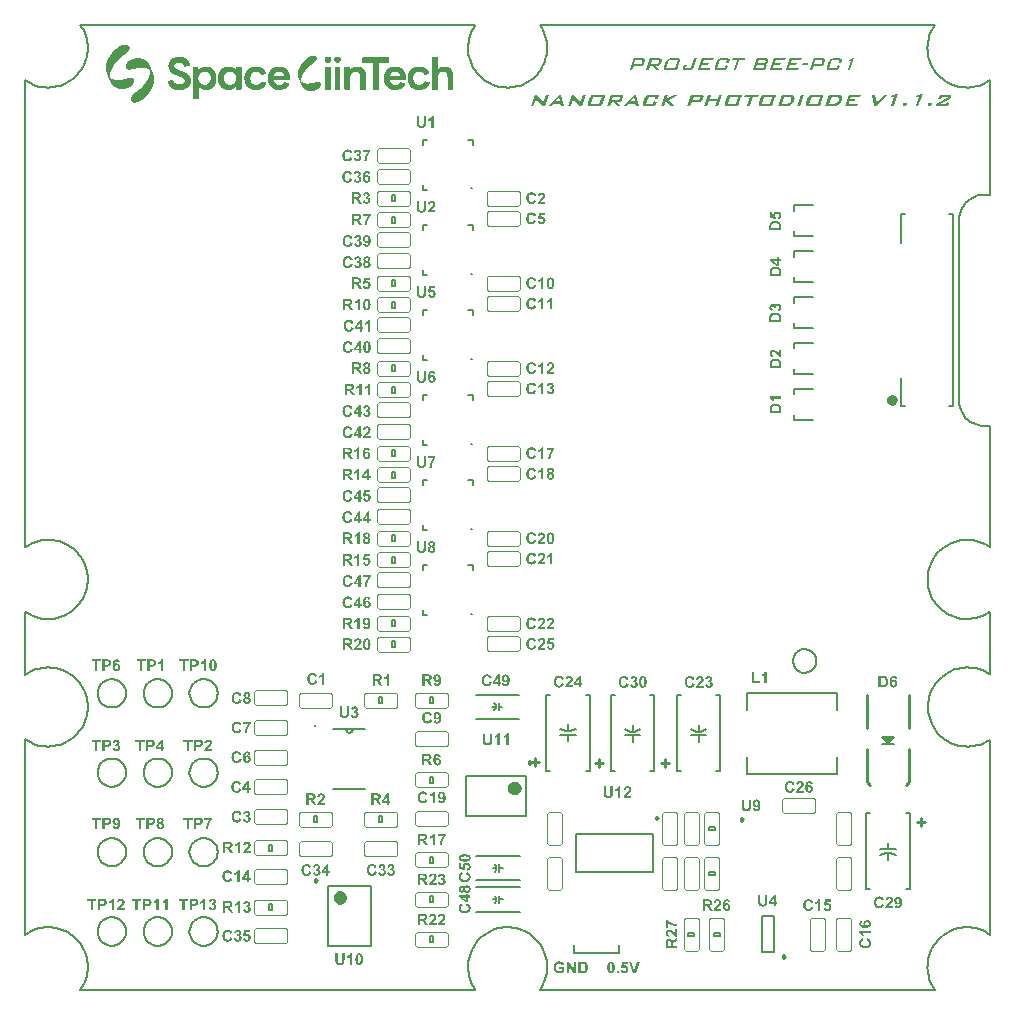
<source format=gbr>
G04*
G04 #@! TF.GenerationSoftware,Altium Limited,Altium Designer,24.1.2 (44)*
G04*
G04 Layer_Color=65535*
%FSLAX44Y44*%
%MOMM*%
G71*
G04*
G04 #@! TF.SameCoordinates,F88D99D9-D94F-4082-AD48-053AE485F1D2*
G04*
G04*
G04 #@! TF.FilePolarity,Positive*
G04*
G01*
G75*
%ADD10C,0.2000*%
%ADD11C,0.1000*%
%ADD12C,0.1270*%
%ADD13C,0.2500*%
%ADD14C,0.6000*%
%ADD15C,0.5080*%
%ADD16C,0.2540*%
%ADD17C,0.1524*%
%ADD18C,0.1500*%
%ADD19C,0.2540*%
G36*
X102654Y816388D02*
X103493D01*
Y816108D01*
X103773D01*
Y815828D01*
X104053D01*
Y815548D01*
X104333D01*
Y815268D01*
X104613D01*
Y814708D01*
X104893D01*
Y813029D01*
X104613D01*
Y812190D01*
X104333D01*
Y811630D01*
X104053D01*
Y811350D01*
X103773D01*
Y811070D01*
X103493D01*
Y810510D01*
X103213D01*
Y810231D01*
X102934D01*
Y809951D01*
X102654D01*
Y809671D01*
X102374D01*
Y809391D01*
X101814D01*
Y809111D01*
X101534D01*
Y808831D01*
X101254D01*
Y808551D01*
X100974D01*
Y808271D01*
X100415D01*
Y807992D01*
X100135D01*
Y807712D01*
X99575D01*
Y807432D01*
X99295D01*
Y807152D01*
X99015D01*
Y806872D01*
X98456D01*
Y806592D01*
X98176D01*
Y806312D01*
X97896D01*
Y806032D01*
X97336D01*
Y805753D01*
X97056D01*
Y805473D01*
X96776D01*
Y805193D01*
X96496D01*
Y804913D01*
X96217D01*
Y804633D01*
X95937D01*
Y804353D01*
X95657D01*
Y804073D01*
X95377D01*
Y803794D01*
X95097D01*
Y803514D01*
X94817D01*
Y803234D01*
X94537D01*
Y802954D01*
X94257D01*
Y802674D01*
X93978D01*
Y802394D01*
X93698D01*
Y802114D01*
X93418D01*
Y801834D01*
X93138D01*
Y801275D01*
X92858D01*
Y800995D01*
X92578D01*
Y800715D01*
X92298D01*
Y800155D01*
X92019D01*
Y799875D01*
X91739D01*
Y799316D01*
X91459D01*
Y799036D01*
X91179D01*
Y798476D01*
X90899D01*
Y797916D01*
X90619D01*
Y797356D01*
X90339D01*
Y797077D01*
X90059D01*
Y796237D01*
X89780D01*
Y795677D01*
X89500D01*
Y795118D01*
X89220D01*
Y794278D01*
X88940D01*
Y793438D01*
X88660D01*
Y792319D01*
X88380D01*
Y790640D01*
X88100D01*
Y789240D01*
X88380D01*
Y788960D01*
X88660D01*
Y788681D01*
X89220D01*
Y788401D01*
X89500D01*
Y788121D01*
X90059D01*
Y787841D01*
X90899D01*
Y787561D01*
X91739D01*
Y787281D01*
X92858D01*
Y787001D01*
X97336D01*
Y787281D01*
X99015D01*
Y787561D01*
X100415D01*
Y787841D01*
X101814D01*
Y788121D01*
X102934D01*
Y788401D01*
X104613D01*
Y788681D01*
X107411D01*
Y788401D01*
X107971D01*
Y788121D01*
X108531D01*
Y787841D01*
X108811D01*
Y787281D01*
X109091D01*
Y785322D01*
X108811D01*
Y784482D01*
X108531D01*
Y783923D01*
X108251D01*
Y783363D01*
X107971D01*
Y783083D01*
X107691D01*
Y782803D01*
X107411D01*
Y782523D01*
X107132D01*
Y782243D01*
X106852D01*
Y781964D01*
X106572D01*
Y781684D01*
X106292D01*
Y781404D01*
X106012D01*
Y781124D01*
X105452D01*
Y780844D01*
X104893D01*
Y780564D01*
X104333D01*
Y780284D01*
X103773D01*
Y780005D01*
X102934D01*
Y779725D01*
X101814D01*
Y779445D01*
X99855D01*
Y779165D01*
X97616D01*
Y779445D01*
X95377D01*
Y779725D01*
X94537D01*
Y780005D01*
X93698D01*
Y780284D01*
X93138D01*
Y780564D01*
X92578D01*
Y780844D01*
X92019D01*
Y781124D01*
X91739D01*
Y781404D01*
X91459D01*
Y781684D01*
X91179D01*
Y781964D01*
X90899D01*
Y782243D01*
X90619D01*
Y782523D01*
X90339D01*
Y782803D01*
X90059D01*
Y783083D01*
X89780D01*
Y783643D01*
X89500D01*
Y784203D01*
X89220D01*
Y784762D01*
X88940D01*
Y785322D01*
X88660D01*
Y785882D01*
X88380D01*
Y786442D01*
X88100D01*
Y787001D01*
X87821D01*
Y787561D01*
X87541D01*
Y788121D01*
X87261D01*
Y788960D01*
X86981D01*
Y789520D01*
X86701D01*
Y790360D01*
X86421D01*
Y790919D01*
X86141D01*
Y791759D01*
X85861D01*
Y792319D01*
X85582D01*
Y793438D01*
X85302D01*
Y794558D01*
X85022D01*
Y799875D01*
X85302D01*
Y800995D01*
X85582D01*
Y801834D01*
X85861D01*
Y802674D01*
X86141D01*
Y803514D01*
X86421D01*
Y804073D01*
X86701D01*
Y804633D01*
X86981D01*
Y805193D01*
X87261D01*
Y805753D01*
X87541D01*
Y806312D01*
X87821D01*
Y806592D01*
X88100D01*
Y807152D01*
X88380D01*
Y807712D01*
X88660D01*
Y807992D01*
X88940D01*
Y808271D01*
X89220D01*
Y808831D01*
X89500D01*
Y809111D01*
X89780D01*
Y809391D01*
X90059D01*
Y809671D01*
X90339D01*
Y810231D01*
X90619D01*
Y810510D01*
X90899D01*
Y810790D01*
X91179D01*
Y811070D01*
X91459D01*
Y811350D01*
X91739D01*
Y811630D01*
X92019D01*
Y811910D01*
X92298D01*
Y812190D01*
X92578D01*
Y812469D01*
X92858D01*
Y812749D01*
X93138D01*
Y813029D01*
X93698D01*
Y813309D01*
X93978D01*
Y813589D01*
X94257D01*
Y813869D01*
X94817D01*
Y814149D01*
X95097D01*
Y814429D01*
X95377D01*
Y814708D01*
X95937D01*
Y814988D01*
X96217D01*
Y815268D01*
X96776D01*
Y815548D01*
X97336D01*
Y815828D01*
X97896D01*
Y816108D01*
X98736D01*
Y816388D01*
X99855D01*
Y816668D01*
X102654D01*
Y816388D01*
D02*
G37*
G36*
X114688Y804913D02*
X115808D01*
Y804633D01*
X116647D01*
Y804353D01*
X117207D01*
Y804073D01*
X117767D01*
Y803794D01*
X118326D01*
Y803514D01*
X118606D01*
Y803234D01*
X119166D01*
Y802954D01*
X119446D01*
Y802674D01*
X119726D01*
Y802394D01*
X120006D01*
Y802114D01*
X120286D01*
Y801555D01*
X120565D01*
Y801275D01*
X120845D01*
Y800995D01*
X121125D01*
Y800435D01*
X121405D01*
Y799875D01*
X121685D01*
Y799316D01*
X121965D01*
Y798756D01*
X122245D01*
Y798196D01*
X122524D01*
Y797636D01*
X122804D01*
Y797077D01*
X123084D01*
Y796237D01*
X123364D01*
Y795677D01*
X123644D01*
Y794838D01*
X123924D01*
Y794278D01*
X124204D01*
Y793438D01*
X124483D01*
Y792879D01*
X124763D01*
Y792039D01*
X125043D01*
Y791199D01*
X125323D01*
Y790360D01*
X125603D01*
Y788960D01*
X125883D01*
Y785882D01*
X125603D01*
Y784762D01*
Y784482D01*
Y784203D01*
X125323D01*
Y783083D01*
X125043D01*
Y782243D01*
X124763D01*
Y781404D01*
X124483D01*
Y780844D01*
X124204D01*
Y780005D01*
X123924D01*
Y779445D01*
X123644D01*
Y778885D01*
X123364D01*
Y778605D01*
X123084D01*
Y778046D01*
X122804D01*
Y777486D01*
X122524D01*
Y777206D01*
X122245D01*
Y776646D01*
X121965D01*
Y776366D01*
X121685D01*
Y775807D01*
X121405D01*
Y775527D01*
X121125D01*
Y775247D01*
X120845D01*
Y774687D01*
X120565D01*
Y774407D01*
X120286D01*
Y774127D01*
X120006D01*
Y773847D01*
X119726D01*
Y773568D01*
X119446D01*
Y773288D01*
X119166D01*
Y773008D01*
X118886D01*
Y772728D01*
X118606D01*
Y772448D01*
X118326D01*
Y772168D01*
X118047D01*
Y771888D01*
X117767D01*
Y771609D01*
X117487D01*
Y771329D01*
X116927D01*
Y771049D01*
X116647D01*
Y770769D01*
X116367D01*
Y770489D01*
X116087D01*
Y770209D01*
X115528D01*
Y769929D01*
X115248D01*
Y769649D01*
X114688D01*
Y769370D01*
X114408D01*
Y769090D01*
X113848D01*
Y768810D01*
X113289D01*
Y768530D01*
X112729D01*
Y768250D01*
X111889D01*
Y767970D01*
X110490D01*
Y767690D01*
X108251D01*
Y767970D01*
X107411D01*
Y768250D01*
X106852D01*
Y768530D01*
X106572D01*
Y768810D01*
X106292D01*
Y769090D01*
X106012D01*
Y769649D01*
X105732D01*
Y771609D01*
X106012D01*
Y772168D01*
X106292D01*
Y772728D01*
X106572D01*
Y773288D01*
X106852D01*
Y773568D01*
X107132D01*
Y773847D01*
X107411D01*
Y774127D01*
X107691D01*
Y774407D01*
X107971D01*
Y774687D01*
X108251D01*
Y774967D01*
X108531D01*
Y775247D01*
X108811D01*
Y775527D01*
X109091D01*
Y775807D01*
X109650D01*
Y776086D01*
X109930D01*
Y776366D01*
X110210D01*
Y776646D01*
X110770D01*
Y776926D01*
X111050D01*
Y777206D01*
X111609D01*
Y777486D01*
X111889D01*
Y777766D01*
X112169D01*
Y778046D01*
X112729D01*
Y778325D01*
X113009D01*
Y778605D01*
X113289D01*
Y778885D01*
X113569D01*
Y779165D01*
X113848D01*
Y779445D01*
X114408D01*
Y779725D01*
X114688D01*
Y780005D01*
X114968D01*
Y780284D01*
X115248D01*
Y780564D01*
X115528D01*
Y780844D01*
X115808D01*
Y781124D01*
X116087D01*
Y781684D01*
X116367D01*
Y781964D01*
X116647D01*
Y782243D01*
X116927D01*
Y782523D01*
X117207D01*
Y782803D01*
X117487D01*
Y783083D01*
X117767D01*
Y783643D01*
X118047D01*
Y783923D01*
X118326D01*
Y784203D01*
X118606D01*
Y784762D01*
X118886D01*
Y785042D01*
X119166D01*
Y785602D01*
X119446D01*
Y786162D01*
X119726D01*
Y786721D01*
X120006D01*
Y787001D01*
X120286D01*
Y787561D01*
X120565D01*
Y788401D01*
X120845D01*
Y788960D01*
X121125D01*
Y789520D01*
X121405D01*
Y790360D01*
X121685D01*
Y791199D01*
X121965D01*
Y792319D01*
X122245D01*
Y794558D01*
X122524D01*
Y795118D01*
X122245D01*
Y795397D01*
X121965D01*
Y795677D01*
X121685D01*
Y795957D01*
X121125D01*
Y796237D01*
X120565D01*
Y796517D01*
X120006D01*
Y796797D01*
X119166D01*
Y797077D01*
X117767D01*
Y797356D01*
X113289D01*
Y797077D01*
X111330D01*
Y796797D01*
X110210D01*
Y796517D01*
X108811D01*
Y796237D01*
X107691D01*
Y795957D01*
X106012D01*
Y795677D01*
X103213D01*
Y795957D01*
X102654D01*
Y796237D01*
X102094D01*
Y796517D01*
X101814D01*
Y797077D01*
X101534D01*
Y799316D01*
X101814D01*
Y800155D01*
X102094D01*
Y800715D01*
X102374D01*
Y801275D01*
X102654D01*
Y801555D01*
X102934D01*
Y801834D01*
X103213D01*
Y802114D01*
X103493D01*
Y802394D01*
X103773D01*
Y802674D01*
X104053D01*
Y802954D01*
X104613D01*
Y803234D01*
X104893D01*
Y803514D01*
X105452D01*
Y803794D01*
X106012D01*
Y804073D01*
X106572D01*
Y804353D01*
X107132D01*
Y804633D01*
X108251D01*
Y804913D01*
X109370D01*
Y805193D01*
X114688D01*
Y804913D01*
D02*
G37*
G36*
X152191Y793158D02*
X152750D01*
Y792879D01*
X153310D01*
Y792599D01*
X153590D01*
Y792319D01*
X154150D01*
Y792039D01*
X154430D01*
Y791759D01*
X154710D01*
Y791479D01*
X154989D01*
Y791199D01*
X155269D01*
Y790919D01*
X155549D01*
Y790360D01*
X155829D01*
Y790080D01*
X156109D01*
Y789240D01*
X156389D01*
Y788681D01*
X156669D01*
Y787001D01*
X156948D01*
Y785042D01*
X156669D01*
Y783643D01*
X156389D01*
Y783083D01*
X156109D01*
Y782523D01*
X155829D01*
Y781964D01*
X155549D01*
Y781684D01*
X155269D01*
Y781124D01*
X154989D01*
Y780844D01*
X154710D01*
Y780564D01*
X154430D01*
Y780284D01*
X153870D01*
Y780005D01*
X153590D01*
Y779725D01*
X153030D01*
Y779445D01*
X152750D01*
Y779165D01*
X152191D01*
Y778885D01*
X151351D01*
Y778605D01*
X150232D01*
Y778325D01*
X148552D01*
Y778046D01*
X145754D01*
Y778325D01*
X144074D01*
Y778605D01*
X142955D01*
Y778885D01*
X142395D01*
Y779165D01*
X141835D01*
Y779445D01*
X141276D01*
Y779725D01*
X140716D01*
Y780005D01*
X140436D01*
Y780284D01*
X140156D01*
Y780564D01*
X139876D01*
Y780844D01*
X139597D01*
Y781124D01*
X139317D01*
Y781404D01*
X139037D01*
Y781684D01*
X138757D01*
Y781964D01*
X138477D01*
Y782523D01*
X138197D01*
Y782803D01*
X137917D01*
Y783363D01*
X137637D01*
Y784203D01*
X137358D01*
Y784762D01*
X137078D01*
Y785882D01*
X137637D01*
Y786162D01*
X138757D01*
Y786442D01*
X140156D01*
Y786721D01*
X141276D01*
Y787001D01*
X141556D01*
Y786721D01*
X141835D01*
Y786442D01*
X142115D01*
Y785882D01*
X142395D01*
Y785322D01*
X142675D01*
Y785042D01*
X142955D01*
Y784482D01*
X143235D01*
Y784203D01*
X143795D01*
Y783923D01*
X144074D01*
Y783643D01*
X144634D01*
Y783363D01*
X145474D01*
Y783083D01*
X149112D01*
Y783363D01*
X149952D01*
Y783643D01*
X150512D01*
Y783923D01*
X150791D01*
Y784203D01*
X151071D01*
Y784482D01*
X151351D01*
Y785042D01*
X151631D01*
Y786721D01*
X151351D01*
Y787281D01*
X151071D01*
Y787841D01*
X150791D01*
Y788121D01*
X150512D01*
Y788401D01*
X150232D01*
Y788681D01*
X149672D01*
Y788960D01*
X149112D01*
Y789240D01*
X148552D01*
Y789520D01*
X147993D01*
Y789800D01*
X147153D01*
Y790080D01*
X146313D01*
Y790360D01*
X145754D01*
Y790640D01*
X144914D01*
Y790919D01*
X144074D01*
Y791199D01*
X143515D01*
Y791479D01*
X142675D01*
Y791759D01*
X142115D01*
Y792039D01*
X141835D01*
Y792319D01*
X141276D01*
Y792599D01*
X140996D01*
Y792879D01*
X140436D01*
Y793158D01*
X140156D01*
Y793438D01*
X139876D01*
Y793718D01*
X139597D01*
Y793998D01*
X139317D01*
Y794278D01*
X139037D01*
Y794838D01*
X138757D01*
Y795118D01*
X138477D01*
Y795677D01*
X138197D01*
Y796517D01*
X137917D01*
Y797916D01*
X137637D01*
Y799595D01*
X137917D01*
Y800995D01*
X138197D01*
Y801834D01*
X138477D01*
Y802394D01*
X138757D01*
Y802674D01*
X139037D01*
Y803234D01*
X139317D01*
Y803514D01*
X139597D01*
Y803794D01*
X139876D01*
Y804073D01*
X140156D01*
Y804353D01*
X140436D01*
Y804633D01*
X140996D01*
Y804913D01*
X141276D01*
Y805193D01*
X141835D01*
Y805473D01*
X142395D01*
Y805753D01*
X143235D01*
Y806032D01*
X144074D01*
Y806312D01*
X145754D01*
Y806592D01*
X147993D01*
Y806312D01*
X149952D01*
Y806032D01*
X150791D01*
Y805753D01*
X151631D01*
Y805473D01*
X152191D01*
Y805193D01*
X152471D01*
Y804913D01*
X153030D01*
Y804633D01*
X153310D01*
Y804353D01*
X153590D01*
Y804073D01*
X153870D01*
Y803794D01*
X154150D01*
Y803514D01*
X154430D01*
Y803234D01*
X154710D01*
Y802954D01*
X154989D01*
Y802394D01*
X155269D01*
Y802114D01*
X155549D01*
Y801555D01*
X155829D01*
Y800715D01*
X156109D01*
Y799875D01*
X156389D01*
Y799316D01*
X155829D01*
Y799036D01*
X154710D01*
Y798756D01*
X153590D01*
Y798476D01*
X152471D01*
Y798196D01*
X151351D01*
Y798476D01*
X151071D01*
Y799036D01*
X150791D01*
Y799595D01*
X150512D01*
Y800155D01*
X150232D01*
Y800435D01*
X149952D01*
Y800715D01*
X149392D01*
Y800995D01*
X149112D01*
Y801275D01*
X148272D01*
Y801555D01*
X145474D01*
Y801275D01*
X144634D01*
Y800995D01*
X144074D01*
Y800715D01*
X143795D01*
Y800435D01*
X143515D01*
Y800155D01*
X143235D01*
Y799595D01*
X142955D01*
Y798196D01*
X143235D01*
Y797636D01*
X143515D01*
Y797356D01*
X143795D01*
Y797077D01*
X144074D01*
Y796797D01*
X144354D01*
Y796517D01*
X144634D01*
Y796237D01*
X145194D01*
Y795957D01*
X145754D01*
Y795677D01*
X146313D01*
Y795397D01*
X147153D01*
Y795118D01*
X147993D01*
Y794838D01*
X148832D01*
Y794558D01*
X149672D01*
Y794278D01*
X150512D01*
Y793998D01*
X151071D01*
Y793718D01*
X151631D01*
Y793438D01*
X152191D01*
Y793158D01*
D02*
G37*
G36*
X171782Y797916D02*
X172901D01*
Y797636D01*
X173461D01*
Y797356D01*
X174021D01*
Y797077D01*
X174580D01*
Y796797D01*
X174860D01*
Y796517D01*
X175420D01*
Y796237D01*
X175700D01*
Y795957D01*
X175980D01*
Y795677D01*
X176259D01*
Y795397D01*
X176539D01*
Y794838D01*
X176819D01*
Y794558D01*
X177099D01*
Y793998D01*
X177379D01*
Y793438D01*
X177659D01*
Y792879D01*
X177939D01*
Y792039D01*
X178219D01*
Y790919D01*
X178498D01*
Y785602D01*
X178219D01*
Y784482D01*
X177939D01*
Y783643D01*
X177659D01*
Y783083D01*
X177379D01*
Y782523D01*
X177099D01*
Y781964D01*
X176819D01*
Y781684D01*
X176539D01*
Y781404D01*
X176259D01*
Y780844D01*
X175980D01*
Y780564D01*
X175700D01*
Y780284D01*
X175140D01*
Y780005D01*
X174860D01*
Y779725D01*
X174580D01*
Y779445D01*
X174021D01*
Y779165D01*
X173461D01*
Y778885D01*
X172621D01*
Y778605D01*
X171782D01*
Y778325D01*
X167584D01*
Y778605D01*
X166744D01*
Y778885D01*
X165904D01*
Y779165D01*
X165345D01*
Y779445D01*
X165065D01*
Y779725D01*
X164505D01*
Y780005D01*
X164225D01*
Y780284D01*
X163945D01*
Y780564D01*
X163665D01*
Y780844D01*
X163386D01*
Y770489D01*
X158908D01*
Y770769D01*
X158628D01*
Y787561D01*
Y787841D01*
Y797636D01*
X158908D01*
Y797916D01*
X163106D01*
Y796237D01*
X163386D01*
Y795677D01*
X163665D01*
Y795957D01*
X163945D01*
Y796237D01*
X164225D01*
Y796517D01*
X164505D01*
Y796797D01*
X165065D01*
Y797077D01*
X165345D01*
Y797356D01*
X165904D01*
Y797636D01*
X166464D01*
Y797916D01*
X167304D01*
Y798196D01*
X171782D01*
Y797916D01*
D02*
G37*
G36*
X190813D02*
X191932D01*
Y797636D01*
X192492D01*
Y797356D01*
X193052D01*
Y797077D01*
X193332D01*
Y796797D01*
X193891D01*
Y796517D01*
X194171D01*
Y796237D01*
X194451D01*
Y795957D01*
X194731D01*
Y795677D01*
X195011D01*
Y796517D01*
X195291D01*
Y797916D01*
X199489D01*
Y797636D01*
X199769D01*
Y791199D01*
Y790919D01*
Y778885D01*
X199489D01*
Y778605D01*
X195291D01*
Y780005D01*
X195011D01*
Y780844D01*
X194731D01*
Y780564D01*
X194451D01*
Y780284D01*
X194171D01*
Y780005D01*
X193891D01*
Y779725D01*
X193332D01*
Y779445D01*
X193052D01*
Y779165D01*
X192492D01*
Y778885D01*
X191652D01*
Y778605D01*
X190813D01*
Y778325D01*
X186615D01*
Y778605D01*
X185775D01*
Y778885D01*
X184935D01*
Y779165D01*
X184376D01*
Y779445D01*
X183816D01*
Y779725D01*
X183536D01*
Y780005D01*
X182976D01*
Y780284D01*
X182697D01*
Y780564D01*
X182417D01*
Y780844D01*
X182137D01*
Y781404D01*
X181857D01*
Y781684D01*
X181577D01*
Y781964D01*
X181297D01*
Y782523D01*
X181017D01*
Y783083D01*
X180737D01*
Y783643D01*
X180458D01*
Y784482D01*
X180178D01*
Y785602D01*
X179898D01*
Y790919D01*
X180178D01*
Y792039D01*
X180458D01*
Y792879D01*
X180737D01*
Y793438D01*
X181017D01*
Y793998D01*
X181297D01*
Y794558D01*
X181577D01*
Y794838D01*
X181857D01*
Y795397D01*
X182137D01*
Y795677D01*
X182417D01*
Y795957D01*
X182697D01*
Y796237D01*
X182976D01*
Y796517D01*
X183536D01*
Y796797D01*
X183816D01*
Y797077D01*
X184376D01*
Y797356D01*
X184935D01*
Y797636D01*
X185495D01*
Y797916D01*
X186615D01*
Y798196D01*
X190813D01*
Y797916D01*
D02*
G37*
G36*
X205086Y780564D02*
Y780844D01*
X204806D01*
Y781124D01*
X204527D01*
Y781404D01*
X204247D01*
Y781684D01*
X203967D01*
Y781964D01*
X203687D01*
Y782523D01*
X203407D01*
Y782803D01*
X203127D01*
Y783363D01*
X202847D01*
Y784203D01*
X202567D01*
Y785042D01*
X202288D01*
Y786442D01*
X202008D01*
Y790080D01*
X202288D01*
Y791479D01*
X202567D01*
Y792319D01*
X202847D01*
Y793158D01*
X203127D01*
Y793718D01*
X203407D01*
Y793998D01*
X203687D01*
Y794558D01*
X203967D01*
Y794838D01*
X204247D01*
Y795118D01*
X204527D01*
Y795677D01*
X204806D01*
Y795957D01*
X205366D01*
Y796237D01*
X205646D01*
Y796517D01*
X205926D01*
Y796797D01*
X206486D01*
Y797077D01*
X207045D01*
Y797356D01*
X207605D01*
Y797636D01*
X208445D01*
Y797916D01*
X209284D01*
Y798196D01*
X214602D01*
Y797916D01*
X215721D01*
Y797636D01*
X216281D01*
Y797356D01*
X216841D01*
Y797077D01*
X217400D01*
Y796797D01*
X217680D01*
Y796517D01*
X218240D01*
Y796237D01*
X218520D01*
Y795957D01*
X218800D01*
Y795677D01*
X219080D01*
Y795397D01*
X219360D01*
Y794838D01*
X219639D01*
Y794558D01*
X219919D01*
Y793998D01*
X220199D01*
Y793438D01*
X220479D01*
Y792879D01*
X220759D01*
Y792319D01*
X220479D01*
Y792039D01*
X219639D01*
Y791759D01*
X218800D01*
Y791479D01*
X217960D01*
Y791199D01*
X216561D01*
Y791479D01*
X216281D01*
Y792039D01*
X216001D01*
Y792319D01*
X215721D01*
Y792599D01*
X215441D01*
Y792879D01*
X215161D01*
Y793158D01*
X214602D01*
Y793438D01*
X214042D01*
Y793718D01*
X212923D01*
Y793998D01*
X211523D01*
Y793718D01*
X210404D01*
Y793438D01*
X209564D01*
Y793158D01*
X209284D01*
Y792879D01*
X208724D01*
Y792599D01*
X208445D01*
Y792319D01*
X208165D01*
Y791759D01*
X207885D01*
Y791479D01*
X207605D01*
Y790640D01*
X207325D01*
Y789800D01*
X207045D01*
Y786721D01*
X207325D01*
Y785882D01*
X207605D01*
Y785042D01*
X207885D01*
Y784762D01*
X208165D01*
Y784482D01*
X208445D01*
Y784203D01*
X208724D01*
Y783923D01*
X209004D01*
Y783643D01*
X209284D01*
Y783363D01*
X209844D01*
Y783083D01*
X210404D01*
Y782803D01*
X212083D01*
Y782523D01*
X212363D01*
Y782803D01*
X214042D01*
Y783083D01*
X214602D01*
Y783363D01*
X215161D01*
Y783643D01*
X215441D01*
Y783923D01*
X215721D01*
Y784203D01*
X216001D01*
Y784762D01*
X216281D01*
Y785042D01*
X216561D01*
Y785322D01*
X216841D01*
Y785602D01*
X217400D01*
Y785322D01*
X218520D01*
Y785042D01*
X219919D01*
Y784762D01*
X220759D01*
Y784482D01*
X221039D01*
Y783923D01*
X220759D01*
Y783083D01*
X220479D01*
Y782803D01*
X220199D01*
Y782243D01*
X219919D01*
Y781684D01*
X219639D01*
Y781404D01*
X219360D01*
Y781124D01*
X219080D01*
Y780844D01*
X218800D01*
Y780564D01*
X218520D01*
Y780284D01*
X218240D01*
Y780005D01*
X217680D01*
Y779725D01*
X217400D01*
Y779445D01*
X216841D01*
Y779165D01*
X216281D01*
Y778885D01*
X215441D01*
Y778605D01*
X214322D01*
Y778325D01*
X209564D01*
Y778605D01*
X208445D01*
Y778885D01*
X207605D01*
Y779165D01*
X207045D01*
Y779445D01*
X206486D01*
Y779725D01*
X206206D01*
Y780005D01*
X205646D01*
Y780284D01*
X205366D01*
Y780564D01*
X205086D01*
D02*
G37*
G36*
X233913Y797916D02*
X235032D01*
Y797636D01*
X235592D01*
Y797356D01*
X236152D01*
Y797077D01*
X236712D01*
Y796797D01*
X236991D01*
Y796517D01*
X237551D01*
Y796237D01*
X237831D01*
Y795957D01*
X238111D01*
Y795677D01*
X238391D01*
Y795397D01*
X238671D01*
Y794838D01*
X238951D01*
Y794558D01*
X239230D01*
Y793998D01*
X239510D01*
Y793438D01*
X239790D01*
Y792879D01*
X240070D01*
Y792039D01*
X240350D01*
Y790919D01*
X240630D01*
Y788681D01*
X240910D01*
Y787001D01*
X240630D01*
Y786721D01*
X227196D01*
Y785602D01*
X227476D01*
Y785042D01*
X227756D01*
Y784482D01*
X228036D01*
Y784203D01*
X228315D01*
Y783923D01*
X228595D01*
Y783643D01*
X228875D01*
Y783363D01*
X229155D01*
Y783083D01*
X229715D01*
Y782803D01*
X230554D01*
Y782523D01*
X232793D01*
Y782803D01*
X233913D01*
Y783083D01*
X234473D01*
Y783363D01*
X234753D01*
Y783643D01*
X235032D01*
Y783923D01*
X235312D01*
Y784203D01*
X235592D01*
Y784482D01*
X235872D01*
Y784762D01*
X236432D01*
Y785042D01*
X236712D01*
Y784762D01*
X237551D01*
Y784482D01*
X238391D01*
Y784203D01*
X239230D01*
Y783923D01*
X240070D01*
Y783643D01*
X240350D01*
Y783363D01*
X240070D01*
Y782803D01*
X239790D01*
Y782243D01*
X239510D01*
Y781964D01*
X239230D01*
Y781404D01*
X238951D01*
Y781124D01*
X238671D01*
Y780844D01*
X238391D01*
Y780564D01*
X238111D01*
Y780284D01*
X237831D01*
Y780005D01*
X237271D01*
Y779725D01*
X236991D01*
Y779445D01*
X236432D01*
Y779165D01*
X235872D01*
Y778885D01*
X235032D01*
Y778605D01*
X233913D01*
Y778325D01*
X229435D01*
Y778605D01*
X228315D01*
Y778885D01*
X227476D01*
Y779165D01*
X226916D01*
Y779445D01*
X226356D01*
Y779725D01*
X225797D01*
Y780005D01*
X225517D01*
Y780284D01*
X225237D01*
Y780564D01*
X224957D01*
Y780844D01*
X224397D01*
Y781404D01*
X224117D01*
Y781684D01*
X223838D01*
Y781964D01*
X223558D01*
Y782523D01*
X223278D01*
Y782803D01*
X222998D01*
Y783363D01*
X222718D01*
Y784203D01*
X222438D01*
Y785042D01*
X222158D01*
Y786442D01*
X221878D01*
Y790080D01*
X222158D01*
Y791479D01*
X222438D01*
Y792319D01*
X222718D01*
Y793158D01*
X222998D01*
Y793718D01*
X223278D01*
Y793998D01*
X223558D01*
Y794558D01*
X223838D01*
Y794838D01*
X224117D01*
Y795397D01*
X224397D01*
Y795677D01*
X224677D01*
Y795957D01*
X224957D01*
Y796237D01*
X225517D01*
Y796517D01*
X225797D01*
Y796797D01*
X226356D01*
Y797077D01*
X226636D01*
Y797356D01*
X227476D01*
Y797636D01*
X228036D01*
Y797916D01*
X229155D01*
Y798196D01*
X233913D01*
Y797916D01*
D02*
G37*
G36*
X256582Y806032D02*
Y806312D01*
X257142D01*
Y806592D01*
X257702D01*
Y806872D01*
X258262D01*
Y807152D01*
X259101D01*
Y807432D01*
X262180D01*
Y807152D01*
X262740D01*
Y806872D01*
X263019D01*
Y806592D01*
X263299D01*
Y806032D01*
X263579D01*
Y804353D01*
X263299D01*
Y803794D01*
X263019D01*
Y803234D01*
X262740D01*
Y802954D01*
X262460D01*
Y802674D01*
X262180D01*
Y802394D01*
X261900D01*
Y802114D01*
X261620D01*
Y801834D01*
X261340D01*
Y801555D01*
X261060D01*
Y801275D01*
X260780D01*
Y800995D01*
X260221D01*
Y800715D01*
X259941D01*
Y800435D01*
X259661D01*
Y800155D01*
X259101D01*
Y799875D01*
X258821D01*
Y799595D01*
X258262D01*
Y799316D01*
X257982D01*
Y799036D01*
X257702D01*
Y798756D01*
X257422D01*
Y798476D01*
X257142D01*
Y798196D01*
X256582D01*
Y797916D01*
X256303D01*
Y797636D01*
X256023D01*
Y797356D01*
X255743D01*
Y797077D01*
X255463D01*
Y796797D01*
X255183D01*
Y796517D01*
X254903D01*
Y795957D01*
X254623D01*
Y795677D01*
X254343D01*
Y795397D01*
X254063D01*
Y795118D01*
X253784D01*
Y794558D01*
X253504D01*
Y794278D01*
X253224D01*
Y793998D01*
X252944D01*
Y793438D01*
X252664D01*
Y792879D01*
X252384D01*
Y792599D01*
X252104D01*
Y792039D01*
X251824D01*
Y791479D01*
X251545D01*
Y790919D01*
X251265D01*
Y790080D01*
X250985D01*
Y789520D01*
X250705D01*
Y788401D01*
X250425D01*
Y787001D01*
X250145D01*
Y785602D01*
X250425D01*
Y785322D01*
X250705D01*
Y785042D01*
X250985D01*
Y784762D01*
X251545D01*
Y784482D01*
X252104D01*
Y784203D01*
X252944D01*
Y783923D01*
X254343D01*
Y783643D01*
X257142D01*
Y783923D01*
X259101D01*
Y784203D01*
X260501D01*
Y784482D01*
X261620D01*
Y784762D01*
X263019D01*
Y785042D01*
X265818D01*
Y784762D01*
X266378D01*
Y784482D01*
X266658D01*
Y783923D01*
X266938D01*
Y782243D01*
X266658D01*
Y781404D01*
X266378D01*
Y781124D01*
X266098D01*
Y780564D01*
X265818D01*
Y780284D01*
X265538D01*
Y780005D01*
X265258D01*
Y779725D01*
X264979D01*
Y779445D01*
X264699D01*
Y779165D01*
X264139D01*
Y778885D01*
X263579D01*
Y778605D01*
X263019D01*
Y778325D01*
X262460D01*
Y778046D01*
X261620D01*
Y777766D01*
X260221D01*
Y777486D01*
X257142D01*
Y777766D01*
X255463D01*
Y778046D01*
X254623D01*
Y778325D01*
X254063D01*
Y778605D01*
X253504D01*
Y778885D01*
X253224D01*
Y779165D01*
X252944D01*
Y779445D01*
X252664D01*
Y779725D01*
X252384D01*
Y780005D01*
X252104D01*
Y780284D01*
X251824D01*
Y780564D01*
X251545D01*
Y781124D01*
X251265D01*
Y781404D01*
X250985D01*
Y781964D01*
X250705D01*
Y782523D01*
X250425D01*
Y783083D01*
X250145D01*
Y783643D01*
X249865D01*
Y784482D01*
X249586D01*
Y785042D01*
X249306D01*
Y785602D01*
X249026D01*
Y786442D01*
X248746D01*
Y787001D01*
X248466D01*
Y787841D01*
X248186D01*
Y788681D01*
X247906D01*
Y789800D01*
X247626D01*
Y793718D01*
X247906D01*
Y795118D01*
X248186D01*
Y795957D01*
X248466D01*
Y796797D01*
X248746D01*
Y797356D01*
X249026D01*
Y797916D01*
X249306D01*
Y798476D01*
X249586D01*
Y799036D01*
X249865D01*
Y799595D01*
X250145D01*
Y799875D01*
X250425D01*
Y800435D01*
X250705D01*
Y800715D01*
X250985D01*
Y800995D01*
X251265D01*
Y801555D01*
X251545D01*
Y801834D01*
X251824D01*
Y802114D01*
X252104D01*
Y802394D01*
X252384D01*
Y802674D01*
X252664D01*
Y802954D01*
X252944D01*
Y803234D01*
X253224D01*
Y803514D01*
X253504D01*
Y803794D01*
X253784D01*
Y804073D01*
X254063D01*
Y804353D01*
X254343D01*
Y804633D01*
X254623D01*
Y804913D01*
X254903D01*
Y805193D01*
X255463D01*
Y805473D01*
X255743D01*
Y805753D01*
X256023D01*
Y806032D01*
X256303D01*
X256582D01*
D02*
G37*
G36*
X282330Y806312D02*
X282890D01*
Y806032D01*
X283170D01*
Y805753D01*
X283450D01*
Y805193D01*
X283730D01*
Y802674D01*
X283450D01*
Y802394D01*
X283170D01*
Y802114D01*
X282890D01*
Y801834D01*
X282610D01*
Y801555D01*
X281771D01*
Y801275D01*
X280371D01*
Y801555D01*
X279532D01*
Y801834D01*
X278972D01*
Y802114D01*
X278692D01*
Y802674D01*
X278412D01*
Y803234D01*
X278132D01*
Y804913D01*
X278412D01*
Y805473D01*
X278692D01*
Y805753D01*
X278972D01*
Y806032D01*
X279252D01*
Y806312D01*
X279532D01*
Y806592D01*
X282330D01*
Y806312D01*
D02*
G37*
G36*
X274214D02*
X274494D01*
Y806032D01*
X275054D01*
Y805473D01*
X275334D01*
Y805193D01*
X275613D01*
Y802954D01*
X275334D01*
Y802394D01*
X275054D01*
Y802114D01*
X274774D01*
Y801834D01*
X274214D01*
Y801555D01*
X273654D01*
Y801275D01*
X271975D01*
Y801555D01*
X271416D01*
Y801834D01*
X270856D01*
Y802114D01*
X270576D01*
Y802394D01*
X270296D01*
Y802954D01*
X270016D01*
Y804913D01*
Y805193D01*
X270296D01*
Y805473D01*
X270576D01*
Y806032D01*
X271136D01*
Y806312D01*
X271416D01*
Y806592D01*
X274214D01*
Y806312D01*
D02*
G37*
G36*
X299962Y797916D02*
X300802D01*
Y797636D01*
X301642D01*
Y797356D01*
X301921D01*
Y797077D01*
X302481D01*
Y796797D01*
X302761D01*
Y796517D01*
X303041D01*
Y796237D01*
X303321D01*
Y795957D01*
X303601D01*
Y795397D01*
X303880D01*
Y794838D01*
X304160D01*
Y794278D01*
X304440D01*
Y793438D01*
X304720D01*
Y778605D01*
X299962D01*
Y790919D01*
X299682D01*
Y791759D01*
X299403D01*
Y792319D01*
X299123D01*
Y792879D01*
X298843D01*
Y793158D01*
X298563D01*
Y793438D01*
X298003D01*
Y793718D01*
X296884D01*
Y793998D01*
X295764D01*
Y793718D01*
X294645D01*
Y793438D01*
X294085D01*
Y793158D01*
X293525D01*
Y792879D01*
X293245D01*
Y792599D01*
X292966D01*
Y792319D01*
X292686D01*
Y791759D01*
X292406D01*
Y791199D01*
X292126D01*
Y790640D01*
X291846D01*
Y788960D01*
X291566D01*
Y778605D01*
X287088D01*
Y778885D01*
X286808D01*
Y781684D01*
Y781964D01*
Y797636D01*
X287088D01*
Y797916D01*
X291286D01*
Y796237D01*
X291566D01*
Y795677D01*
X291846D01*
Y795957D01*
X292126D01*
Y796237D01*
X292406D01*
Y796517D01*
X292686D01*
Y796797D01*
X293245D01*
Y797077D01*
X293525D01*
Y797356D01*
X294085D01*
Y797636D01*
X294645D01*
Y797916D01*
X295764D01*
Y798196D01*
X299962D01*
Y797916D01*
D02*
G37*
G36*
X352858D02*
X353697D01*
Y797636D01*
X354537D01*
Y797356D01*
X355097D01*
Y797077D01*
X355657D01*
Y796797D01*
X355936D01*
Y796517D01*
X356496D01*
Y796237D01*
X356776D01*
Y795957D01*
X357056D01*
Y795677D01*
X357336D01*
Y795118D01*
X357616D01*
Y794838D01*
X357895D01*
Y794558D01*
X358175D01*
Y793998D01*
X358455D01*
Y793438D01*
X358735D01*
Y792039D01*
X357895D01*
Y791759D01*
X357056D01*
Y791479D01*
X355936D01*
Y791199D01*
X354817D01*
Y791479D01*
X354537D01*
Y791759D01*
X354257D01*
Y792319D01*
X353977D01*
Y792599D01*
X353697D01*
Y792879D01*
X353418D01*
Y793158D01*
X352858D01*
Y793438D01*
X352298D01*
Y793718D01*
X351179D01*
Y793998D01*
X349779D01*
Y793718D01*
X348380D01*
Y793438D01*
X347820D01*
Y793158D01*
X347260D01*
Y792879D01*
X346981D01*
Y792599D01*
X346701D01*
Y792319D01*
X346421D01*
Y792039D01*
X346141D01*
Y791479D01*
X345861D01*
Y790919D01*
X345581D01*
Y790080D01*
X345301D01*
Y786442D01*
X345581D01*
Y785602D01*
X345861D01*
Y785042D01*
X346141D01*
Y784762D01*
X346421D01*
Y784203D01*
X346701D01*
Y783923D01*
X346981D01*
Y783643D01*
X347540D01*
Y783363D01*
X347820D01*
Y783083D01*
X348660D01*
Y782803D01*
X350059D01*
Y782523D01*
X350619D01*
Y782803D01*
X352018D01*
Y783083D01*
X352858D01*
Y783363D01*
X353138D01*
Y783643D01*
X353697D01*
Y783923D01*
X353977D01*
Y784203D01*
X354257D01*
Y784762D01*
X354537D01*
Y785042D01*
X354817D01*
Y785322D01*
X355097D01*
Y785602D01*
X355657D01*
Y785322D01*
X356776D01*
Y785042D01*
X357895D01*
Y784762D01*
X359015D01*
Y784482D01*
X359295D01*
Y783923D01*
X359015D01*
Y783363D01*
X358735D01*
Y782803D01*
X358455D01*
Y782243D01*
X358175D01*
Y781964D01*
X357895D01*
Y781404D01*
X357616D01*
Y781124D01*
X357336D01*
Y780844D01*
X357056D01*
Y780564D01*
X356776D01*
Y780284D01*
X356496D01*
Y780005D01*
X355936D01*
Y779725D01*
X355657D01*
Y779445D01*
X355097D01*
Y779165D01*
X354537D01*
Y778885D01*
X353697D01*
Y778605D01*
X352578D01*
Y778325D01*
X347820D01*
Y778605D01*
X346701D01*
Y778885D01*
X345861D01*
Y779165D01*
X345301D01*
Y779445D01*
X344742D01*
Y779725D01*
X344182D01*
Y780005D01*
X343902D01*
Y780284D01*
X343622D01*
Y780564D01*
X343062D01*
Y780844D01*
X342782D01*
Y781124D01*
X342503D01*
Y781684D01*
X342223D01*
Y781964D01*
X341943D01*
Y782243D01*
X341663D01*
Y782803D01*
X341383D01*
Y783363D01*
X341103D01*
Y783923D01*
X340823D01*
Y784762D01*
X340544D01*
Y786162D01*
X340264D01*
Y790640D01*
X340544D01*
Y791759D01*
X340823D01*
Y792599D01*
X341103D01*
Y793158D01*
X341383D01*
Y793718D01*
X341663D01*
Y794278D01*
X341943D01*
Y794558D01*
X342223D01*
Y794838D01*
X342503D01*
Y795397D01*
X342782D01*
Y795677D01*
X343062D01*
Y795957D01*
X343342D01*
Y796237D01*
X343902D01*
Y796517D01*
X344182D01*
Y796797D01*
X344742D01*
Y797077D01*
X345021D01*
Y797356D01*
X345861D01*
Y797636D01*
X346421D01*
Y797916D01*
X347540D01*
Y798196D01*
X352858D01*
Y797916D01*
D02*
G37*
G36*
X365732Y795957D02*
X366292D01*
Y796237D01*
X366571D01*
Y796517D01*
X366851D01*
Y796797D01*
X367131D01*
Y797077D01*
X367691D01*
Y797356D01*
X367971D01*
Y797636D01*
X368810D01*
Y797916D01*
X369650D01*
Y798196D01*
X374128D01*
Y797916D01*
X374967D01*
Y797636D01*
X375527D01*
Y797356D01*
X376087D01*
Y797077D01*
X376367D01*
Y796797D01*
X376927D01*
Y796517D01*
X377206D01*
Y795957D01*
X377486D01*
Y795677D01*
X377766D01*
Y795118D01*
X378046D01*
Y794838D01*
X378326D01*
Y793998D01*
X378606D01*
Y792599D01*
X378886D01*
Y778885D01*
X378606D01*
Y778605D01*
X374128D01*
Y789800D01*
X373848D01*
Y791479D01*
X373568D01*
Y792319D01*
X373288D01*
Y792599D01*
X373008D01*
Y792879D01*
X372729D01*
Y793158D01*
X372449D01*
Y793438D01*
X371889D01*
Y793718D01*
X371049D01*
Y793998D01*
X369650D01*
Y793718D01*
X368810D01*
Y793438D01*
X367971D01*
Y793158D01*
X367691D01*
Y792879D01*
X367411D01*
Y792599D01*
X367131D01*
Y792319D01*
X366851D01*
Y792039D01*
X366571D01*
Y791479D01*
X366292D01*
Y790919D01*
X366012D01*
Y789800D01*
X365732D01*
Y778605D01*
X360974D01*
Y806592D01*
X365732D01*
Y795957D01*
D02*
G37*
G36*
X324591Y805753D02*
X324871D01*
Y801275D01*
X315915D01*
Y780005D01*
Y779725D01*
Y778605D01*
X311157D01*
Y778885D01*
X310877D01*
Y801275D01*
X302201D01*
Y801555D01*
X301921D01*
Y805753D01*
X302201D01*
Y806032D01*
X324591D01*
Y805753D01*
D02*
G37*
G36*
X283450Y793998D02*
Y793718D01*
Y778885D01*
X283170D01*
Y778605D01*
X278692D01*
Y797916D01*
X283450D01*
Y793998D01*
D02*
G37*
G36*
X275054Y797636D02*
X275334D01*
Y783363D01*
Y783083D01*
Y778885D01*
X275054D01*
Y778605D01*
X270576D01*
Y778885D01*
X270296D01*
Y797636D01*
X270576D01*
Y797916D01*
X275054D01*
Y797636D01*
D02*
G37*
G36*
X332427Y797916D02*
X333267D01*
Y797636D01*
X334106D01*
Y797356D01*
X334666D01*
Y797077D01*
X334946D01*
Y796797D01*
X335506D01*
Y796517D01*
X335786D01*
Y796237D01*
X336065D01*
Y795957D01*
X336345D01*
Y795677D01*
X336625D01*
Y795397D01*
X336905D01*
Y795118D01*
X337185D01*
Y794558D01*
X337465D01*
Y793998D01*
X337745D01*
Y793718D01*
X338025D01*
Y792879D01*
X338304D01*
Y792319D01*
X338584D01*
Y791199D01*
X338864D01*
Y789520D01*
X339144D01*
Y787001D01*
X338864D01*
Y786721D01*
X325430D01*
Y785882D01*
X325710D01*
Y785042D01*
X325990D01*
Y784482D01*
X326270D01*
Y784203D01*
X326550D01*
Y783923D01*
X326830D01*
Y783643D01*
X327110D01*
Y783363D01*
X327389D01*
Y783083D01*
X327949D01*
Y782803D01*
X328789D01*
Y782523D01*
X331308D01*
Y782803D01*
X332147D01*
Y783083D01*
X332707D01*
Y783363D01*
X332987D01*
Y783643D01*
X333267D01*
Y783923D01*
X333547D01*
Y784203D01*
X333827D01*
Y784482D01*
X334106D01*
Y784762D01*
X334666D01*
Y785042D01*
X335226D01*
Y784762D01*
X335786D01*
Y784482D01*
X336625D01*
Y784203D01*
X337465D01*
Y783923D01*
X338304D01*
Y783643D01*
X338584D01*
Y783083D01*
X338304D01*
Y782523D01*
X338025D01*
Y782243D01*
X337745D01*
Y781684D01*
X337465D01*
Y781404D01*
X337185D01*
Y781124D01*
X336905D01*
Y780844D01*
X336625D01*
Y780564D01*
X336345D01*
Y780284D01*
X336065D01*
Y780005D01*
X335506D01*
Y779725D01*
X335226D01*
Y779445D01*
X334666D01*
Y779165D01*
X334106D01*
Y778885D01*
X333267D01*
Y778605D01*
X332147D01*
Y778325D01*
X327669D01*
Y778605D01*
X326550D01*
Y778885D01*
X325710D01*
Y779165D01*
X325151D01*
Y779445D01*
X324591D01*
Y779725D01*
X324311D01*
Y780005D01*
X323751D01*
Y780284D01*
X323471D01*
Y780564D01*
X323191D01*
Y780844D01*
X322912D01*
Y781124D01*
X322632D01*
Y781404D01*
X322352D01*
Y781684D01*
X322072D01*
Y782243D01*
X321792D01*
Y782523D01*
X321512D01*
Y783083D01*
X321232D01*
Y783643D01*
X320952D01*
Y784203D01*
X320673D01*
Y785322D01*
X320393D01*
Y787001D01*
X320113D01*
Y789800D01*
X320393D01*
Y791199D01*
X320673D01*
Y792319D01*
X320952D01*
Y792879D01*
X321232D01*
Y793438D01*
X321512D01*
Y793998D01*
X321792D01*
Y794558D01*
X322072D01*
Y794838D01*
X322352D01*
Y795118D01*
X322632D01*
Y795397D01*
X322912D01*
Y795677D01*
X323191D01*
Y795957D01*
X323471D01*
Y796237D01*
X323751D01*
Y796517D01*
X324031D01*
Y796797D01*
X324591D01*
Y797077D01*
X325151D01*
Y797356D01*
X325710D01*
Y797636D01*
X326270D01*
Y797916D01*
X327389D01*
Y798196D01*
X332427D01*
Y797916D01*
D02*
G37*
G36*
X603393Y764540D02*
X600743D01*
X602160Y768706D01*
X595511D01*
X594095Y764540D01*
X591462D01*
X594861Y774571D01*
X597494D01*
X596228Y770822D01*
X602876D01*
X604142Y774571D01*
X606792D01*
X603393Y764540D01*
D02*
G37*
G36*
X551256Y774554D02*
X551389Y774537D01*
X551689Y774504D01*
X552006Y774437D01*
X552306Y774337D01*
X552439Y774271D01*
X552556Y774204D01*
X552656Y774121D01*
X552739Y774021D01*
X552756Y773988D01*
X552789Y773921D01*
X552839Y773771D01*
X552872Y773571D01*
X552889Y773454D01*
Y773304D01*
Y773155D01*
X552872Y772971D01*
X552839Y772788D01*
X552789Y772571D01*
X552739Y772338D01*
X552656Y772088D01*
X552289Y771022D01*
X549523Y770638D01*
X550140Y772471D01*
X544458D01*
X542508Y766723D01*
X548190D01*
X548907Y768806D01*
X551356Y768289D01*
X550923Y767006D01*
Y766989D01*
X550906Y766939D01*
X550873Y766873D01*
X550839Y766773D01*
X550789Y766673D01*
X550740Y766540D01*
X550589Y766240D01*
X550406Y765923D01*
X550206Y765606D01*
X549973Y765306D01*
X549840Y765190D01*
X549706Y765073D01*
X549673Y765057D01*
X549623Y765023D01*
X549573Y764990D01*
X549490Y764957D01*
X549390Y764907D01*
X549290Y764857D01*
X549156Y764807D01*
X549007Y764757D01*
X548840Y764707D01*
X548657Y764657D01*
X548457Y764623D01*
X548240Y764590D01*
X548007Y764557D01*
X547757Y764540D01*
X541575D01*
X541475Y764557D01*
X541358D01*
X541225Y764573D01*
X540925Y764607D01*
X540609Y764673D01*
X540309Y764757D01*
X540159Y764823D01*
X540042Y764890D01*
X539942Y764973D01*
X539859Y765057D01*
X539842Y765090D01*
X539809Y765156D01*
X539776Y765306D01*
X539742Y765506D01*
X539726Y765623D01*
Y765773D01*
X539742Y765923D01*
X539759Y766106D01*
X539792Y766306D01*
X539826Y766523D01*
X539892Y766756D01*
X539976Y767006D01*
X541708Y772088D01*
Y772105D01*
X541725Y772155D01*
X541758Y772221D01*
X541792Y772321D01*
X541842Y772421D01*
X541892Y772555D01*
X542042Y772855D01*
X542208Y773171D01*
X542408Y773488D01*
X542641Y773788D01*
X542775Y773904D01*
X542908Y774021D01*
X542925D01*
X542942Y774038D01*
X542991Y774071D01*
X543041Y774104D01*
X543125Y774154D01*
X543225Y774187D01*
X543325Y774238D01*
X543458Y774304D01*
X543608Y774354D01*
X543775Y774404D01*
X543958Y774437D01*
X544158Y774488D01*
X544374Y774521D01*
X544608Y774554D01*
X544858Y774571D01*
X551139D01*
X551256Y774554D01*
D02*
G37*
G36*
X561303Y769822D02*
X566702Y764540D01*
X562820D01*
X558737Y768789D01*
X557304Y764540D01*
X554655D01*
X558054Y774571D01*
X560704D01*
X559337Y770538D01*
X565802Y774571D01*
X569318D01*
X561303Y769822D01*
D02*
G37*
G36*
X487606Y764540D02*
X485789D01*
X480691Y770538D01*
X480674Y770555D01*
X480657Y770589D01*
X480624Y770638D01*
X480574Y770705D01*
X480457Y770838D01*
X480383Y770937D01*
X480374Y770905D01*
X480341Y770772D01*
X480291Y770622D01*
Y770605D01*
X480274Y770555D01*
X480257Y770472D01*
X480224Y770372D01*
X480158Y770155D01*
X480124Y770039D01*
X480091Y769939D01*
X478258Y764540D01*
X475859D01*
X479258Y774571D01*
X481057D01*
X486006Y768722D01*
X486023Y768706D01*
X486039Y768689D01*
X486139Y768589D01*
X486273Y768456D01*
X486406Y768272D01*
Y768256D01*
X486439Y768239D01*
X486473Y768122D01*
X486475Y768111D01*
X486489Y768172D01*
X486573Y768472D01*
X486623Y768622D01*
X486656Y768756D01*
Y768772D01*
X486673Y768822D01*
X486689Y768872D01*
X486722Y768956D01*
X486772Y769139D01*
X486823Y769305D01*
X488605Y774571D01*
X491005D01*
X487606Y764540D01*
D02*
G37*
G36*
X456247D02*
X454431D01*
X449332Y770538D01*
X449315Y770555D01*
X449299Y770589D01*
X449265Y770638D01*
X449216Y770705D01*
X449099Y770838D01*
X449025Y770937D01*
X449016Y770905D01*
X448982Y770772D01*
X448932Y770622D01*
Y770605D01*
X448915Y770555D01*
X448899Y770472D01*
X448866Y770372D01*
X448799Y770155D01*
X448766Y770039D01*
X448732Y769939D01*
X446899Y764540D01*
X444500D01*
X447899Y774571D01*
X449699D01*
X454647Y768722D01*
X454664Y768706D01*
X454681Y768689D01*
X454781Y768589D01*
X454914Y768456D01*
X455047Y768272D01*
Y768256D01*
X455081Y768239D01*
X455114Y768122D01*
X455117Y768111D01*
X455131Y768172D01*
X455214Y768472D01*
X455264Y768622D01*
X455297Y768756D01*
Y768772D01*
X455314Y768822D01*
X455331Y768872D01*
X455364Y768956D01*
X455414Y769139D01*
X455464Y769305D01*
X457247Y774571D01*
X459646D01*
X456247Y764540D01*
D02*
G37*
G36*
X737292D02*
X735509D01*
X733243Y774571D01*
X736125D01*
X737542Y767573D01*
X743540Y774571D01*
X746089D01*
X737292Y764540D01*
D02*
G37*
G36*
X798676Y774554D02*
X798793D01*
X799076Y774521D01*
X799376Y774454D01*
X799659Y774371D01*
X799792Y774321D01*
X799909Y774254D01*
X799992Y774187D01*
X800076Y774104D01*
X800092Y774088D01*
X800126Y774021D01*
X800176Y773904D01*
X800209Y773738D01*
X800226Y773504D01*
X800209Y773238D01*
X800159Y772888D01*
X800109Y772705D01*
X800042Y772488D01*
X799826Y771855D01*
X799809Y771822D01*
X799776Y771738D01*
X799726Y771588D01*
X799659Y771422D01*
X799559Y771238D01*
X799459Y771055D01*
X799326Y770855D01*
X799193Y770688D01*
X799176Y770672D01*
X799109Y770622D01*
X799009Y770522D01*
X798876Y770422D01*
X798676Y770272D01*
X798426Y770105D01*
X798126Y769939D01*
X797759Y769739D01*
X791128Y766639D01*
X796343D01*
X796843Y768072D01*
X798809Y767506D01*
X798509Y766606D01*
Y766590D01*
X798493Y766556D01*
X798476Y766489D01*
X798443Y766423D01*
X798343Y766206D01*
X798226Y765973D01*
X798076Y765706D01*
X797893Y765440D01*
X797676Y765190D01*
X797560Y765090D01*
X797443Y764990D01*
X797410Y764973D01*
X797310Y764923D01*
X797160Y764840D01*
X796943Y764773D01*
X796643Y764690D01*
X796293Y764607D01*
X795877Y764557D01*
X795643Y764540D01*
X787079D01*
X787429Y765590D01*
X787446Y765623D01*
X787479Y765706D01*
X787529Y765840D01*
X787612Y765990D01*
X787695Y766156D01*
X787812Y766339D01*
X787945Y766523D01*
X788095Y766673D01*
X788112Y766689D01*
X788179Y766739D01*
X788279Y766823D01*
X788429Y766923D01*
X788612Y767039D01*
X788829Y767189D01*
X789095Y767339D01*
X789412Y767506D01*
X797376Y771572D01*
X797710Y772555D01*
X792594D01*
X791911Y770555D01*
X789795Y771088D01*
X790278Y772488D01*
Y772505D01*
X790295Y772538D01*
X790328Y772605D01*
X790345Y772671D01*
X790445Y772888D01*
X790561Y773121D01*
X790711Y773388D01*
X790895Y773654D01*
X791095Y773904D01*
X791211Y774004D01*
X791328Y774104D01*
X791361Y774121D01*
X791461Y774171D01*
X791611Y774254D01*
X791828Y774337D01*
X792128Y774421D01*
X792478Y774504D01*
X792894Y774554D01*
X793127Y774571D01*
X798559D01*
X798676Y774554D01*
D02*
G37*
G36*
X784130Y767789D02*
X784213Y767773D01*
X784346Y767722D01*
X784413Y767656D01*
X784446Y767589D01*
Y767573D01*
X784463Y767556D01*
Y767506D01*
Y767439D01*
Y767339D01*
X784446Y767223D01*
X784413Y767089D01*
X784363Y766923D01*
X783846Y765406D01*
Y765390D01*
X783813Y765323D01*
X783780Y765240D01*
X783730Y765140D01*
X783613Y764907D01*
X783530Y764807D01*
X783447Y764723D01*
X783430D01*
X783397Y764690D01*
X783347Y764673D01*
X783263Y764640D01*
X783130Y764607D01*
X782980Y764573D01*
X782797Y764557D01*
X782563Y764540D01*
X780831D01*
X780764Y764557D01*
X780697Y764573D01*
X780564Y764623D01*
X780514Y764673D01*
X780464Y764740D01*
Y764757D01*
Y764773D01*
X780447Y764823D01*
Y764907D01*
Y764990D01*
X780464Y765107D01*
X780497Y765240D01*
X780547Y765406D01*
X781064Y766923D01*
X781080Y766939D01*
X781097Y767006D01*
X781131Y767089D01*
X781180Y767189D01*
X781314Y767423D01*
X781380Y767523D01*
X781464Y767606D01*
X781480Y767623D01*
X781514Y767639D01*
X781564Y767673D01*
X781664Y767706D01*
X781780Y767739D01*
X781930Y767773D01*
X782113Y767806D01*
X784080D01*
X784130Y767789D01*
D02*
G37*
G36*
X772883Y764540D02*
X770467D01*
X773132Y772371D01*
X771083D01*
X771633Y774004D01*
X776315Y774654D01*
X772883Y764540D01*
D02*
G37*
G36*
X763018Y767789D02*
X763102Y767773D01*
X763235Y767722D01*
X763302Y767656D01*
X763335Y767589D01*
Y767573D01*
X763352Y767556D01*
Y767506D01*
Y767439D01*
Y767339D01*
X763335Y767223D01*
X763302Y767089D01*
X763252Y766923D01*
X762735Y765406D01*
Y765390D01*
X762702Y765323D01*
X762669Y765240D01*
X762618Y765140D01*
X762502Y764907D01*
X762419Y764807D01*
X762335Y764723D01*
X762319D01*
X762285Y764690D01*
X762235Y764673D01*
X762152Y764640D01*
X762019Y764607D01*
X761869Y764573D01*
X761685Y764557D01*
X761452Y764540D01*
X759719D01*
X759653Y764557D01*
X759586Y764573D01*
X759453Y764623D01*
X759403Y764673D01*
X759353Y764740D01*
Y764757D01*
Y764773D01*
X759336Y764823D01*
Y764907D01*
Y764990D01*
X759353Y765107D01*
X759386Y765240D01*
X759436Y765406D01*
X759953Y766923D01*
X759969Y766939D01*
X759986Y767006D01*
X760019Y767089D01*
X760069Y767189D01*
X760202Y767423D01*
X760269Y767523D01*
X760352Y767606D01*
X760369Y767623D01*
X760402Y767639D01*
X760452Y767673D01*
X760552Y767706D01*
X760669Y767739D01*
X760819Y767773D01*
X761002Y767806D01*
X762969D01*
X763018Y767789D01*
D02*
G37*
G36*
X751771Y764540D02*
X749355D01*
X752021Y772371D01*
X749972D01*
X750522Y774004D01*
X755204Y774654D01*
X751771Y764540D01*
D02*
G37*
G36*
X723312Y772555D02*
X715664D01*
X715064Y770772D01*
X719530D01*
X718846Y768756D01*
X714381D01*
X713681Y766723D01*
X721412D01*
X720679Y764540D01*
X710315D01*
X713714Y774571D01*
X723995D01*
X723312Y772555D01*
D02*
G37*
G36*
X704383Y774554D02*
X704600Y774537D01*
X704850Y774504D01*
X705133Y774454D01*
X705433Y774404D01*
X705750Y774337D01*
X706066Y774254D01*
X706366Y774154D01*
X706683Y774021D01*
X706983Y773871D01*
X707249Y773704D01*
X707499Y773504D01*
X707716Y773271D01*
X707733Y773254D01*
X707766Y773204D01*
X707816Y773138D01*
X707866Y773038D01*
X707933Y772905D01*
X707999Y772738D01*
X708083Y772538D01*
X708149Y772321D01*
X708199Y772071D01*
X708232Y771805D01*
X708266Y771505D01*
Y771172D01*
X708232Y770822D01*
X708183Y770439D01*
X708099Y770039D01*
X707966Y769605D01*
Y769589D01*
X707949Y769539D01*
X707916Y769472D01*
X707883Y769372D01*
X707833Y769256D01*
X707766Y769106D01*
X707699Y768956D01*
X707616Y768772D01*
X707416Y768389D01*
X707166Y767956D01*
X706866Y767523D01*
X706533Y767089D01*
X706516Y767073D01*
X706483Y767039D01*
X706433Y766973D01*
X706366Y766906D01*
X706266Y766806D01*
X706166Y766689D01*
X706033Y766573D01*
X705883Y766440D01*
X705566Y766156D01*
X705183Y765856D01*
X704750Y765573D01*
X704284Y765306D01*
X704267D01*
X704250Y765290D01*
X704200Y765273D01*
X704150Y765240D01*
X703984Y765173D01*
X703750Y765090D01*
X703484Y764990D01*
X703167Y764890D01*
X702834Y764807D01*
X702451Y764723D01*
X702401D01*
X702351Y764707D01*
X702267Y764690D01*
X702167Y764673D01*
X702051D01*
X701901Y764657D01*
X701751Y764640D01*
X701568Y764623D01*
X701384Y764607D01*
X700951Y764573D01*
X700468Y764557D01*
X699935Y764540D01*
X694119D01*
X697518Y774571D01*
X704200D01*
X704383Y774554D01*
D02*
G37*
G36*
X690604D02*
X690737Y774537D01*
X691037Y774504D01*
X691354Y774437D01*
X691653Y774337D01*
X691803Y774271D01*
X691920Y774204D01*
X692020Y774121D01*
X692103Y774021D01*
X692120Y773988D01*
X692153Y773921D01*
X692203Y773771D01*
X692237Y773571D01*
Y773454D01*
Y773304D01*
Y773155D01*
X692220Y772971D01*
X692187Y772788D01*
X692137Y772571D01*
X692087Y772338D01*
X692003Y772088D01*
X690270Y766989D01*
Y766973D01*
X690254Y766923D01*
X690220Y766856D01*
X690187Y766773D01*
X690137Y766656D01*
X690087Y766523D01*
X689937Y766240D01*
X689754Y765906D01*
X689554Y765606D01*
X689321Y765306D01*
X689187Y765190D01*
X689054Y765073D01*
X689021Y765057D01*
X688971Y765023D01*
X688921Y764990D01*
X688837Y764957D01*
X688737Y764907D01*
X688637Y764857D01*
X688504Y764807D01*
X688354Y764757D01*
X688188Y764707D01*
X688004Y764657D01*
X687804Y764623D01*
X687588Y764590D01*
X687355Y764557D01*
X687104Y764540D01*
X679573D01*
X679473Y764557D01*
X679357D01*
X679223Y764573D01*
X678923Y764607D01*
X678607Y764673D01*
X678307Y764757D01*
X678157Y764823D01*
X678040Y764890D01*
X677940Y764973D01*
X677857Y765057D01*
X677840Y765090D01*
X677807Y765156D01*
X677774Y765306D01*
X677740Y765506D01*
X677724Y765623D01*
Y765756D01*
X677740Y765923D01*
X677757Y766090D01*
X677790Y766290D01*
X677824Y766506D01*
X677890Y766739D01*
X677973Y766989D01*
X679706Y772088D01*
Y772105D01*
X679723Y772155D01*
X679756Y772221D01*
X679790Y772321D01*
X679840Y772421D01*
X679890Y772555D01*
X680040Y772855D01*
X680206Y773171D01*
X680406Y773488D01*
X680639Y773788D01*
X680773Y773904D01*
X680906Y774021D01*
X680923D01*
X680939Y774038D01*
X680989Y774071D01*
X681039Y774104D01*
X681123Y774154D01*
X681223Y774187D01*
X681323Y774238D01*
X681456Y774304D01*
X681606Y774354D01*
X681773Y774404D01*
X681956Y774437D01*
X682156Y774488D01*
X682372Y774521D01*
X682606Y774554D01*
X682856Y774571D01*
X690487D01*
X690604Y774554D01*
D02*
G37*
G36*
X672625Y764540D02*
X669992D01*
X673391Y774571D01*
X676024D01*
X672625Y764540D01*
D02*
G37*
G36*
X664060Y774554D02*
X664277Y774537D01*
X664527Y774504D01*
X664810Y774454D01*
X665110Y774404D01*
X665427Y774337D01*
X665743Y774254D01*
X666043Y774154D01*
X666360Y774021D01*
X666660Y773871D01*
X666926Y773704D01*
X667176Y773504D01*
X667393Y773271D01*
X667410Y773254D01*
X667443Y773204D01*
X667493Y773138D01*
X667543Y773038D01*
X667609Y772905D01*
X667676Y772738D01*
X667759Y772538D01*
X667826Y772321D01*
X667876Y772071D01*
X667909Y771805D01*
X667943Y771505D01*
Y771172D01*
X667909Y770822D01*
X667859Y770439D01*
X667776Y770039D01*
X667643Y769605D01*
Y769589D01*
X667626Y769539D01*
X667593Y769472D01*
X667560Y769372D01*
X667510Y769256D01*
X667443Y769106D01*
X667376Y768956D01*
X667293Y768772D01*
X667093Y768389D01*
X666843Y767956D01*
X666543Y767523D01*
X666210Y767089D01*
X666193Y767073D01*
X666160Y767039D01*
X666110Y766973D01*
X666043Y766906D01*
X665943Y766806D01*
X665843Y766689D01*
X665710Y766573D01*
X665560Y766440D01*
X665244Y766156D01*
X664860Y765856D01*
X664427Y765573D01*
X663960Y765306D01*
X663944D01*
X663927Y765290D01*
X663877Y765273D01*
X663827Y765240D01*
X663661Y765173D01*
X663427Y765090D01*
X663161Y764990D01*
X662844Y764890D01*
X662511Y764807D01*
X662128Y764723D01*
X662078D01*
X662028Y764707D01*
X661944Y764690D01*
X661844Y764673D01*
X661728D01*
X661578Y764657D01*
X661428Y764640D01*
X661245Y764623D01*
X661061Y764607D01*
X660628Y764573D01*
X660145Y764557D01*
X659612Y764540D01*
X653796D01*
X657196Y774571D01*
X663877D01*
X664060Y774554D01*
D02*
G37*
G36*
X650281D02*
X650414Y774537D01*
X650714Y774504D01*
X651030Y774437D01*
X651330Y774337D01*
X651480Y774271D01*
X651597Y774204D01*
X651697Y774121D01*
X651780Y774021D01*
X651797Y773988D01*
X651830Y773921D01*
X651880Y773771D01*
X651914Y773571D01*
Y773454D01*
Y773304D01*
Y773155D01*
X651897Y772971D01*
X651864Y772788D01*
X651814Y772571D01*
X651764Y772338D01*
X651680Y772088D01*
X649947Y766989D01*
Y766973D01*
X649931Y766923D01*
X649897Y766856D01*
X649864Y766773D01*
X649814Y766656D01*
X649764Y766523D01*
X649614Y766240D01*
X649431Y765906D01*
X649231Y765606D01*
X648998Y765306D01*
X648864Y765190D01*
X648731Y765073D01*
X648698Y765057D01*
X648648Y765023D01*
X648598Y764990D01*
X648514Y764957D01*
X648415Y764907D01*
X648315Y764857D01*
X648181Y764807D01*
X648031Y764757D01*
X647865Y764707D01*
X647681Y764657D01*
X647481Y764623D01*
X647265Y764590D01*
X647031Y764557D01*
X646781Y764540D01*
X639250D01*
X639150Y764557D01*
X639034D01*
X638900Y764573D01*
X638600Y764607D01*
X638284Y764673D01*
X637984Y764757D01*
X637834Y764823D01*
X637717Y764890D01*
X637617Y764973D01*
X637534Y765057D01*
X637517Y765090D01*
X637484Y765156D01*
X637451Y765306D01*
X637417Y765506D01*
X637401Y765623D01*
Y765756D01*
X637417Y765923D01*
X637434Y766090D01*
X637467Y766290D01*
X637501Y766506D01*
X637567Y766739D01*
X637650Y766989D01*
X639383Y772088D01*
Y772105D01*
X639400Y772155D01*
X639433Y772221D01*
X639467Y772321D01*
X639517Y772421D01*
X639567Y772555D01*
X639717Y772855D01*
X639883Y773171D01*
X640083Y773488D01*
X640316Y773788D01*
X640450Y773904D01*
X640583Y774021D01*
X640600D01*
X640616Y774038D01*
X640666Y774071D01*
X640716Y774104D01*
X640800Y774154D01*
X640900Y774187D01*
X641000Y774238D01*
X641133Y774304D01*
X641283Y774354D01*
X641450Y774404D01*
X641633Y774437D01*
X641833Y774488D01*
X642049Y774521D01*
X642283Y774554D01*
X642533Y774571D01*
X650164D01*
X650281Y774554D01*
D02*
G37*
G36*
X637084Y772471D02*
X632635D01*
X629953Y764540D01*
X627320D01*
X630003Y772471D01*
X625570D01*
X626287Y774571D01*
X637800D01*
X637084Y772471D01*
D02*
G37*
G36*
X621555Y774554D02*
X621688Y774537D01*
X621988Y774504D01*
X622304Y774437D01*
X622604Y774337D01*
X622754Y774271D01*
X622871Y774204D01*
X622971Y774121D01*
X623054Y774021D01*
X623071Y773988D01*
X623104Y773921D01*
X623154Y773771D01*
X623188Y773571D01*
Y773454D01*
Y773304D01*
Y773155D01*
X623171Y772971D01*
X623138Y772788D01*
X623088Y772571D01*
X623038Y772338D01*
X622954Y772088D01*
X621221Y766989D01*
Y766973D01*
X621205Y766923D01*
X621171Y766856D01*
X621138Y766773D01*
X621088Y766656D01*
X621038Y766523D01*
X620888Y766240D01*
X620705Y765906D01*
X620505Y765606D01*
X620272Y765306D01*
X620138Y765190D01*
X620005Y765073D01*
X619972Y765057D01*
X619922Y765023D01*
X619872Y764990D01*
X619788Y764957D01*
X619688Y764907D01*
X619589Y764857D01*
X619455Y764807D01*
X619305Y764757D01*
X619139Y764707D01*
X618955Y764657D01*
X618755Y764623D01*
X618539Y764590D01*
X618306Y764557D01*
X618056Y764540D01*
X610524D01*
X610424Y764557D01*
X610308D01*
X610174Y764573D01*
X609874Y764607D01*
X609558Y764673D01*
X609258Y764757D01*
X609108Y764823D01*
X608991Y764890D01*
X608891Y764973D01*
X608808Y765057D01*
X608791Y765090D01*
X608758Y765156D01*
X608725Y765306D01*
X608691Y765506D01*
X608675Y765623D01*
Y765756D01*
X608691Y765923D01*
X608708Y766090D01*
X608741Y766290D01*
X608775Y766506D01*
X608841Y766739D01*
X608925Y766989D01*
X610658Y772088D01*
Y772105D01*
X610674Y772155D01*
X610707Y772221D01*
X610741Y772321D01*
X610791Y772421D01*
X610841Y772555D01*
X610991Y772855D01*
X611157Y773171D01*
X611357Y773488D01*
X611590Y773788D01*
X611724Y773904D01*
X611857Y774021D01*
X611874D01*
X611890Y774038D01*
X611940Y774071D01*
X611990Y774104D01*
X612074Y774154D01*
X612174Y774187D01*
X612274Y774238D01*
X612407Y774304D01*
X612557Y774354D01*
X612724Y774404D01*
X612907Y774437D01*
X613107Y774488D01*
X613323Y774521D01*
X613557Y774554D01*
X613807Y774571D01*
X621438D01*
X621555Y774554D01*
D02*
G37*
G36*
X589396D02*
X589513Y774537D01*
X589763Y774504D01*
X590029Y774454D01*
X590313Y774354D01*
X590546Y774238D01*
X590646Y774154D01*
X590729Y774071D01*
X590746Y774054D01*
X590796Y773971D01*
X590846Y773854D01*
X590896Y773688D01*
X590929Y773471D01*
Y773204D01*
X590879Y772871D01*
X590846Y772705D01*
X590779Y772505D01*
X590046Y770355D01*
Y770339D01*
X590029Y770305D01*
X590013Y770255D01*
X589979Y770189D01*
X589896Y769989D01*
X589780Y769755D01*
X589630Y769505D01*
X589430Y769239D01*
X589213Y769006D01*
X588946Y768789D01*
X588913Y768772D01*
X588863Y768739D01*
X588813Y768722D01*
X588646Y768639D01*
X588413Y768556D01*
X588130Y768456D01*
X587797Y768389D01*
X587397Y768322D01*
X586964Y768306D01*
X581115D01*
X579849Y764540D01*
X577249D01*
X580648Y774571D01*
X589296D01*
X589396Y774554D01*
D02*
G37*
G36*
X536310Y764540D02*
X533461D01*
X533027Y766656D01*
X527129D01*
X525279Y764540D01*
X522747D01*
X531694Y774571D01*
X534094D01*
X536310Y764540D01*
D02*
G37*
G36*
X521414Y774554D02*
X521530Y774537D01*
X521780Y774504D01*
X522047Y774454D01*
X522330Y774354D01*
X522563Y774238D01*
X522663Y774154D01*
X522747Y774071D01*
X522763Y774054D01*
X522813Y773971D01*
X522863Y773854D01*
X522913Y773688D01*
X522947Y773471D01*
Y773204D01*
X522897Y772871D01*
X522863Y772705D01*
X522797Y772505D01*
X522030Y770238D01*
Y770222D01*
X522014Y770189D01*
X521997Y770139D01*
X521964Y770072D01*
X521880Y769872D01*
X521747Y769639D01*
X521597Y769389D01*
X521397Y769122D01*
X521180Y768889D01*
X520914Y768672D01*
X520880Y768656D01*
X520780Y768606D01*
X520614Y768522D01*
X520397Y768439D01*
X520114Y768339D01*
X519781Y768272D01*
X519381Y768206D01*
X518948Y768189D01*
X517881D01*
X521097Y764540D01*
X517598D01*
X514949Y768189D01*
X513099D01*
X511866Y764540D01*
X509267D01*
X512666Y774571D01*
X521314D01*
X521414Y774554D01*
D02*
G37*
G36*
X505751D02*
X505884Y774537D01*
X506184Y774504D01*
X506501Y774437D01*
X506801Y774337D01*
X506951Y774271D01*
X507067Y774204D01*
X507167Y774121D01*
X507251Y774021D01*
X507267Y773988D01*
X507301Y773921D01*
X507351Y773771D01*
X507384Y773571D01*
Y773454D01*
Y773304D01*
Y773155D01*
X507367Y772971D01*
X507334Y772788D01*
X507284Y772571D01*
X507234Y772338D01*
X507151Y772088D01*
X505418Y766989D01*
Y766973D01*
X505401Y766923D01*
X505368Y766856D01*
X505334Y766773D01*
X505284Y766656D01*
X505234Y766523D01*
X505084Y766240D01*
X504901Y765906D01*
X504701Y765606D01*
X504468Y765306D01*
X504335Y765190D01*
X504201Y765073D01*
X504168Y765057D01*
X504118Y765023D01*
X504068Y764990D01*
X503985Y764957D01*
X503885Y764907D01*
X503785Y764857D01*
X503652Y764807D01*
X503502Y764757D01*
X503335Y764707D01*
X503152Y764657D01*
X502952Y764623D01*
X502735Y764590D01*
X502502Y764557D01*
X502252Y764540D01*
X494720D01*
X494621Y764557D01*
X494504D01*
X494371Y764573D01*
X494071Y764607D01*
X493754Y764673D01*
X493454Y764757D01*
X493304Y764823D01*
X493187Y764890D01*
X493088Y764973D01*
X493004Y765057D01*
X492988Y765090D01*
X492954Y765156D01*
X492921Y765306D01*
X492888Y765506D01*
X492871Y765623D01*
Y765756D01*
X492888Y765923D01*
X492904Y766090D01*
X492938Y766290D01*
X492971Y766506D01*
X493038Y766739D01*
X493121Y766989D01*
X494854Y772088D01*
Y772105D01*
X494870Y772155D01*
X494904Y772221D01*
X494937Y772321D01*
X494987Y772421D01*
X495037Y772555D01*
X495187Y772855D01*
X495354Y773171D01*
X495554Y773488D01*
X495787Y773788D01*
X495920Y773904D01*
X496054Y774021D01*
X496070D01*
X496087Y774038D01*
X496137Y774071D01*
X496187Y774104D01*
X496270Y774154D01*
X496370Y774187D01*
X496470Y774238D01*
X496603Y774304D01*
X496753Y774354D01*
X496920Y774404D01*
X497103Y774437D01*
X497303Y774488D01*
X497520Y774521D01*
X497753Y774554D01*
X498003Y774571D01*
X505634D01*
X505751Y774554D01*
D02*
G37*
G36*
X472843Y764540D02*
X469994D01*
X469560Y766656D01*
X463662D01*
X461812Y764540D01*
X459280D01*
X468227Y774571D01*
X470627D01*
X472843Y764540D01*
D02*
G37*
G36*
X706316Y805092D02*
X706424Y805084D01*
X706549Y805076D01*
X706691Y805059D01*
X706833Y805034D01*
X707132Y804967D01*
X707274Y804926D01*
X707416Y804876D01*
X707549Y804809D01*
X707657Y804734D01*
X707757Y804651D01*
X707832Y804559D01*
Y804551D01*
X707849Y804534D01*
X707866Y804501D01*
X707882Y804451D01*
X707899Y804393D01*
X707916Y804318D01*
X707932Y804218D01*
X707949Y804109D01*
X707957Y803984D01*
Y803843D01*
X707941Y803684D01*
X707924Y803510D01*
X707891Y803309D01*
X707841Y803101D01*
X707782Y802868D01*
X707699Y802610D01*
X707341Y801535D01*
X705208Y801202D01*
X705949Y803393D01*
X699618D01*
X697360Y796753D01*
X703692D01*
X704517Y799186D01*
X706408Y798802D01*
X705966Y797503D01*
X705958Y797486D01*
X705941Y797444D01*
X705916Y797369D01*
X705883Y797269D01*
X705833Y797161D01*
X705775Y797028D01*
X705708Y796886D01*
X705633Y796728D01*
X705466Y796403D01*
X705258Y796086D01*
X705150Y795928D01*
X705033Y795787D01*
X704908Y795661D01*
X704775Y795553D01*
X704766Y795545D01*
X704742Y795528D01*
X704700Y795503D01*
X704641Y795470D01*
X704566Y795428D01*
X704475Y795387D01*
X704367Y795337D01*
X704250Y795287D01*
X704108Y795237D01*
X703950Y795187D01*
X703775Y795145D01*
X703584Y795103D01*
X703383Y795070D01*
X703159Y795045D01*
X702925Y795028D01*
X702667Y795020D01*
X697102D01*
X697010Y795028D01*
X696902Y795037D01*
X696768Y795045D01*
X696635Y795062D01*
X696485Y795087D01*
X696185Y795153D01*
X696044Y795195D01*
X695902Y795245D01*
X695769Y795303D01*
X695652Y795378D01*
X695552Y795462D01*
X695477Y795553D01*
Y795562D01*
X695461Y795578D01*
X695452Y795611D01*
X695427Y795661D01*
X695411Y795720D01*
X695394Y795795D01*
X695377Y795886D01*
X695361Y795995D01*
X695352Y796120D01*
Y796261D01*
X695369Y796420D01*
X695386Y796603D01*
X695419Y796795D01*
X695469Y797011D01*
X695527Y797244D01*
X695611Y797503D01*
X697343Y802610D01*
X697352Y802626D01*
X697368Y802668D01*
X697393Y802743D01*
X697427Y802835D01*
X697477Y802951D01*
X697535Y803085D01*
X697602Y803226D01*
X697677Y803384D01*
X697760Y803543D01*
X697852Y803701D01*
X698052Y804026D01*
X698168Y804176D01*
X698285Y804318D01*
X698410Y804451D01*
X698543Y804559D01*
X698551Y804568D01*
X698576Y804584D01*
X698618Y804609D01*
X698676Y804642D01*
X698751Y804684D01*
X698843Y804734D01*
X698951Y804776D01*
X699076Y804834D01*
X699218Y804884D01*
X699376Y804926D01*
X699551Y804976D01*
X699734Y805017D01*
X699943Y805051D01*
X700168Y805076D01*
X700401Y805092D01*
X700659Y805101D01*
X706224D01*
X706316Y805092D01*
D02*
G37*
G36*
X611340D02*
X611449Y805084D01*
X611574Y805076D01*
X611715Y805059D01*
X611857Y805034D01*
X612157Y804967D01*
X612299Y804926D01*
X612440Y804876D01*
X612573Y804809D01*
X612682Y804734D01*
X612782Y804651D01*
X612857Y804559D01*
Y804551D01*
X612873Y804534D01*
X612890Y804501D01*
X612907Y804451D01*
X612923Y804393D01*
X612940Y804318D01*
X612957Y804218D01*
X612973Y804109D01*
X612982Y803984D01*
Y803843D01*
X612965Y803684D01*
X612948Y803510D01*
X612915Y803309D01*
X612865Y803101D01*
X612807Y802868D01*
X612723Y802610D01*
X612365Y801535D01*
X610232Y801202D01*
X610974Y803393D01*
X604642D01*
X602384Y796753D01*
X608716D01*
X609541Y799186D01*
X611432Y798802D01*
X610990Y797503D01*
X610982Y797486D01*
X610965Y797444D01*
X610941Y797369D01*
X610907Y797269D01*
X610857Y797161D01*
X610799Y797028D01*
X610732Y796886D01*
X610657Y796728D01*
X610491Y796403D01*
X610282Y796086D01*
X610174Y795928D01*
X610057Y795787D01*
X609932Y795661D01*
X609799Y795553D01*
X609791Y795545D01*
X609766Y795528D01*
X609724Y795503D01*
X609666Y795470D01*
X609591Y795428D01*
X609499Y795387D01*
X609391Y795337D01*
X609274Y795287D01*
X609133Y795237D01*
X608974Y795187D01*
X608799Y795145D01*
X608608Y795103D01*
X608408Y795070D01*
X608183Y795045D01*
X607950Y795028D01*
X607691Y795020D01*
X602126D01*
X602034Y795028D01*
X601926Y795037D01*
X601793Y795045D01*
X601660Y795062D01*
X601510Y795087D01*
X601210Y795153D01*
X601068Y795195D01*
X600926Y795245D01*
X600793Y795303D01*
X600676Y795378D01*
X600577Y795462D01*
X600502Y795553D01*
Y795562D01*
X600485Y795578D01*
X600476Y795611D01*
X600452Y795661D01*
X600435Y795720D01*
X600418Y795795D01*
X600401Y795886D01*
X600385Y795995D01*
X600377Y796120D01*
Y796261D01*
X600393Y796420D01*
X600410Y796603D01*
X600443Y796795D01*
X600493Y797011D01*
X600551Y797244D01*
X600635Y797503D01*
X602368Y802610D01*
X602376Y802626D01*
X602393Y802668D01*
X602418Y802743D01*
X602451Y802835D01*
X602501Y802951D01*
X602559Y803085D01*
X602626Y803226D01*
X602701Y803384D01*
X602784Y803543D01*
X602876Y803701D01*
X603076Y804026D01*
X603192Y804176D01*
X603309Y804318D01*
X603434Y804451D01*
X603567Y804559D01*
X603576Y804568D01*
X603601Y804584D01*
X603642Y804609D01*
X603701Y804642D01*
X603776Y804684D01*
X603867Y804734D01*
X603976Y804776D01*
X604101Y804834D01*
X604242Y804884D01*
X604400Y804926D01*
X604576Y804976D01*
X604759Y805017D01*
X604967Y805051D01*
X605192Y805076D01*
X605425Y805092D01*
X605684Y805101D01*
X611249D01*
X611340Y805092D01*
D02*
G37*
G36*
X678940Y799344D02*
X674458D01*
X675057Y801102D01*
X679540D01*
X678940Y799344D01*
D02*
G37*
G36*
X582448Y797503D02*
X582439Y797486D01*
X582423Y797444D01*
X582398Y797369D01*
X582365Y797278D01*
X582314Y797161D01*
X582256Y797028D01*
X582198Y796886D01*
X582123Y796728D01*
X582040Y796570D01*
X581948Y796411D01*
X581748Y796086D01*
X581631Y795936D01*
X581515Y795795D01*
X581390Y795661D01*
X581256Y795553D01*
X581248Y795545D01*
X581223Y795528D01*
X581181Y795503D01*
X581123Y795470D01*
X581048Y795428D01*
X580956Y795387D01*
X580848Y795337D01*
X580723Y795287D01*
X580582Y795237D01*
X580423Y795187D01*
X580248Y795145D01*
X580057Y795103D01*
X579849Y795070D01*
X579632Y795045D01*
X579390Y795028D01*
X579132Y795020D01*
X575116D01*
X575025Y795028D01*
X574916Y795037D01*
X574783Y795045D01*
X574650Y795062D01*
X574500Y795087D01*
X574200Y795153D01*
X574058Y795195D01*
X573917Y795245D01*
X573792Y795303D01*
X573675Y795378D01*
X573575Y795462D01*
X573500Y795553D01*
Y795562D01*
X573483Y795578D01*
X573475Y795611D01*
X573458Y795661D01*
X573433Y795720D01*
X573417Y795795D01*
X573400Y795886D01*
X573392Y795995D01*
X573383Y796120D01*
Y796261D01*
X573392Y796420D01*
X573417Y796603D01*
X573450Y796795D01*
X573500Y797011D01*
X573558Y797244D01*
X573642Y797503D01*
X574350Y799594D01*
X576474Y799977D01*
X575375Y796753D01*
X580182D01*
X583023Y805101D01*
X585031D01*
X582448Y797503D01*
D02*
G37*
G36*
X715247Y795020D02*
X713373D01*
X716147Y803193D01*
X714039D01*
X714489Y804518D01*
X718696Y805176D01*
X715247Y795020D01*
D02*
G37*
G36*
X692411Y805092D02*
X692503Y805084D01*
X692611Y805076D01*
X692728Y805059D01*
X692853Y805034D01*
X693111Y804976D01*
X693236Y804934D01*
X693361Y804884D01*
X693478Y804826D01*
X693586Y804759D01*
X693686Y804684D01*
X693761Y804593D01*
X693769Y804584D01*
X693778Y804568D01*
X693794Y804543D01*
X693811Y804501D01*
X693836Y804443D01*
X693861Y804376D01*
X693886Y804301D01*
X693903Y804209D01*
X693919Y804109D01*
X693928Y803993D01*
Y803859D01*
X693919Y803718D01*
X693903Y803568D01*
X693878Y803401D01*
X693828Y803218D01*
X693769Y803026D01*
X693036Y800852D01*
Y800844D01*
X693019Y800802D01*
X692995Y800752D01*
X692970Y800677D01*
X692928Y800594D01*
X692886Y800494D01*
X692828Y800377D01*
X692761Y800260D01*
X692695Y800135D01*
X692611Y800010D01*
X692520Y799877D01*
X692428Y799752D01*
X692320Y799627D01*
X692203Y799502D01*
X692086Y799394D01*
X691953Y799294D01*
X691945Y799286D01*
X691920Y799269D01*
X691878Y799244D01*
X691828Y799219D01*
X691753Y799177D01*
X691670Y799136D01*
X691570Y799094D01*
X691453Y799044D01*
X691328Y798994D01*
X691187Y798952D01*
X691028Y798911D01*
X690862Y798869D01*
X690687Y798844D01*
X690495Y798819D01*
X690295Y798802D01*
X690079Y798794D01*
X684088D01*
X682805Y795020D01*
X680789D01*
X684213Y805101D01*
X692328D01*
X692411Y805092D01*
D02*
G37*
G36*
X673483Y803418D02*
X665768D01*
X664977Y801093D01*
X669692D01*
X669126Y799427D01*
X664410D01*
X663502Y796736D01*
X671292D01*
X670708Y795020D01*
X660903D01*
X664327Y805101D01*
X674058D01*
X673483Y803418D01*
D02*
G37*
G36*
X659936D02*
X652222D01*
X651430Y801093D01*
X656146D01*
X655579Y799427D01*
X650864D01*
X649956Y796736D01*
X657745D01*
X657162Y795020D01*
X647356D01*
X650780Y805101D01*
X660511D01*
X659936Y803418D01*
D02*
G37*
G36*
X644290Y805092D02*
X644382Y805084D01*
X644490Y805076D01*
X644607Y805059D01*
X644732Y805034D01*
X644982Y804976D01*
X645115Y804934D01*
X645240Y804884D01*
X645357Y804826D01*
X645457Y804759D01*
X645557Y804684D01*
X645632Y804593D01*
X645640Y804584D01*
X645648Y804568D01*
X645665Y804543D01*
X645682Y804501D01*
X645707Y804443D01*
X645732Y804376D01*
X645757Y804301D01*
X645773Y804209D01*
X645790Y804109D01*
X645798Y803993D01*
Y803859D01*
X645790Y803718D01*
X645773Y803568D01*
X645748Y803401D01*
X645698Y803218D01*
X645640Y803026D01*
X645257Y801893D01*
Y801885D01*
X645240Y801860D01*
X645223Y801810D01*
X645198Y801752D01*
X645173Y801685D01*
X645132Y801602D01*
X645090Y801510D01*
X645040Y801410D01*
X644915Y801202D01*
X644765Y800985D01*
X644582Y800777D01*
X644482Y800685D01*
X644374Y800594D01*
X644365Y800585D01*
X644349Y800577D01*
X644315Y800552D01*
X644274Y800527D01*
X644215Y800494D01*
X644149Y800460D01*
X644074Y800427D01*
X643990Y800385D01*
X643799Y800319D01*
X643582Y800260D01*
X643465Y800244D01*
X643341Y800235D01*
X643332D01*
X643491Y800210D01*
X643582Y800194D01*
X643665Y800160D01*
X643757Y800127D01*
X643840Y800077D01*
X643915Y800019D01*
X643999Y799952D01*
X644065Y799869D01*
X644124Y799777D01*
Y799769D01*
X644132Y799752D01*
X644149Y799719D01*
X644165Y799677D01*
X644182Y799627D01*
X644199Y799560D01*
X644215Y799485D01*
X644232Y799402D01*
X644240Y799302D01*
X644249Y799194D01*
Y799077D01*
X644240Y798944D01*
X644224Y798811D01*
X644199Y798661D01*
X644157Y798511D01*
X644107Y798344D01*
X643690Y797111D01*
Y797103D01*
X643674Y797061D01*
X643649Y797011D01*
X643624Y796936D01*
X643582Y796844D01*
X643532Y796745D01*
X643465Y796636D01*
X643399Y796511D01*
X643316Y796386D01*
X643224Y796253D01*
X643124Y796128D01*
X643007Y795995D01*
X642882Y795870D01*
X642741Y795745D01*
X642591Y795628D01*
X642424Y795528D01*
X642416Y795520D01*
X642383Y795503D01*
X642333Y795478D01*
X642258Y795453D01*
X642174Y795412D01*
X642066Y795370D01*
X641933Y795320D01*
X641791Y795278D01*
X641633Y795228D01*
X641458Y795178D01*
X641266Y795137D01*
X641058Y795103D01*
X640833Y795070D01*
X640600Y795045D01*
X640350Y795028D01*
X640091Y795020D01*
X632660D01*
X636084Y805101D01*
X644207D01*
X644290Y805092D01*
D02*
G37*
G36*
X625762Y803393D02*
X621313D01*
X618472Y795020D01*
X616464D01*
X619305Y803393D01*
X614873D01*
X615456Y805101D01*
X626345D01*
X625762Y803393D01*
D02*
G37*
G36*
X598960Y803418D02*
X591246D01*
X590454Y801093D01*
X595169D01*
X594603Y799427D01*
X589888D01*
X588979Y796736D01*
X596769D01*
X596186Y795020D01*
X586380D01*
X589804Y805101D01*
X599535D01*
X598960Y803418D01*
D02*
G37*
G36*
X569743Y805092D02*
X569851Y805084D01*
X569976Y805076D01*
X570109Y805059D01*
X570259Y805034D01*
X570551Y804967D01*
X570701Y804926D01*
X570842Y804867D01*
X570967Y804809D01*
X571084Y804734D01*
X571184Y804651D01*
X571259Y804551D01*
Y804543D01*
X571276Y804526D01*
X571292Y804493D01*
X571309Y804443D01*
X571326Y804384D01*
X571342Y804309D01*
X571359Y804218D01*
X571376Y804109D01*
X571384Y803984D01*
Y803843D01*
X571367Y803684D01*
X571351Y803501D01*
X571317Y803309D01*
X571267Y803093D01*
X571209Y802860D01*
X571126Y802610D01*
X569393Y797503D01*
X569384Y797486D01*
X569368Y797444D01*
X569343Y797369D01*
X569310Y797269D01*
X569259Y797161D01*
X569201Y797028D01*
X569134Y796886D01*
X569060Y796728D01*
X568976Y796570D01*
X568885Y796403D01*
X568685Y796086D01*
X568568Y795928D01*
X568451Y795787D01*
X568326Y795661D01*
X568193Y795553D01*
X568185Y795545D01*
X568160Y795528D01*
X568118Y795503D01*
X568060Y795470D01*
X567985Y795428D01*
X567893Y795387D01*
X567785Y795337D01*
X567668Y795287D01*
X567527Y795237D01*
X567368Y795187D01*
X567193Y795145D01*
X567002Y795103D01*
X566802Y795070D01*
X566577Y795045D01*
X566344Y795028D01*
X566085Y795020D01*
X559254D01*
X559162Y795028D01*
X559045Y795037D01*
X558921Y795045D01*
X558779Y795062D01*
X558637Y795087D01*
X558337Y795153D01*
X558187Y795195D01*
X558046Y795245D01*
X557921Y795312D01*
X557804Y795387D01*
X557704Y795470D01*
X557629Y795562D01*
Y795570D01*
X557612Y795586D01*
X557604Y795620D01*
X557588Y795670D01*
X557562Y795728D01*
X557546Y795803D01*
X557529Y795903D01*
X557521Y796011D01*
X557513Y796128D01*
Y796270D01*
X557521Y796436D01*
X557537Y796611D01*
X557571Y796803D01*
X557621Y797020D01*
X557679Y797253D01*
X557762Y797503D01*
X559495Y802610D01*
X559504Y802626D01*
X559520Y802668D01*
X559545Y802743D01*
X559579Y802835D01*
X559629Y802951D01*
X559687Y803085D01*
X559745Y803226D01*
X559820Y803376D01*
X559904Y803534D01*
X559995Y803701D01*
X560195Y804018D01*
X560312Y804168D01*
X560428Y804309D01*
X560553Y804443D01*
X560687Y804551D01*
X560695Y804559D01*
X560720Y804576D01*
X560762Y804601D01*
X560820Y804634D01*
X560895Y804676D01*
X560987Y804726D01*
X561095Y804776D01*
X561220Y804826D01*
X561362Y804876D01*
X561520Y804926D01*
X561695Y804976D01*
X561886Y805017D01*
X562095Y805051D01*
X562320Y805076D01*
X562553Y805092D01*
X562811Y805101D01*
X569651D01*
X569743Y805092D01*
D02*
G37*
G36*
X554055D02*
X554147Y805084D01*
X554255Y805076D01*
X554372Y805059D01*
X554497Y805034D01*
X554755Y804976D01*
X554880Y804934D01*
X555005Y804884D01*
X555121Y804826D01*
X555230Y804759D01*
X555330Y804684D01*
X555405Y804593D01*
X555413Y804584D01*
X555421Y804568D01*
X555438Y804543D01*
X555455Y804501D01*
X555480Y804443D01*
X555505Y804376D01*
X555530Y804301D01*
X555546Y804209D01*
X555563Y804109D01*
X555571Y803993D01*
Y803859D01*
X555563Y803718D01*
X555546Y803568D01*
X555521Y803401D01*
X555471Y803218D01*
X555413Y803026D01*
X554680Y800852D01*
Y800844D01*
X554663Y800802D01*
X554638Y800752D01*
X554613Y800677D01*
X554572Y800594D01*
X554530Y800494D01*
X554472Y800377D01*
X554405Y800260D01*
X554338Y800135D01*
X554255Y800010D01*
X554163Y799877D01*
X554072Y799752D01*
X553963Y799627D01*
X553847Y799502D01*
X553730Y799394D01*
X553597Y799294D01*
X553588Y799286D01*
X553563Y799269D01*
X553522Y799244D01*
X553472Y799219D01*
X553397Y799177D01*
X553314Y799136D01*
X553214Y799094D01*
X553097Y799044D01*
X552972Y798994D01*
X552830Y798952D01*
X552672Y798911D01*
X552505Y798869D01*
X552331Y798844D01*
X552139Y798819D01*
X551939Y798802D01*
X551722Y798794D01*
X550498D01*
X553647Y795020D01*
X550964D01*
X548298Y798794D01*
X545732D01*
X544449Y795020D01*
X542433D01*
X545857Y805101D01*
X553972D01*
X554055Y805092D01*
D02*
G37*
G36*
X539942D02*
X540034Y805084D01*
X540142Y805076D01*
X540259Y805059D01*
X540384Y805034D01*
X540642Y804976D01*
X540767Y804934D01*
X540892Y804884D01*
X541008Y804826D01*
X541117Y804759D01*
X541217Y804684D01*
X541292Y804593D01*
X541300Y804584D01*
X541308Y804568D01*
X541325Y804543D01*
X541342Y804501D01*
X541367Y804443D01*
X541392Y804376D01*
X541417Y804301D01*
X541433Y804209D01*
X541450Y804109D01*
X541458Y803993D01*
Y803859D01*
X541450Y803718D01*
X541433Y803568D01*
X541408Y803401D01*
X541358Y803218D01*
X541300Y803026D01*
X540567Y800852D01*
Y800844D01*
X540550Y800802D01*
X540525Y800752D01*
X540500Y800677D01*
X540459Y800594D01*
X540417Y800494D01*
X540359Y800377D01*
X540292Y800260D01*
X540225Y800135D01*
X540142Y800010D01*
X540050Y799877D01*
X539959Y799752D01*
X539850Y799627D01*
X539734Y799502D01*
X539617Y799394D01*
X539484Y799294D01*
X539476Y799286D01*
X539450Y799269D01*
X539409Y799244D01*
X539359Y799219D01*
X539284Y799177D01*
X539201Y799136D01*
X539101Y799094D01*
X538984Y799044D01*
X538859Y798994D01*
X538717Y798952D01*
X538559Y798911D01*
X538392Y798869D01*
X538218Y798844D01*
X538026Y798819D01*
X537826Y798802D01*
X537609Y798794D01*
X531619D01*
X530336Y795020D01*
X528320D01*
X531744Y805101D01*
X539859D01*
X539942Y805092D01*
D02*
G37*
G36*
X469100Y40608D02*
X469252Y40595D01*
X469417Y40583D01*
X469621Y40557D01*
X469837Y40519D01*
X470281Y40430D01*
X470522Y40367D01*
X470751Y40291D01*
X470992Y40202D01*
X471208Y40100D01*
X471424Y39986D01*
X471627Y39846D01*
X471640Y39834D01*
X471678Y39808D01*
X471729Y39770D01*
X471792Y39706D01*
X471881Y39630D01*
X471970Y39541D01*
X472072Y39427D01*
X472186Y39300D01*
X472288Y39160D01*
X472402Y38995D01*
X472516Y38830D01*
X472631Y38640D01*
X472719Y38437D01*
X472821Y38221D01*
X472897Y37992D01*
X472961Y37751D01*
X471005Y37382D01*
Y37395D01*
X470992Y37420D01*
X470979Y37446D01*
X470967Y37497D01*
X470903Y37624D01*
X470827Y37789D01*
X470713Y37967D01*
X470586Y38157D01*
X470421Y38348D01*
X470218Y38513D01*
X470192Y38525D01*
X470116Y38576D01*
X470002Y38640D01*
X469837Y38729D01*
X469621Y38805D01*
X469379Y38868D01*
X469100Y38919D01*
X468795Y38932D01*
X468668D01*
X468579Y38919D01*
X468478Y38906D01*
X468351Y38894D01*
X468211Y38868D01*
X468059Y38830D01*
X467728Y38729D01*
X467563Y38665D01*
X467398Y38589D01*
X467220Y38487D01*
X467055Y38373D01*
X466903Y38246D01*
X466750Y38106D01*
X466738Y38094D01*
X466712Y38068D01*
X466674Y38017D01*
X466636Y37954D01*
X466573Y37865D01*
X466509Y37763D01*
X466446Y37636D01*
X466369Y37497D01*
X466293Y37332D01*
X466230Y37154D01*
X466166Y36951D01*
X466103Y36735D01*
X466065Y36493D01*
X466026Y36239D01*
X466001Y35960D01*
X465988Y35668D01*
Y35642D01*
Y35592D01*
Y35503D01*
X466001Y35389D01*
X466014Y35236D01*
X466026Y35071D01*
X466052Y34893D01*
X466090Y34690D01*
X466179Y34271D01*
X466242Y34042D01*
X466306Y33826D01*
X466395Y33623D01*
X466496Y33420D01*
X466611Y33229D01*
X466750Y33052D01*
X466763Y33039D01*
X466788Y33014D01*
X466827Y32975D01*
X466890Y32912D01*
X466966Y32848D01*
X467068Y32785D01*
X467169Y32696D01*
X467296Y32620D01*
X467436Y32544D01*
X467589Y32468D01*
X467754Y32391D01*
X467932Y32328D01*
X468135Y32264D01*
X468338Y32226D01*
X468554Y32201D01*
X468782Y32188D01*
X468884D01*
X469011Y32201D01*
X469163Y32213D01*
X469354Y32252D01*
X469557Y32290D01*
X469786Y32353D01*
X470014Y32429D01*
X470027D01*
X470040Y32442D01*
X470116Y32468D01*
X470230Y32518D01*
X470383Y32595D01*
X470548Y32683D01*
X470738Y32772D01*
X470916Y32887D01*
X471094Y33014D01*
Y34258D01*
X468833D01*
Y35909D01*
X473088D01*
Y32010D01*
X473075Y31998D01*
X473062Y31985D01*
X473024Y31947D01*
X472973Y31909D01*
X472910Y31858D01*
X472834Y31794D01*
X472732Y31731D01*
X472631Y31655D01*
X472504Y31579D01*
X472377Y31490D01*
X472224Y31401D01*
X472059Y31312D01*
X471894Y31223D01*
X471703Y31134D01*
X471500Y31045D01*
X471284Y30956D01*
X471272D01*
X471233Y30931D01*
X471170Y30918D01*
X471081Y30880D01*
X470979Y30855D01*
X470853Y30817D01*
X470713Y30766D01*
X470548Y30728D01*
X470383Y30689D01*
X470192Y30639D01*
X469786Y30575D01*
X469354Y30524D01*
X468909Y30499D01*
X468757D01*
X468655Y30512D01*
X468516Y30524D01*
X468363Y30537D01*
X468186Y30550D01*
X467995Y30575D01*
X467792Y30613D01*
X467576Y30651D01*
X467131Y30766D01*
X466903Y30842D01*
X466674Y30931D01*
X466446Y31020D01*
X466230Y31134D01*
X466217Y31147D01*
X466179Y31159D01*
X466128Y31198D01*
X466039Y31248D01*
X465950Y31325D01*
X465836Y31401D01*
X465722Y31502D01*
X465595Y31604D01*
X465455Y31731D01*
X465315Y31871D01*
X465176Y32023D01*
X465036Y32188D01*
X464896Y32366D01*
X464769Y32556D01*
X464642Y32760D01*
X464528Y32975D01*
Y32988D01*
X464502Y33026D01*
X464477Y33103D01*
X464439Y33191D01*
X464401Y33293D01*
X464350Y33433D01*
X464299Y33585D01*
X464249Y33750D01*
X464185Y33941D01*
X464134Y34144D01*
X464083Y34360D01*
X464045Y34588D01*
X463982Y35071D01*
X463969Y35325D01*
X463956Y35592D01*
Y35604D01*
Y35655D01*
Y35744D01*
X463969Y35846D01*
X463982Y35985D01*
X463994Y36138D01*
X464007Y36316D01*
X464033Y36506D01*
X464071Y36709D01*
X464109Y36925D01*
X464223Y37382D01*
X464299Y37611D01*
X464388Y37840D01*
X464477Y38068D01*
X464591Y38297D01*
X464604Y38310D01*
X464617Y38348D01*
X464655Y38411D01*
X464706Y38500D01*
X464782Y38589D01*
X464858Y38703D01*
X464947Y38830D01*
X465061Y38970D01*
X465188Y39122D01*
X465328Y39262D01*
X465480Y39414D01*
X465645Y39567D01*
X465823Y39719D01*
X466026Y39859D01*
X466230Y39999D01*
X466458Y40126D01*
X466471D01*
X466496Y40151D01*
X466560Y40176D01*
X466623Y40202D01*
X466725Y40240D01*
X466827Y40278D01*
X466954Y40329D01*
X467106Y40380D01*
X467271Y40418D01*
X467436Y40469D01*
X467639Y40507D01*
X467843Y40545D01*
X468059Y40570D01*
X468300Y40595D01*
X468795Y40621D01*
X468973D01*
X469100Y40608D01*
D02*
G37*
G36*
X482676Y30677D02*
X480695D01*
X476745Y37065D01*
Y30677D01*
X474916D01*
Y40443D01*
X476822D01*
X480847Y33903D01*
Y40443D01*
X482676D01*
Y30677D01*
D02*
G37*
G36*
X533298D02*
X531190D01*
X527710Y40443D01*
X529844D01*
X532308Y33217D01*
X534708Y40443D01*
X536804D01*
X533298Y30677D01*
D02*
G37*
G36*
X526860Y38563D02*
X523342D01*
X523037Y36900D01*
X523050D01*
X523062Y36913D01*
X523100Y36925D01*
X523151Y36951D01*
X523278Y37001D01*
X523430Y37065D01*
X523634Y37116D01*
X523850Y37167D01*
X524078Y37205D01*
X524319Y37217D01*
X524446D01*
X524523Y37205D01*
X524637Y37192D01*
X524764Y37167D01*
X524904Y37141D01*
X525056Y37103D01*
X525209Y37052D01*
X525386Y36989D01*
X525551Y36925D01*
X525729Y36836D01*
X525907Y36722D01*
X526085Y36608D01*
X526263Y36468D01*
X526428Y36303D01*
X526440Y36290D01*
X526466Y36265D01*
X526504Y36214D01*
X526567Y36138D01*
X526631Y36049D01*
X526707Y35935D01*
X526783Y35808D01*
X526860Y35668D01*
X526936Y35503D01*
X527025Y35325D01*
X527088Y35134D01*
X527152Y34919D01*
X527215Y34703D01*
X527253Y34461D01*
X527279Y34207D01*
X527291Y33941D01*
Y33928D01*
Y33890D01*
Y33826D01*
X527279Y33737D01*
X527266Y33636D01*
X527253Y33509D01*
X527228Y33369D01*
X527202Y33217D01*
X527126Y32887D01*
X526999Y32531D01*
X526923Y32341D01*
X526821Y32163D01*
X526720Y31972D01*
X526593Y31794D01*
X526580Y31782D01*
X526555Y31744D01*
X526491Y31680D01*
X526415Y31591D01*
X526326Y31490D01*
X526199Y31388D01*
X526059Y31274D01*
X525907Y31147D01*
X525729Y31032D01*
X525526Y30905D01*
X525310Y30804D01*
X525081Y30702D01*
X524827Y30613D01*
X524548Y30550D01*
X524256Y30512D01*
X523951Y30499D01*
X523824D01*
X523723Y30512D01*
X523608Y30524D01*
X523481Y30537D01*
X523329Y30563D01*
X523176Y30588D01*
X522821Y30677D01*
X522643Y30740D01*
X522453Y30804D01*
X522275Y30893D01*
X522097Y30982D01*
X521919Y31096D01*
X521754Y31223D01*
X521741Y31236D01*
X521716Y31261D01*
X521678Y31299D01*
X521614Y31350D01*
X521551Y31426D01*
X521475Y31515D01*
X521399Y31617D01*
X521310Y31744D01*
X521221Y31871D01*
X521132Y32010D01*
X521043Y32175D01*
X520967Y32353D01*
X520891Y32531D01*
X520827Y32734D01*
X520776Y32937D01*
X520738Y33166D01*
X522605Y33369D01*
Y33356D01*
Y33344D01*
X522618Y33268D01*
X522656Y33153D01*
X522694Y33001D01*
X522745Y32848D01*
X522834Y32683D01*
X522935Y32518D01*
X523062Y32366D01*
X523075Y32353D01*
X523138Y32315D01*
X523215Y32252D01*
X523329Y32188D01*
X523456Y32112D01*
X523608Y32061D01*
X523773Y32010D01*
X523964Y31998D01*
X523989D01*
X524066Y32010D01*
X524167Y32023D01*
X524307Y32061D01*
X524459Y32112D01*
X524624Y32201D01*
X524789Y32315D01*
X524954Y32468D01*
X524967Y32493D01*
X525018Y32556D01*
X525081Y32671D01*
X525158Y32836D01*
X525234Y33039D01*
X525297Y33280D01*
X525348Y33572D01*
X525361Y33915D01*
Y33928D01*
Y33953D01*
Y34004D01*
Y34068D01*
X525348Y34144D01*
X525336Y34220D01*
X525310Y34423D01*
X525259Y34639D01*
X525196Y34868D01*
X525094Y35084D01*
X524954Y35274D01*
X524942Y35300D01*
X524878Y35350D01*
X524789Y35414D01*
X524675Y35503D01*
X524523Y35592D01*
X524345Y35655D01*
X524142Y35706D01*
X523913Y35731D01*
X523837D01*
X523773Y35719D01*
X523710Y35706D01*
X523621Y35693D01*
X523430Y35642D01*
X523215Y35554D01*
X522973Y35427D01*
X522846Y35350D01*
X522719Y35261D01*
X522605Y35147D01*
X522478Y35020D01*
X520967Y35236D01*
X521932Y40316D01*
X526860D01*
Y38563D01*
D02*
G37*
G36*
X519189Y30677D02*
X517322D01*
Y32544D01*
X519189D01*
Y30677D01*
D02*
G37*
G36*
X488772Y40430D02*
X488899D01*
X489039Y40418D01*
X489344Y40392D01*
X489661Y40367D01*
X489953Y40316D01*
X490093Y40291D01*
X490220Y40253D01*
X490233D01*
X490258Y40240D01*
X490309Y40227D01*
X490360Y40202D01*
X490436Y40176D01*
X490525Y40138D01*
X490728Y40049D01*
X490957Y39922D01*
X491211Y39770D01*
X491452Y39580D01*
X491693Y39351D01*
X491706Y39338D01*
X491719Y39325D01*
X491757Y39287D01*
X491795Y39237D01*
X491846Y39173D01*
X491909Y39097D01*
X492036Y38906D01*
X492188Y38678D01*
X492341Y38411D01*
X492493Y38106D01*
X492620Y37763D01*
Y37751D01*
X492633Y37725D01*
X492646Y37675D01*
X492671Y37598D01*
X492696Y37509D01*
X492722Y37395D01*
X492760Y37268D01*
X492785Y37128D01*
X492811Y36976D01*
X492849Y36798D01*
X492874Y36608D01*
X492900Y36405D01*
X492925Y36189D01*
X492938Y35960D01*
X492951Y35465D01*
Y35452D01*
Y35414D01*
Y35350D01*
Y35261D01*
X492938Y35160D01*
Y35033D01*
X492925Y34906D01*
X492912Y34753D01*
X492874Y34423D01*
X492823Y34080D01*
X492747Y33725D01*
X492646Y33382D01*
Y33369D01*
X492633Y33331D01*
X492608Y33280D01*
X492582Y33204D01*
X492544Y33115D01*
X492493Y33014D01*
X492379Y32772D01*
X492227Y32493D01*
X492049Y32201D01*
X491833Y31921D01*
X491592Y31655D01*
X491566Y31629D01*
X491503Y31579D01*
X491388Y31490D01*
X491223Y31375D01*
X491033Y31248D01*
X490792Y31121D01*
X490525Y30994D01*
X490207Y30880D01*
X490195D01*
X490182Y30867D01*
X490144D01*
X490093Y30855D01*
X490029Y30829D01*
X489941Y30817D01*
X489852Y30804D01*
X489750Y30778D01*
X489623Y30766D01*
X489496Y30740D01*
X489204Y30715D01*
X488861Y30689D01*
X488467Y30677D01*
X484759D01*
Y40443D01*
X488658D01*
X488772Y40430D01*
D02*
G37*
G36*
X512737Y40481D02*
X512851Y40469D01*
X512991Y40443D01*
X513144Y40405D01*
X513309Y40367D01*
X513486Y40316D01*
X513664Y40253D01*
X513855Y40164D01*
X514033Y40062D01*
X514210Y39948D01*
X514388Y39808D01*
X514566Y39656D01*
X514718Y39478D01*
X514731Y39465D01*
X514756Y39427D01*
X514807Y39351D01*
X514871Y39249D01*
X514934Y39110D01*
X515023Y38944D01*
X515112Y38754D01*
X515201Y38525D01*
X515290Y38271D01*
X515366Y37979D01*
X515455Y37649D01*
X515518Y37281D01*
X515582Y36887D01*
X515633Y36455D01*
X515658Y35998D01*
X515671Y35490D01*
Y35477D01*
Y35465D01*
Y35427D01*
Y35363D01*
Y35300D01*
Y35223D01*
X515658Y35033D01*
X515645Y34804D01*
X515620Y34550D01*
X515595Y34258D01*
X515556Y33953D01*
X515506Y33623D01*
X515429Y33293D01*
X515353Y32963D01*
X515264Y32633D01*
X515150Y32315D01*
X515023Y32010D01*
X514871Y31731D01*
X514706Y31490D01*
X514693Y31477D01*
X514668Y31451D01*
X514629Y31401D01*
X514566Y31337D01*
X514477Y31261D01*
X514388Y31172D01*
X514261Y31083D01*
X514134Y30994D01*
X513982Y30905D01*
X513817Y30817D01*
X513639Y30728D01*
X513436Y30651D01*
X513232Y30588D01*
X513004Y30537D01*
X512750Y30512D01*
X512496Y30499D01*
X512432D01*
X512356Y30512D01*
X512254D01*
X512140Y30537D01*
X512001Y30563D01*
X511848Y30588D01*
X511670Y30639D01*
X511493Y30689D01*
X511315Y30766D01*
X511124Y30855D01*
X510921Y30956D01*
X510731Y31083D01*
X510553Y31236D01*
X510362Y31401D01*
X510197Y31591D01*
X510184Y31604D01*
X510159Y31642D01*
X510121Y31706D01*
X510057Y31807D01*
X509994Y31934D01*
X509930Y32087D01*
X509841Y32277D01*
X509765Y32493D01*
X509689Y32747D01*
X509613Y33026D01*
X509537Y33344D01*
X509473Y33699D01*
X509410Y34093D01*
X509372Y34525D01*
X509346Y34995D01*
X509333Y35503D01*
Y35515D01*
Y35541D01*
Y35566D01*
Y35630D01*
Y35693D01*
X509346Y35770D01*
Y35960D01*
X509359Y36189D01*
X509384Y36443D01*
X509410Y36735D01*
X509448Y37039D01*
X509499Y37357D01*
X509562Y37687D01*
X509638Y38030D01*
X509740Y38348D01*
X509841Y38665D01*
X509968Y38970D01*
X510121Y39249D01*
X510286Y39491D01*
X510299Y39503D01*
X510324Y39529D01*
X510362Y39580D01*
X510426Y39643D01*
X510515Y39719D01*
X510616Y39808D01*
X510731Y39897D01*
X510858Y39999D01*
X511010Y40087D01*
X511175Y40176D01*
X511353Y40265D01*
X511556Y40342D01*
X511759Y40405D01*
X511988Y40456D01*
X512242Y40481D01*
X512496Y40494D01*
X512635D01*
X512737Y40481D01*
D02*
G37*
G36*
X289983Y367686D02*
X290110D01*
X290262Y367660D01*
X290440Y367648D01*
X290631Y367610D01*
X290847Y367571D01*
X291075Y367508D01*
X291317Y367444D01*
X291558Y367356D01*
X291799Y367254D01*
X292040Y367127D01*
X292282Y366987D01*
X292510Y366822D01*
X292726Y366632D01*
X292739Y366619D01*
X292752Y366606D01*
X292790Y366568D01*
X292840Y366517D01*
X292891Y366454D01*
X292955Y366378D01*
X293018Y366276D01*
X293095Y366175D01*
X293183Y366060D01*
X293260Y365920D01*
X293349Y365781D01*
X293425Y365616D01*
X293514Y365438D01*
X293590Y365260D01*
X293666Y365057D01*
X293729Y364841D01*
X291774Y364371D01*
Y364384D01*
X291761Y364409D01*
X291748Y364447D01*
X291736Y364498D01*
X291685Y364638D01*
X291621Y364803D01*
X291520Y364993D01*
X291393Y365197D01*
X291228Y365387D01*
X291037Y365565D01*
X291012Y365590D01*
X290935Y365641D01*
X290821Y365705D01*
X290669Y365793D01*
X290478Y365870D01*
X290250Y365946D01*
X289983Y365997D01*
X289704Y366009D01*
X289602D01*
X289526Y365997D01*
X289437Y365984D01*
X289323Y365971D01*
X289081Y365908D01*
X288802Y365819D01*
X288662Y365755D01*
X288510Y365679D01*
X288357Y365590D01*
X288218Y365476D01*
X288078Y365362D01*
X287951Y365222D01*
X287938Y365209D01*
X287926Y365184D01*
X287887Y365133D01*
X287849Y365070D01*
X287799Y364993D01*
X287735Y364879D01*
X287672Y364765D01*
X287621Y364612D01*
X287557Y364447D01*
X287494Y364269D01*
X287430Y364054D01*
X287379Y363825D01*
X287341Y363584D01*
X287303Y363304D01*
X287291Y363012D01*
X287278Y362695D01*
Y362669D01*
Y362618D01*
Y362517D01*
X287291Y362390D01*
X287303Y362238D01*
X287316Y362072D01*
X287329Y361869D01*
X287367Y361666D01*
X287443Y361234D01*
X287557Y360802D01*
X287633Y360587D01*
X287722Y360396D01*
X287824Y360218D01*
X287938Y360053D01*
X287951Y360040D01*
X287964Y360015D01*
X288002Y359977D01*
X288053Y359939D01*
X288129Y359875D01*
X288205Y359812D01*
X288294Y359736D01*
X288408Y359672D01*
X288650Y359520D01*
X288942Y359405D01*
X289107Y359355D01*
X289284Y359316D01*
X289475Y359291D01*
X289666Y359278D01*
X289742D01*
X289792Y359291D01*
X289945Y359304D01*
X290135Y359342D01*
X290339Y359405D01*
X290567Y359482D01*
X290796Y359609D01*
X291012Y359774D01*
X291024Y359786D01*
X291037Y359799D01*
X291101Y359875D01*
X291202Y359990D01*
X291329Y360167D01*
X291393Y360269D01*
X291469Y360383D01*
X291532Y360510D01*
X291596Y360663D01*
X291672Y360815D01*
X291723Y360980D01*
X291786Y361171D01*
X291837Y361361D01*
X293755Y360764D01*
Y360752D01*
X293729Y360688D01*
X293704Y360612D01*
X293666Y360498D01*
X293615Y360371D01*
X293564Y360218D01*
X293488Y360040D01*
X293399Y359863D01*
X293196Y359469D01*
X293082Y359266D01*
X292942Y359075D01*
X292802Y358872D01*
X292637Y358694D01*
X292472Y358516D01*
X292282Y358364D01*
X292269Y358351D01*
X292231Y358326D01*
X292180Y358288D01*
X292104Y358250D01*
X292002Y358186D01*
X291875Y358123D01*
X291736Y358046D01*
X291583Y357983D01*
X291405Y357907D01*
X291202Y357831D01*
X290986Y357767D01*
X290758Y357716D01*
X290516Y357665D01*
X290250Y357627D01*
X289983Y357602D01*
X289691Y357589D01*
X289602D01*
X289500Y357602D01*
X289373Y357615D01*
X289208Y357627D01*
X289005Y357665D01*
X288802Y357704D01*
X288561Y357754D01*
X288319Y357831D01*
X288053Y357907D01*
X287786Y358021D01*
X287519Y358148D01*
X287253Y358301D01*
X286986Y358478D01*
X286732Y358681D01*
X286490Y358910D01*
X286478Y358923D01*
X286440Y358974D01*
X286376Y359050D01*
X286300Y359151D01*
X286198Y359291D01*
X286097Y359456D01*
X285982Y359647D01*
X285868Y359863D01*
X285754Y360117D01*
X285640Y360383D01*
X285538Y360688D01*
X285436Y361006D01*
X285360Y361361D01*
X285297Y361730D01*
X285259Y362136D01*
X285246Y362555D01*
Y362568D01*
Y362580D01*
Y362618D01*
Y362657D01*
X285259Y362784D01*
X285271Y362961D01*
X285284Y363165D01*
X285309Y363393D01*
X285347Y363660D01*
X285398Y363939D01*
X285474Y364244D01*
X285551Y364549D01*
X285652Y364866D01*
X285779Y365184D01*
X285919Y365489D01*
X286084Y365793D01*
X286287Y366073D01*
X286503Y366340D01*
X286516Y366352D01*
X286567Y366403D01*
X286630Y366467D01*
X286732Y366555D01*
X286859Y366657D01*
X287011Y366771D01*
X287189Y366898D01*
X287392Y367025D01*
X287608Y367152D01*
X287862Y367267D01*
X288129Y367381D01*
X288421Y367483D01*
X288738Y367571D01*
X289081Y367635D01*
X289437Y367686D01*
X289805Y367699D01*
X289881D01*
X289983Y367686D01*
D02*
G37*
G36*
X309008Y366035D02*
X308995Y366022D01*
X308969Y365997D01*
X308931Y365959D01*
X308868Y365895D01*
X308792Y365806D01*
X308715Y365705D01*
X308614Y365590D01*
X308500Y365463D01*
X308385Y365311D01*
X308258Y365146D01*
X308131Y364955D01*
X307979Y364752D01*
X307839Y364536D01*
X307687Y364308D01*
X307534Y364054D01*
X307382Y363787D01*
X307369Y363774D01*
X307344Y363723D01*
X307306Y363647D01*
X307255Y363533D01*
X307179Y363393D01*
X307103Y363241D01*
X307014Y363050D01*
X306925Y362847D01*
X306823Y362631D01*
X306722Y362390D01*
X306620Y362123D01*
X306518Y361856D01*
X306315Y361285D01*
X306137Y360675D01*
Y360663D01*
X306125Y360599D01*
X306099Y360510D01*
X306074Y360396D01*
X306036Y360256D01*
X305998Y360091D01*
X305960Y359901D01*
X305921Y359697D01*
X305883Y359482D01*
X305845Y359240D01*
X305782Y358758D01*
X305731Y358250D01*
X305718Y357754D01*
X303915D01*
Y357780D01*
Y357843D01*
X303928Y357958D01*
Y358097D01*
X303953Y358288D01*
X303966Y358504D01*
X303991Y358758D01*
X304029Y359024D01*
X304080Y359329D01*
X304131Y359647D01*
X304194Y359990D01*
X304283Y360345D01*
X304372Y360714D01*
X304474Y361095D01*
X304601Y361488D01*
X304740Y361882D01*
X304753Y361907D01*
X304778Y361971D01*
X304817Y362085D01*
X304880Y362238D01*
X304969Y362428D01*
X305058Y362631D01*
X305172Y362885D01*
X305299Y363139D01*
X305439Y363431D01*
X305604Y363723D01*
X305769Y364041D01*
X305960Y364358D01*
X306163Y364689D01*
X306379Y365019D01*
X306607Y365336D01*
X306849Y365654D01*
X302619D01*
Y367394D01*
X309008D01*
Y366035D01*
D02*
G37*
G36*
X300511Y361361D02*
X301718D01*
Y359723D01*
X300511D01*
Y357754D01*
X298695D01*
Y359723D01*
X294707D01*
Y361348D01*
X298924Y367559D01*
X300511D01*
Y361361D01*
D02*
G37*
G36*
X306303Y349554D02*
X306391D01*
X306506Y349529D01*
X306633Y349516D01*
X306760Y349491D01*
X307052Y349415D01*
X307357Y349300D01*
X307509Y349224D01*
X307661Y349148D01*
X307814Y349047D01*
X307953Y348932D01*
X307966Y348919D01*
X307992Y348907D01*
X308017Y348869D01*
X308068Y348818D01*
X308131Y348754D01*
X308195Y348678D01*
X308271Y348577D01*
X308347Y348475D01*
X308423Y348348D01*
X308512Y348221D01*
X308589Y348069D01*
X308665Y347904D01*
X308728Y347738D01*
X308792Y347548D01*
X308855Y347345D01*
X308893Y347129D01*
X307077Y346938D01*
Y346951D01*
Y346964D01*
X307064Y347027D01*
X307039Y347129D01*
X307001Y347243D01*
X306963Y347383D01*
X306899Y347510D01*
X306823Y347637D01*
X306722Y347751D01*
X306709Y347764D01*
X306671Y347789D01*
X306607Y347840D01*
X306531Y347891D01*
X306417Y347929D01*
X306303Y347980D01*
X306163Y348005D01*
X305998Y348018D01*
X305972D01*
X305896Y348005D01*
X305795Y347992D01*
X305655Y347954D01*
X305502Y347891D01*
X305325Y347789D01*
X305159Y347662D01*
X304994Y347484D01*
X304982Y347459D01*
X304956Y347421D01*
X304931Y347370D01*
X304893Y347307D01*
X304855Y347230D01*
X304817Y347129D01*
X304778Y347002D01*
X304740Y346862D01*
X304690Y346710D01*
X304652Y346532D01*
X304613Y346316D01*
X304575Y346100D01*
X304537Y345846D01*
X304512Y345567D01*
X304486Y345262D01*
X304499Y345275D01*
X304524Y345300D01*
X304563Y345338D01*
X304613Y345389D01*
X304677Y345452D01*
X304766Y345529D01*
X304855Y345605D01*
X304969Y345681D01*
X305223Y345833D01*
X305515Y345973D01*
X305680Y346024D01*
X305858Y346062D01*
X306036Y346087D01*
X306226Y346100D01*
X306341D01*
X306417Y346087D01*
X306518Y346075D01*
X306645Y346049D01*
X306772Y346024D01*
X306912Y345986D01*
X307064Y345935D01*
X307230Y345884D01*
X307395Y345808D01*
X307572Y345719D01*
X307738Y345617D01*
X307903Y345490D01*
X308068Y345364D01*
X308233Y345198D01*
X308246Y345186D01*
X308271Y345160D01*
X308309Y345109D01*
X308360Y345033D01*
X308423Y344944D01*
X308500Y344843D01*
X308576Y344716D01*
X308652Y344576D01*
X308728Y344424D01*
X308804Y344246D01*
X308881Y344055D01*
X308944Y343852D01*
X308995Y343624D01*
X309033Y343395D01*
X309058Y343154D01*
X309071Y342887D01*
Y342874D01*
Y342823D01*
Y342747D01*
X309058Y342633D01*
X309046Y342506D01*
X309020Y342366D01*
X308995Y342201D01*
X308957Y342023D01*
X308919Y341833D01*
X308855Y341642D01*
X308779Y341439D01*
X308703Y341236D01*
X308589Y341033D01*
X308474Y340842D01*
X308335Y340652D01*
X308182Y340474D01*
X308169Y340461D01*
X308144Y340436D01*
X308093Y340385D01*
X308030Y340334D01*
X307941Y340271D01*
X307839Y340195D01*
X307712Y340106D01*
X307572Y340029D01*
X307420Y339941D01*
X307242Y339852D01*
X307064Y339776D01*
X306861Y339712D01*
X306645Y339661D01*
X306430Y339610D01*
X306188Y339585D01*
X305934Y339572D01*
X305871D01*
X305795Y339585D01*
X305693D01*
X305566Y339610D01*
X305413Y339636D01*
X305248Y339674D01*
X305071Y339712D01*
X304880Y339776D01*
X304690Y339852D01*
X304486Y339941D01*
X304283Y340055D01*
X304080Y340182D01*
X303877Y340334D01*
X303686Y340512D01*
X303496Y340715D01*
X303483Y340728D01*
X303458Y340766D01*
X303407Y340842D01*
X303343Y340931D01*
X303280Y341058D01*
X303204Y341223D01*
X303115Y341401D01*
X303026Y341617D01*
X302937Y341871D01*
X302848Y342150D01*
X302772Y342455D01*
X302708Y342798D01*
X302645Y343166D01*
X302594Y343573D01*
X302569Y344017D01*
X302556Y344487D01*
Y344500D01*
Y344513D01*
Y344551D01*
Y344602D01*
Y344665D01*
X302569Y344741D01*
Y344932D01*
X302581Y345148D01*
X302607Y345402D01*
X302645Y345681D01*
X302683Y345986D01*
X302734Y346303D01*
X302797Y346621D01*
X302873Y346938D01*
X302975Y347268D01*
X303089Y347573D01*
X303216Y347865D01*
X303369Y348132D01*
X303547Y348373D01*
X303559Y348386D01*
X303597Y348424D01*
X303648Y348488D01*
X303724Y348564D01*
X303826Y348653D01*
X303940Y348754D01*
X304080Y348856D01*
X304245Y348970D01*
X304410Y349085D01*
X304613Y349186D01*
X304817Y349288D01*
X305045Y349377D01*
X305287Y349453D01*
X305553Y349516D01*
X305820Y349554D01*
X306112Y349567D01*
X306226D01*
X306303Y349554D01*
D02*
G37*
G36*
X289919Y349682D02*
X290047D01*
X290199Y349656D01*
X290377Y349643D01*
X290567Y349605D01*
X290783Y349567D01*
X291012Y349504D01*
X291253Y349440D01*
X291494Y349351D01*
X291736Y349250D01*
X291977Y349123D01*
X292218Y348983D01*
X292447Y348818D01*
X292663Y348627D01*
X292675Y348615D01*
X292688Y348602D01*
X292726Y348564D01*
X292777Y348513D01*
X292828Y348450D01*
X292891Y348373D01*
X292955Y348272D01*
X293031Y348170D01*
X293120Y348056D01*
X293196Y347916D01*
X293285Y347776D01*
X293361Y347611D01*
X293450Y347434D01*
X293526Y347256D01*
X293603Y347053D01*
X293666Y346837D01*
X291710Y346367D01*
Y346380D01*
X291698Y346405D01*
X291685Y346443D01*
X291672Y346494D01*
X291621Y346633D01*
X291558Y346799D01*
X291456Y346989D01*
X291329Y347192D01*
X291164Y347383D01*
X290974Y347561D01*
X290948Y347586D01*
X290872Y347637D01*
X290758Y347700D01*
X290605Y347789D01*
X290415Y347865D01*
X290186Y347942D01*
X289919Y347992D01*
X289640Y348005D01*
X289538D01*
X289462Y347992D01*
X289373Y347980D01*
X289259Y347967D01*
X289018Y347904D01*
X288738Y347815D01*
X288599Y347751D01*
X288446Y347675D01*
X288294Y347586D01*
X288154Y347472D01*
X288015Y347357D01*
X287887Y347218D01*
X287875Y347205D01*
X287862Y347180D01*
X287824Y347129D01*
X287786Y347065D01*
X287735Y346989D01*
X287672Y346875D01*
X287608Y346760D01*
X287557Y346608D01*
X287494Y346443D01*
X287430Y346265D01*
X287367Y346049D01*
X287316Y345821D01*
X287278Y345579D01*
X287240Y345300D01*
X287227Y345008D01*
X287214Y344690D01*
Y344665D01*
Y344614D01*
Y344513D01*
X287227Y344386D01*
X287240Y344233D01*
X287253Y344068D01*
X287265Y343865D01*
X287303Y343662D01*
X287379Y343230D01*
X287494Y342798D01*
X287570Y342582D01*
X287659Y342392D01*
X287761Y342214D01*
X287875Y342049D01*
X287887Y342036D01*
X287900Y342011D01*
X287938Y341973D01*
X287989Y341935D01*
X288065Y341871D01*
X288141Y341808D01*
X288230Y341731D01*
X288345Y341668D01*
X288586Y341515D01*
X288878Y341401D01*
X289043Y341350D01*
X289221Y341312D01*
X289412Y341287D01*
X289602Y341274D01*
X289678D01*
X289729Y341287D01*
X289881Y341300D01*
X290072Y341338D01*
X290275Y341401D01*
X290504Y341477D01*
X290732Y341604D01*
X290948Y341769D01*
X290961Y341782D01*
X290974Y341795D01*
X291037Y341871D01*
X291139Y341985D01*
X291266Y342163D01*
X291329Y342265D01*
X291405Y342379D01*
X291469Y342506D01*
X291532Y342658D01*
X291609Y342811D01*
X291659Y342976D01*
X291723Y343166D01*
X291774Y343357D01*
X293691Y342760D01*
Y342747D01*
X293666Y342684D01*
X293641Y342608D01*
X293603Y342493D01*
X293552Y342366D01*
X293501Y342214D01*
X293425Y342036D01*
X293336Y341858D01*
X293133Y341465D01*
X293018Y341261D01*
X292879Y341071D01*
X292739Y340868D01*
X292574Y340690D01*
X292409Y340512D01*
X292218Y340360D01*
X292206Y340347D01*
X292167Y340322D01*
X292117Y340284D01*
X292040Y340245D01*
X291939Y340182D01*
X291812Y340118D01*
X291672Y340042D01*
X291520Y339979D01*
X291342Y339902D01*
X291139Y339826D01*
X290923Y339763D01*
X290694Y339712D01*
X290453Y339661D01*
X290186Y339623D01*
X289919Y339598D01*
X289627Y339585D01*
X289538D01*
X289437Y339598D01*
X289310Y339610D01*
X289145Y339623D01*
X288942Y339661D01*
X288738Y339699D01*
X288497Y339750D01*
X288256Y339826D01*
X287989Y339902D01*
X287722Y340017D01*
X287456Y340144D01*
X287189Y340296D01*
X286922Y340474D01*
X286668Y340677D01*
X286427Y340906D01*
X286414Y340919D01*
X286376Y340969D01*
X286313Y341045D01*
X286236Y341147D01*
X286135Y341287D01*
X286033Y341452D01*
X285919Y341642D01*
X285805Y341858D01*
X285690Y342112D01*
X285576Y342379D01*
X285474Y342684D01*
X285373Y343001D01*
X285297Y343357D01*
X285233Y343725D01*
X285195Y344132D01*
X285182Y344551D01*
Y344563D01*
Y344576D01*
Y344614D01*
Y344652D01*
X285195Y344779D01*
X285208Y344957D01*
X285221Y345160D01*
X285246Y345389D01*
X285284Y345656D01*
X285335Y345935D01*
X285411Y346240D01*
X285487Y346545D01*
X285589Y346862D01*
X285716Y347180D01*
X285856Y347484D01*
X286021Y347789D01*
X286224Y348069D01*
X286440Y348335D01*
X286452Y348348D01*
X286503Y348399D01*
X286567Y348462D01*
X286668Y348551D01*
X286795Y348653D01*
X286948Y348767D01*
X287125Y348894D01*
X287329Y349021D01*
X287545Y349148D01*
X287799Y349262D01*
X288065Y349377D01*
X288357Y349478D01*
X288675Y349567D01*
X289018Y349631D01*
X289373Y349682D01*
X289742Y349694D01*
X289818D01*
X289919Y349682D01*
D02*
G37*
G36*
X300448Y343357D02*
X301654D01*
Y341719D01*
X300448D01*
Y339750D01*
X298632D01*
Y341719D01*
X294644D01*
Y343344D01*
X298860Y349554D01*
X300448D01*
Y343357D01*
D02*
G37*
G36*
X289939Y439809D02*
X290066D01*
X290218Y439784D01*
X290396Y439771D01*
X290586Y439733D01*
X290802Y439695D01*
X291031Y439631D01*
X291272Y439568D01*
X291513Y439479D01*
X291755Y439377D01*
X291996Y439250D01*
X292237Y439111D01*
X292466Y438946D01*
X292682Y438755D01*
X292694Y438742D01*
X292707Y438730D01*
X292745Y438691D01*
X292796Y438641D01*
X292847Y438577D01*
X292910Y438501D01*
X292974Y438399D01*
X293050Y438298D01*
X293139Y438184D01*
X293215Y438044D01*
X293304Y437904D01*
X293380Y437739D01*
X293469Y437561D01*
X293545Y437383D01*
X293622Y437180D01*
X293685Y436964D01*
X291729Y436494D01*
Y436507D01*
X291717Y436533D01*
X291704Y436571D01*
X291691Y436621D01*
X291640Y436761D01*
X291577Y436926D01*
X291475Y437117D01*
X291348Y437320D01*
X291183Y437510D01*
X290993Y437688D01*
X290967Y437714D01*
X290891Y437764D01*
X290777Y437828D01*
X290624Y437917D01*
X290434Y437993D01*
X290205Y438069D01*
X289939Y438120D01*
X289659Y438133D01*
X289558D01*
X289481Y438120D01*
X289393Y438107D01*
X289278Y438095D01*
X289037Y438031D01*
X288757Y437942D01*
X288618Y437879D01*
X288465Y437803D01*
X288313Y437714D01*
X288173Y437599D01*
X288034Y437485D01*
X287907Y437345D01*
X287894Y437333D01*
X287881Y437307D01*
X287843Y437256D01*
X287805Y437193D01*
X287754Y437117D01*
X287691Y437002D01*
X287627Y436888D01*
X287576Y436736D01*
X287513Y436571D01*
X287449Y436393D01*
X287386Y436177D01*
X287335Y435948D01*
X287297Y435707D01*
X287259Y435428D01*
X287246Y435135D01*
X287234Y434818D01*
Y434793D01*
Y434742D01*
Y434640D01*
X287246Y434513D01*
X287259Y434361D01*
X287272Y434196D01*
X287284Y433993D01*
X287322Y433789D01*
X287399Y433358D01*
X287513Y432926D01*
X287589Y432710D01*
X287678Y432519D01*
X287780Y432341D01*
X287894Y432176D01*
X287907Y432164D01*
X287919Y432138D01*
X287957Y432100D01*
X288008Y432062D01*
X288084Y431999D01*
X288161Y431935D01*
X288249Y431859D01*
X288364Y431795D01*
X288605Y431643D01*
X288897Y431529D01*
X289062Y431478D01*
X289240Y431440D01*
X289431Y431414D01*
X289621Y431402D01*
X289697D01*
X289748Y431414D01*
X289900Y431427D01*
X290091Y431465D01*
X290294Y431529D01*
X290523Y431605D01*
X290751Y431732D01*
X290967Y431897D01*
X290980Y431910D01*
X290993Y431922D01*
X291056Y431999D01*
X291158Y432113D01*
X291285Y432291D01*
X291348Y432392D01*
X291425Y432507D01*
X291488Y432634D01*
X291551Y432786D01*
X291628Y432938D01*
X291679Y433103D01*
X291742Y433294D01*
X291793Y433484D01*
X293710Y432888D01*
Y432875D01*
X293685Y432811D01*
X293660Y432735D01*
X293622Y432621D01*
X293571Y432494D01*
X293520Y432341D01*
X293444Y432164D01*
X293355Y431986D01*
X293152Y431592D01*
X293037Y431389D01*
X292898Y431199D01*
X292758Y430995D01*
X292593Y430817D01*
X292428Y430640D01*
X292237Y430487D01*
X292225Y430475D01*
X292187Y430449D01*
X292136Y430411D01*
X292059Y430373D01*
X291958Y430309D01*
X291831Y430246D01*
X291691Y430170D01*
X291539Y430106D01*
X291361Y430030D01*
X291158Y429954D01*
X290942Y429890D01*
X290713Y429840D01*
X290472Y429789D01*
X290205Y429751D01*
X289939Y429725D01*
X289646Y429713D01*
X289558D01*
X289456Y429725D01*
X289329Y429738D01*
X289164Y429751D01*
X288961Y429789D01*
X288757Y429827D01*
X288516Y429878D01*
X288275Y429954D01*
X288008Y430030D01*
X287742Y430144D01*
X287475Y430271D01*
X287208Y430424D01*
X286941Y430602D01*
X286687Y430805D01*
X286446Y431033D01*
X286433Y431046D01*
X286395Y431097D01*
X286332Y431173D01*
X286256Y431275D01*
X286154Y431414D01*
X286052Y431580D01*
X285938Y431770D01*
X285824Y431986D01*
X285709Y432240D01*
X285595Y432507D01*
X285494Y432811D01*
X285392Y433129D01*
X285316Y433484D01*
X285252Y433853D01*
X285214Y434259D01*
X285201Y434678D01*
Y434691D01*
Y434704D01*
Y434742D01*
Y434780D01*
X285214Y434907D01*
X285227Y435085D01*
X285240Y435288D01*
X285265Y435517D01*
X285303Y435783D01*
X285354Y436063D01*
X285430Y436367D01*
X285506Y436672D01*
X285608Y436990D01*
X285735Y437307D01*
X285875Y437612D01*
X286040Y437917D01*
X286243Y438196D01*
X286459Y438463D01*
X286472Y438476D01*
X286522Y438526D01*
X286586Y438590D01*
X286687Y438679D01*
X286814Y438780D01*
X286967Y438895D01*
X287145Y439022D01*
X287348Y439149D01*
X287564Y439276D01*
X287818Y439390D01*
X288084Y439504D01*
X288377Y439606D01*
X288694Y439695D01*
X289037Y439758D01*
X289393Y439809D01*
X289761Y439822D01*
X289837D01*
X289939Y439809D01*
D02*
G37*
G36*
X308722Y437764D02*
X305204D01*
X304899Y436101D01*
X304912D01*
X304925Y436113D01*
X304963Y436126D01*
X305014Y436152D01*
X305140Y436202D01*
X305293Y436266D01*
X305496Y436317D01*
X305712Y436367D01*
X305941Y436405D01*
X306182Y436418D01*
X306309D01*
X306385Y436405D01*
X306499Y436393D01*
X306626Y436367D01*
X306766Y436342D01*
X306919Y436304D01*
X307071Y436253D01*
X307249Y436190D01*
X307414Y436126D01*
X307592Y436037D01*
X307769Y435923D01*
X307947Y435809D01*
X308125Y435669D01*
X308290Y435504D01*
X308303Y435491D01*
X308328Y435466D01*
X308366Y435415D01*
X308430Y435339D01*
X308493Y435250D01*
X308570Y435135D01*
X308646Y435009D01*
X308722Y434869D01*
X308798Y434704D01*
X308887Y434526D01*
X308951Y434335D01*
X309014Y434119D01*
X309077Y433904D01*
X309116Y433662D01*
X309141Y433408D01*
X309154Y433142D01*
Y433129D01*
Y433091D01*
Y433027D01*
X309141Y432938D01*
X309128Y432837D01*
X309116Y432710D01*
X309090Y432570D01*
X309065Y432418D01*
X308989Y432088D01*
X308862Y431732D01*
X308785Y431541D01*
X308684Y431364D01*
X308582Y431173D01*
X308455Y430995D01*
X308442Y430983D01*
X308417Y430945D01*
X308354Y430881D01*
X308277Y430792D01*
X308188Y430690D01*
X308062Y430589D01*
X307922Y430475D01*
X307769Y430348D01*
X307592Y430233D01*
X307388Y430106D01*
X307173Y430005D01*
X306944Y429903D01*
X306690Y429814D01*
X306411Y429751D01*
X306118Y429713D01*
X305814Y429700D01*
X305687D01*
X305585Y429713D01*
X305471Y429725D01*
X305344Y429738D01*
X305191Y429763D01*
X305039Y429789D01*
X304683Y429878D01*
X304506Y429941D01*
X304315Y430005D01*
X304137Y430094D01*
X303959Y430182D01*
X303782Y430297D01*
X303617Y430424D01*
X303604Y430437D01*
X303578Y430462D01*
X303540Y430500D01*
X303477Y430551D01*
X303413Y430627D01*
X303337Y430716D01*
X303261Y430817D01*
X303172Y430945D01*
X303083Y431072D01*
X302994Y431211D01*
X302905Y431376D01*
X302829Y431554D01*
X302753Y431732D01*
X302689Y431935D01*
X302639Y432138D01*
X302600Y432367D01*
X304467Y432570D01*
Y432557D01*
Y432545D01*
X304480Y432468D01*
X304518Y432354D01*
X304556Y432202D01*
X304607Y432049D01*
X304696Y431884D01*
X304798Y431719D01*
X304925Y431567D01*
X304937Y431554D01*
X305001Y431516D01*
X305077Y431452D01*
X305191Y431389D01*
X305318Y431313D01*
X305471Y431262D01*
X305636Y431211D01*
X305826Y431199D01*
X305852D01*
X305928Y431211D01*
X306029Y431224D01*
X306169Y431262D01*
X306322Y431313D01*
X306487Y431402D01*
X306652Y431516D01*
X306817Y431668D01*
X306830Y431694D01*
X306880Y431757D01*
X306944Y431872D01*
X307020Y432037D01*
X307096Y432240D01*
X307160Y432481D01*
X307211Y432773D01*
X307223Y433116D01*
Y433129D01*
Y433154D01*
Y433205D01*
Y433269D01*
X307211Y433345D01*
X307198Y433421D01*
X307173Y433624D01*
X307122Y433840D01*
X307058Y434069D01*
X306957Y434285D01*
X306817Y434475D01*
X306804Y434501D01*
X306741Y434551D01*
X306652Y434615D01*
X306537Y434704D01*
X306385Y434793D01*
X306207Y434856D01*
X306004Y434907D01*
X305776Y434932D01*
X305699D01*
X305636Y434920D01*
X305572Y434907D01*
X305483Y434894D01*
X305293Y434843D01*
X305077Y434754D01*
X304836Y434627D01*
X304709Y434551D01*
X304582Y434462D01*
X304467Y434348D01*
X304340Y434221D01*
X302829Y434437D01*
X303794Y439517D01*
X308722D01*
Y437764D01*
D02*
G37*
G36*
X300467Y433484D02*
X301673D01*
Y431846D01*
X300467D01*
Y429878D01*
X298651D01*
Y431846D01*
X294663D01*
Y433472D01*
X298879Y439682D01*
X300467D01*
Y433484D01*
D02*
G37*
G36*
X289888Y421818D02*
X290015D01*
X290167Y421792D01*
X290345Y421779D01*
X290536Y421741D01*
X290751Y421703D01*
X290980Y421640D01*
X291221Y421576D01*
X291463Y421487D01*
X291704Y421386D01*
X291945Y421259D01*
X292187Y421119D01*
X292415Y420954D01*
X292631Y420763D01*
X292644Y420751D01*
X292656Y420738D01*
X292694Y420700D01*
X292745Y420649D01*
X292796Y420586D01*
X292860Y420509D01*
X292923Y420408D01*
X292999Y420306D01*
X293088Y420192D01*
X293164Y420052D01*
X293253Y419912D01*
X293330Y419747D01*
X293418Y419570D01*
X293495Y419392D01*
X293571Y419189D01*
X293634Y418973D01*
X291679Y418503D01*
Y418516D01*
X291666Y418541D01*
X291653Y418579D01*
X291640Y418630D01*
X291590Y418769D01*
X291526Y418935D01*
X291425Y419125D01*
X291297Y419328D01*
X291132Y419519D01*
X290942Y419697D01*
X290917Y419722D01*
X290840Y419773D01*
X290726Y419836D01*
X290574Y419925D01*
X290383Y420001D01*
X290154Y420078D01*
X289888Y420128D01*
X289608Y420141D01*
X289507D01*
X289431Y420128D01*
X289342Y420116D01*
X289227Y420103D01*
X288986Y420039D01*
X288707Y419951D01*
X288567Y419887D01*
X288415Y419811D01*
X288262Y419722D01*
X288123Y419608D01*
X287983Y419493D01*
X287856Y419354D01*
X287843Y419341D01*
X287830Y419316D01*
X287792Y419265D01*
X287754Y419201D01*
X287703Y419125D01*
X287640Y419011D01*
X287576Y418896D01*
X287526Y418744D01*
X287462Y418579D01*
X287399Y418401D01*
X287335Y418185D01*
X287284Y417957D01*
X287246Y417715D01*
X287208Y417436D01*
X287195Y417144D01*
X287183Y416826D01*
Y416801D01*
Y416750D01*
Y416649D01*
X287195Y416522D01*
X287208Y416369D01*
X287221Y416204D01*
X287234Y416001D01*
X287272Y415798D01*
X287348Y415366D01*
X287462Y414934D01*
X287538Y414718D01*
X287627Y414528D01*
X287729Y414350D01*
X287843Y414185D01*
X287856Y414172D01*
X287868Y414147D01*
X287907Y414109D01*
X287957Y414071D01*
X288034Y414007D01*
X288110Y413943D01*
X288199Y413867D01*
X288313Y413804D01*
X288554Y413651D01*
X288846Y413537D01*
X289011Y413486D01*
X289189Y413448D01*
X289380Y413423D01*
X289570Y413410D01*
X289646D01*
X289697Y413423D01*
X289850Y413436D01*
X290040Y413474D01*
X290243Y413537D01*
X290472Y413613D01*
X290701Y413740D01*
X290917Y413905D01*
X290929Y413918D01*
X290942Y413931D01*
X291005Y414007D01*
X291107Y414121D01*
X291234Y414299D01*
X291297Y414401D01*
X291374Y414515D01*
X291437Y414642D01*
X291501Y414794D01*
X291577Y414947D01*
X291628Y415112D01*
X291691Y415302D01*
X291742Y415493D01*
X293660Y414896D01*
Y414883D01*
X293634Y414820D01*
X293609Y414744D01*
X293571Y414629D01*
X293520Y414502D01*
X293469Y414350D01*
X293393Y414172D01*
X293304Y413994D01*
X293101Y413601D01*
X292987Y413397D01*
X292847Y413207D01*
X292707Y413004D01*
X292542Y412826D01*
X292377Y412648D01*
X292187Y412496D01*
X292174Y412483D01*
X292136Y412458D01*
X292085Y412420D01*
X292009Y412381D01*
X291907Y412318D01*
X291780Y412254D01*
X291640Y412178D01*
X291488Y412115D01*
X291310Y412038D01*
X291107Y411962D01*
X290891Y411899D01*
X290662Y411848D01*
X290421Y411797D01*
X290154Y411759D01*
X289888Y411734D01*
X289596Y411721D01*
X289507D01*
X289405Y411734D01*
X289278Y411746D01*
X289113Y411759D01*
X288910Y411797D01*
X288707Y411835D01*
X288465Y411886D01*
X288224Y411962D01*
X287957Y412038D01*
X287691Y412153D01*
X287424Y412280D01*
X287157Y412432D01*
X286891Y412610D01*
X286637Y412813D01*
X286395Y413042D01*
X286383Y413055D01*
X286345Y413105D01*
X286281Y413181D01*
X286205Y413283D01*
X286103Y413423D01*
X286002Y413588D01*
X285887Y413778D01*
X285773Y413994D01*
X285659Y414248D01*
X285544Y414515D01*
X285443Y414820D01*
X285341Y415137D01*
X285265Y415493D01*
X285201Y415861D01*
X285163Y416268D01*
X285151Y416687D01*
Y416699D01*
Y416712D01*
Y416750D01*
Y416788D01*
X285163Y416915D01*
X285176Y417093D01*
X285189Y417296D01*
X285214Y417525D01*
X285252Y417792D01*
X285303Y418071D01*
X285379Y418376D01*
X285455Y418681D01*
X285557Y418998D01*
X285684Y419316D01*
X285824Y419620D01*
X285989Y419925D01*
X286192Y420205D01*
X286408Y420471D01*
X286421Y420484D01*
X286472Y420535D01*
X286535Y420598D01*
X286637Y420687D01*
X286764Y420789D01*
X286916Y420903D01*
X287094Y421030D01*
X287297Y421157D01*
X287513Y421284D01*
X287767Y421398D01*
X288034Y421513D01*
X288326Y421614D01*
X288643Y421703D01*
X288986Y421767D01*
X289342Y421818D01*
X289710Y421830D01*
X289786D01*
X289888Y421818D01*
D02*
G37*
G36*
X307998Y415493D02*
X309205D01*
Y413855D01*
X307998D01*
Y411886D01*
X306182D01*
Y413855D01*
X302194D01*
Y415480D01*
X306411Y421690D01*
X307998D01*
Y415493D01*
D02*
G37*
G36*
X300416D02*
X301623D01*
Y413855D01*
X300416D01*
Y411886D01*
X298600D01*
Y413855D01*
X294612D01*
Y415480D01*
X298829Y421690D01*
X300416D01*
Y415493D01*
D02*
G37*
G36*
X289935Y511689D02*
X290062D01*
X290215Y511664D01*
X290393Y511651D01*
X290583Y511613D01*
X290799Y511575D01*
X291028Y511511D01*
X291269Y511448D01*
X291510Y511359D01*
X291751Y511257D01*
X291993Y511130D01*
X292234Y510990D01*
X292463Y510825D01*
X292679Y510635D01*
X292691Y510622D01*
X292704Y510610D01*
X292742Y510571D01*
X292793Y510521D01*
X292844Y510457D01*
X292907Y510381D01*
X292971Y510279D01*
X293047Y510178D01*
X293136Y510063D01*
X293212Y509924D01*
X293301Y509784D01*
X293377Y509619D01*
X293466Y509441D01*
X293542Y509263D01*
X293618Y509060D01*
X293682Y508844D01*
X291726Y508374D01*
Y508387D01*
X291713Y508412D01*
X291701Y508451D01*
X291688Y508501D01*
X291637Y508641D01*
X291574Y508806D01*
X291472Y508997D01*
X291345Y509200D01*
X291180Y509390D01*
X290989Y509568D01*
X290964Y509594D01*
X290888Y509644D01*
X290774Y509708D01*
X290621Y509797D01*
X290431Y509873D01*
X290202Y509949D01*
X289935Y510000D01*
X289656Y510013D01*
X289554D01*
X289478Y510000D01*
X289389Y509987D01*
X289275Y509975D01*
X289034Y509911D01*
X288754Y509822D01*
X288615Y509759D01*
X288462Y509682D01*
X288310Y509594D01*
X288170Y509479D01*
X288030Y509365D01*
X287903Y509225D01*
X287891Y509212D01*
X287878Y509187D01*
X287840Y509136D01*
X287802Y509073D01*
X287751Y508997D01*
X287687Y508882D01*
X287624Y508768D01*
X287573Y508616D01*
X287510Y508451D01*
X287446Y508273D01*
X287383Y508057D01*
X287332Y507828D01*
X287294Y507587D01*
X287256Y507308D01*
X287243Y507015D01*
X287230Y506698D01*
Y506673D01*
Y506622D01*
Y506520D01*
X287243Y506393D01*
X287256Y506241D01*
X287268Y506076D01*
X287281Y505872D01*
X287319Y505669D01*
X287395Y505237D01*
X287510Y504806D01*
X287586Y504590D01*
X287675Y504399D01*
X287776Y504221D01*
X287891Y504056D01*
X287903Y504044D01*
X287916Y504018D01*
X287954Y503980D01*
X288005Y503942D01*
X288081Y503879D01*
X288157Y503815D01*
X288246Y503739D01*
X288361Y503675D01*
X288602Y503523D01*
X288894Y503409D01*
X289059Y503358D01*
X289237Y503320D01*
X289427Y503294D01*
X289618Y503282D01*
X289694D01*
X289745Y503294D01*
X289897Y503307D01*
X290088Y503345D01*
X290291Y503409D01*
X290520Y503485D01*
X290748Y503612D01*
X290964Y503777D01*
X290977Y503790D01*
X290989Y503802D01*
X291053Y503879D01*
X291155Y503993D01*
X291282Y504171D01*
X291345Y504272D01*
X291421Y504386D01*
X291485Y504514D01*
X291548Y504666D01*
X291625Y504818D01*
X291675Y504983D01*
X291739Y505174D01*
X291790Y505364D01*
X293707Y504767D01*
Y504755D01*
X293682Y504691D01*
X293657Y504615D01*
X293618Y504501D01*
X293568Y504374D01*
X293517Y504221D01*
X293441Y504044D01*
X293352Y503866D01*
X293148Y503472D01*
X293034Y503269D01*
X292894Y503078D01*
X292755Y502875D01*
X292590Y502697D01*
X292425Y502520D01*
X292234Y502367D01*
X292221Y502355D01*
X292183Y502329D01*
X292132Y502291D01*
X292056Y502253D01*
X291955Y502189D01*
X291828Y502126D01*
X291688Y502050D01*
X291536Y501986D01*
X291358Y501910D01*
X291155Y501834D01*
X290939Y501770D01*
X290710Y501720D01*
X290469Y501669D01*
X290202Y501631D01*
X289935Y501605D01*
X289643Y501592D01*
X289554D01*
X289453Y501605D01*
X289326Y501618D01*
X289161Y501631D01*
X288958Y501669D01*
X288754Y501707D01*
X288513Y501758D01*
X288272Y501834D01*
X288005Y501910D01*
X287738Y502024D01*
X287472Y502151D01*
X287205Y502304D01*
X286938Y502481D01*
X286684Y502685D01*
X286443Y502913D01*
X286430Y502926D01*
X286392Y502977D01*
X286329Y503053D01*
X286252Y503155D01*
X286151Y503294D01*
X286049Y503459D01*
X285935Y503650D01*
X285821Y503866D01*
X285706Y504120D01*
X285592Y504386D01*
X285490Y504691D01*
X285389Y505009D01*
X285313Y505364D01*
X285249Y505733D01*
X285211Y506139D01*
X285198Y506558D01*
Y506571D01*
Y506584D01*
Y506622D01*
Y506660D01*
X285211Y506787D01*
X285224Y506965D01*
X285236Y507168D01*
X285262Y507396D01*
X285300Y507663D01*
X285351Y507943D01*
X285427Y508247D01*
X285503Y508552D01*
X285605Y508870D01*
X285732Y509187D01*
X285871Y509492D01*
X286036Y509797D01*
X286240Y510076D01*
X286456Y510343D01*
X286468Y510355D01*
X286519Y510406D01*
X286583Y510470D01*
X286684Y510559D01*
X286811Y510660D01*
X286964Y510775D01*
X287141Y510902D01*
X287345Y511029D01*
X287561Y511156D01*
X287815Y511270D01*
X288081Y511384D01*
X288373Y511486D01*
X288691Y511575D01*
X289034Y511638D01*
X289389Y511689D01*
X289758Y511702D01*
X289834D01*
X289935Y511689D01*
D02*
G37*
G36*
X305874Y511562D02*
X305988Y511549D01*
X306128Y511524D01*
X306280Y511498D01*
X306445Y511460D01*
X306611Y511422D01*
X306788Y511359D01*
X306979Y511283D01*
X307157Y511206D01*
X307347Y511092D01*
X307525Y510978D01*
X307690Y510838D01*
X307855Y510686D01*
X307868Y510673D01*
X307880Y510648D01*
X307919Y510610D01*
X307969Y510559D01*
X308020Y510495D01*
X308071Y510406D01*
X308211Y510216D01*
X308338Y509975D01*
X308439Y509695D01*
X308528Y509390D01*
X308541Y509225D01*
X308554Y509060D01*
Y509047D01*
Y509009D01*
X308541Y508933D01*
X308528Y508844D01*
X308515Y508743D01*
X308477Y508616D01*
X308439Y508476D01*
X308376Y508324D01*
X308300Y508158D01*
X308211Y507993D01*
X308096Y507816D01*
X307957Y507650D01*
X307792Y507473D01*
X307614Y507308D01*
X307398Y507155D01*
X307144Y507003D01*
X307157D01*
X307182Y506990D01*
X307220Y506977D01*
X307284Y506965D01*
X307360Y506939D01*
X307436Y506914D01*
X307626Y506825D01*
X307842Y506723D01*
X308058Y506584D01*
X308274Y506406D01*
X308477Y506190D01*
Y506177D01*
X308503Y506165D01*
X308528Y506126D01*
X308554Y506076D01*
X308643Y505949D01*
X308731Y505771D01*
X308820Y505542D01*
X308909Y505288D01*
X308960Y504996D01*
X308985Y504679D01*
Y504666D01*
Y504628D01*
Y504552D01*
X308973Y504463D01*
X308960Y504348D01*
X308935Y504221D01*
X308909Y504082D01*
X308871Y503917D01*
X308820Y503751D01*
X308757Y503574D01*
X308681Y503396D01*
X308592Y503205D01*
X308477Y503015D01*
X308350Y502837D01*
X308211Y502659D01*
X308046Y502481D01*
X308033Y502469D01*
X308008Y502443D01*
X307944Y502393D01*
X307880Y502342D01*
X307779Y502278D01*
X307677Y502202D01*
X307550Y502113D01*
X307398Y502037D01*
X307233Y501948D01*
X307055Y501859D01*
X306864Y501783D01*
X306661Y501720D01*
X306433Y501669D01*
X306204Y501618D01*
X305950Y501592D01*
X305696Y501580D01*
X305569D01*
X305480Y501592D01*
X305366Y501605D01*
X305226Y501618D01*
X305086Y501643D01*
X304921Y501669D01*
X304578Y501758D01*
X304401Y501821D01*
X304210Y501897D01*
X304032Y501986D01*
X303842Y502088D01*
X303664Y502202D01*
X303499Y502329D01*
X303486Y502342D01*
X303461Y502367D01*
X303423Y502405D01*
X303359Y502469D01*
X303296Y502545D01*
X303220Y502634D01*
X303131Y502748D01*
X303055Y502863D01*
X302966Y503002D01*
X302877Y503155D01*
X302788Y503320D01*
X302712Y503498D01*
X302635Y503688D01*
X302585Y503879D01*
X302534Y504094D01*
X302496Y504323D01*
X304312Y504552D01*
Y504539D01*
Y504526D01*
X304324Y504488D01*
Y504437D01*
X304363Y504310D01*
X304401Y504158D01*
X304452Y503980D01*
X304540Y503802D01*
X304642Y503637D01*
X304769Y503485D01*
X304782Y503472D01*
X304832Y503434D01*
X304921Y503371D01*
X305023Y503307D01*
X305163Y503243D01*
X305315Y503180D01*
X305506Y503142D01*
X305696Y503129D01*
X305721D01*
X305798Y503142D01*
X305899Y503155D01*
X306026Y503180D01*
X306179Y503231D01*
X306344Y503307D01*
X306509Y503421D01*
X306661Y503561D01*
X306674Y503586D01*
X306725Y503637D01*
X306788Y503739D01*
X306864Y503879D01*
X306941Y504044D01*
X307004Y504247D01*
X307055Y504488D01*
X307068Y504755D01*
Y504767D01*
Y504793D01*
Y504818D01*
Y504869D01*
X307042Y504996D01*
X307017Y505161D01*
X306979Y505339D01*
X306903Y505530D01*
X306814Y505720D01*
X306687Y505885D01*
X306674Y505898D01*
X306623Y505949D01*
X306534Y506012D01*
X306433Y506101D01*
X306293Y506177D01*
X306141Y506241D01*
X305963Y506292D01*
X305760Y506304D01*
X305696D01*
X305620Y506292D01*
X305518D01*
X305391Y506266D01*
X305252Y506241D01*
X305086Y506203D01*
X304909Y506152D01*
X305112Y507676D01*
X305239D01*
X305379Y507688D01*
X305544Y507701D01*
X305734Y507739D01*
X305925Y507803D01*
X306103Y507879D01*
X306268Y507993D01*
X306280Y508006D01*
X306331Y508057D01*
X306395Y508133D01*
X306471Y508247D01*
X306547Y508374D01*
X306611Y508539D01*
X306661Y508730D01*
X306674Y508933D01*
Y508959D01*
Y509009D01*
X306661Y509111D01*
X306636Y509212D01*
X306598Y509339D01*
X306547Y509479D01*
X306471Y509606D01*
X306369Y509720D01*
X306357Y509733D01*
X306318Y509771D01*
X306255Y509822D01*
X306166Y509873D01*
X306052Y509924D01*
X305925Y509975D01*
X305772Y510013D01*
X305595Y510025D01*
X305518D01*
X305429Y510013D01*
X305315Y509987D01*
X305175Y509936D01*
X305048Y509886D01*
X304909Y509797D01*
X304769Y509682D01*
X304756Y509670D01*
X304718Y509619D01*
X304655Y509543D01*
X304591Y509441D01*
X304515Y509301D01*
X304452Y509136D01*
X304401Y508946D01*
X304363Y508717D01*
X302635Y509009D01*
Y509022D01*
X302648Y509047D01*
X302661Y509098D01*
X302673Y509162D01*
X302686Y509238D01*
X302712Y509314D01*
X302775Y509517D01*
X302839Y509746D01*
X302940Y509987D01*
X303042Y510216D01*
X303169Y510432D01*
X303181Y510457D01*
X303232Y510521D01*
X303321Y510622D01*
X303435Y510737D01*
X303575Y510876D01*
X303753Y511016D01*
X303956Y511143D01*
X304185Y511270D01*
X304198D01*
X304210Y511283D01*
X304248Y511295D01*
X304299Y511321D01*
X304439Y511371D01*
X304617Y511422D01*
X304832Y511473D01*
X305074Y511524D01*
X305353Y511562D01*
X305645Y511575D01*
X305785D01*
X305874Y511562D01*
D02*
G37*
G36*
X300464Y505364D02*
X301670D01*
Y503726D01*
X300464D01*
Y501758D01*
X298648D01*
Y503726D01*
X294660D01*
Y505352D01*
X298876Y511562D01*
X300464D01*
Y505364D01*
D02*
G37*
G36*
X289986Y493695D02*
X290113D01*
X290266Y493670D01*
X290443Y493657D01*
X290634Y493619D01*
X290850Y493581D01*
X291078Y493517D01*
X291320Y493454D01*
X291561Y493365D01*
X291802Y493263D01*
X292044Y493136D01*
X292285Y492997D01*
X292514Y492832D01*
X292729Y492641D01*
X292742Y492628D01*
X292755Y492616D01*
X292793Y492578D01*
X292844Y492527D01*
X292894Y492463D01*
X292958Y492387D01*
X293022Y492285D01*
X293098Y492184D01*
X293187Y492070D01*
X293263Y491930D01*
X293352Y491790D01*
X293428Y491625D01*
X293517Y491447D01*
X293593Y491269D01*
X293669Y491066D01*
X293733Y490850D01*
X291777Y490381D01*
Y490393D01*
X291764Y490419D01*
X291751Y490457D01*
X291739Y490508D01*
X291688Y490647D01*
X291625Y490812D01*
X291523Y491003D01*
X291396Y491206D01*
X291231Y491396D01*
X291040Y491574D01*
X291015Y491600D01*
X290939Y491651D01*
X290824Y491714D01*
X290672Y491803D01*
X290481Y491879D01*
X290253Y491955D01*
X289986Y492006D01*
X289707Y492019D01*
X289605D01*
X289529Y492006D01*
X289440Y491993D01*
X289326Y491981D01*
X289084Y491917D01*
X288805Y491828D01*
X288665Y491765D01*
X288513Y491689D01*
X288361Y491600D01*
X288221Y491485D01*
X288081Y491371D01*
X287954Y491231D01*
X287941Y491219D01*
X287929Y491193D01*
X287891Y491143D01*
X287853Y491079D01*
X287802Y491003D01*
X287738Y490888D01*
X287675Y490774D01*
X287624Y490622D01*
X287561Y490457D01*
X287497Y490279D01*
X287433Y490063D01*
X287383Y489834D01*
X287345Y489593D01*
X287306Y489314D01*
X287294Y489022D01*
X287281Y488704D01*
Y488679D01*
Y488628D01*
Y488526D01*
X287294Y488399D01*
X287306Y488247D01*
X287319Y488082D01*
X287332Y487879D01*
X287370Y487675D01*
X287446Y487244D01*
X287561Y486812D01*
X287637Y486596D01*
X287726Y486405D01*
X287827Y486228D01*
X287941Y486063D01*
X287954Y486050D01*
X287967Y486024D01*
X288005Y485986D01*
X288056Y485948D01*
X288132Y485885D01*
X288208Y485821D01*
X288297Y485745D01*
X288411Y485681D01*
X288653Y485529D01*
X288945Y485415D01*
X289110Y485364D01*
X289288Y485326D01*
X289478Y485300D01*
X289669Y485288D01*
X289745D01*
X289796Y485300D01*
X289948Y485313D01*
X290139Y485351D01*
X290342Y485415D01*
X290570Y485491D01*
X290799Y485618D01*
X291015Y485783D01*
X291028Y485796D01*
X291040Y485808D01*
X291104Y485885D01*
X291205Y485999D01*
X291332Y486177D01*
X291396Y486278D01*
X291472Y486393D01*
X291536Y486520D01*
X291599Y486672D01*
X291675Y486824D01*
X291726Y486990D01*
X291790Y487180D01*
X291840Y487371D01*
X293758Y486774D01*
Y486761D01*
X293733Y486698D01*
X293707Y486621D01*
X293669Y486507D01*
X293618Y486380D01*
X293568Y486228D01*
X293491Y486050D01*
X293403Y485872D01*
X293199Y485478D01*
X293085Y485275D01*
X292945Y485085D01*
X292806Y484881D01*
X292640Y484704D01*
X292475Y484526D01*
X292285Y484373D01*
X292272Y484361D01*
X292234Y484335D01*
X292183Y484297D01*
X292107Y484259D01*
X292006Y484196D01*
X291879Y484132D01*
X291739Y484056D01*
X291586Y483992D01*
X291409Y483916D01*
X291205Y483840D01*
X290989Y483777D01*
X290761Y483726D01*
X290520Y483675D01*
X290253Y483637D01*
X289986Y483611D01*
X289694Y483599D01*
X289605D01*
X289504Y483611D01*
X289377Y483624D01*
X289212Y483637D01*
X289008Y483675D01*
X288805Y483713D01*
X288564Y483764D01*
X288323Y483840D01*
X288056Y483916D01*
X287789Y484030D01*
X287522Y484157D01*
X287256Y484310D01*
X286989Y484488D01*
X286735Y484691D01*
X286494Y484920D01*
X286481Y484932D01*
X286443Y484983D01*
X286379Y485059D01*
X286303Y485161D01*
X286202Y485300D01*
X286100Y485466D01*
X285986Y485656D01*
X285871Y485872D01*
X285757Y486126D01*
X285643Y486393D01*
X285541Y486698D01*
X285440Y487015D01*
X285363Y487371D01*
X285300Y487739D01*
X285262Y488145D01*
X285249Y488564D01*
Y488577D01*
Y488590D01*
Y488628D01*
Y488666D01*
X285262Y488793D01*
X285275Y488971D01*
X285287Y489174D01*
X285313Y489403D01*
X285351Y489669D01*
X285401Y489949D01*
X285478Y490253D01*
X285554Y490558D01*
X285655Y490876D01*
X285783Y491193D01*
X285922Y491498D01*
X286087Y491803D01*
X286290Y492082D01*
X286506Y492349D01*
X286519Y492362D01*
X286570Y492412D01*
X286633Y492476D01*
X286735Y492565D01*
X286862Y492667D01*
X287014Y492781D01*
X287192Y492908D01*
X287395Y493035D01*
X287611Y493162D01*
X287865Y493276D01*
X288132Y493390D01*
X288424Y493492D01*
X288742Y493581D01*
X289084Y493644D01*
X289440Y493695D01*
X289808Y493708D01*
X289885D01*
X289986Y493695D01*
D02*
G37*
G36*
X306077Y493568D02*
X306191Y493555D01*
X306344Y493543D01*
X306496Y493517D01*
X306661Y493479D01*
X307030Y493390D01*
X307220Y493327D01*
X307411Y493251D01*
X307588Y493162D01*
X307779Y493047D01*
X307944Y492933D01*
X308109Y492794D01*
X308122Y492781D01*
X308147Y492755D01*
X308185Y492717D01*
X308236Y492654D01*
X308300Y492578D01*
X308376Y492489D01*
X308439Y492387D01*
X308528Y492260D01*
X308604Y492120D01*
X308668Y491981D01*
X308808Y491651D01*
X308858Y491460D01*
X308897Y491269D01*
X308922Y491066D01*
X308935Y490850D01*
Y490838D01*
Y490825D01*
Y490787D01*
Y490736D01*
X308922Y490609D01*
X308909Y490444D01*
X308871Y490253D01*
X308833Y490038D01*
X308769Y489822D01*
X308693Y489593D01*
Y489580D01*
X308681Y489568D01*
X308643Y489492D01*
X308592Y489365D01*
X308515Y489212D01*
X308401Y489022D01*
X308274Y488818D01*
X308122Y488590D01*
X307944Y488349D01*
X307931Y488323D01*
X307880Y488272D01*
X307792Y488171D01*
X307665Y488031D01*
X307487Y487853D01*
X307284Y487637D01*
X307017Y487383D01*
X306877Y487244D01*
X306712Y487091D01*
X306699Y487079D01*
X306674Y487053D01*
X306636Y487015D01*
X306572Y486964D01*
X306420Y486824D01*
X306242Y486647D01*
X306052Y486469D01*
X305874Y486291D01*
X305709Y486139D01*
X305645Y486063D01*
X305595Y486012D01*
X305582Y485999D01*
X305556Y485961D01*
X305506Y485910D01*
X305455Y485847D01*
X305328Y485681D01*
X305214Y485504D01*
X308935D01*
Y483764D01*
X302381D01*
Y483777D01*
Y483802D01*
X302394Y483865D01*
X302407Y483929D01*
X302419Y484018D01*
X302445Y484119D01*
X302470Y484234D01*
X302496Y484361D01*
X302585Y484653D01*
X302699Y484970D01*
X302839Y485300D01*
X303016Y485631D01*
X303029Y485643D01*
X303042Y485669D01*
X303080Y485720D01*
X303131Y485796D01*
X303194Y485885D01*
X303270Y485986D01*
X303359Y486113D01*
X303474Y486253D01*
X303613Y486418D01*
X303766Y486596D01*
X303931Y486786D01*
X304121Y487002D01*
X304337Y487218D01*
X304578Y487459D01*
X304832Y487714D01*
X305112Y487980D01*
X305125Y487993D01*
X305163Y488031D01*
X305226Y488094D01*
X305315Y488171D01*
X305417Y488272D01*
X305531Y488374D01*
X305785Y488628D01*
X306052Y488895D01*
X306306Y489149D01*
X306420Y489276D01*
X306509Y489390D01*
X306598Y489492D01*
X306661Y489580D01*
Y489593D01*
X306674Y489606D01*
X306725Y489682D01*
X306788Y489796D01*
X306864Y489936D01*
X306928Y490114D01*
X306992Y490304D01*
X307042Y490508D01*
X307055Y490723D01*
Y490736D01*
Y490749D01*
Y490825D01*
X307042Y490939D01*
X307017Y491079D01*
X306966Y491231D01*
X306915Y491396D01*
X306826Y491549D01*
X306712Y491689D01*
X306699Y491701D01*
X306649Y491739D01*
X306572Y491803D01*
X306471Y491866D01*
X306344Y491917D01*
X306179Y491981D01*
X306001Y492019D01*
X305785Y492032D01*
X305683D01*
X305582Y492019D01*
X305455Y491993D01*
X305302Y491943D01*
X305150Y491879D01*
X304998Y491790D01*
X304858Y491676D01*
X304845Y491663D01*
X304807Y491612D01*
X304744Y491524D01*
X304680Y491396D01*
X304617Y491231D01*
X304553Y491028D01*
X304502Y490787D01*
X304464Y490508D01*
X302597Y490685D01*
Y490698D01*
X302610Y490749D01*
X302623Y490838D01*
X302635Y490939D01*
X302661Y491066D01*
X302699Y491206D01*
X302737Y491371D01*
X302788Y491549D01*
X302927Y491904D01*
X303004Y492095D01*
X303105Y492273D01*
X303220Y492451D01*
X303347Y492616D01*
X303486Y492768D01*
X303639Y492908D01*
X303651Y492920D01*
X303677Y492933D01*
X303728Y492971D01*
X303791Y493009D01*
X303880Y493060D01*
X303982Y493124D01*
X304109Y493187D01*
X304248Y493251D01*
X304388Y493302D01*
X304566Y493365D01*
X304744Y493428D01*
X304934Y493479D01*
X305137Y493517D01*
X305366Y493555D01*
X305595Y493568D01*
X305836Y493581D01*
X305975D01*
X306077Y493568D01*
D02*
G37*
G36*
X300515Y487371D02*
X301721D01*
Y485732D01*
X300515D01*
Y483764D01*
X298698D01*
Y485732D01*
X294711D01*
Y487358D01*
X298927Y493568D01*
X300515D01*
Y487371D01*
D02*
G37*
G36*
X290913Y583840D02*
X291040D01*
X291193Y583814D01*
X291371Y583802D01*
X291561Y583764D01*
X291777Y583726D01*
X292006Y583662D01*
X292247Y583599D01*
X292488Y583510D01*
X292729Y583408D01*
X292971Y583281D01*
X293212Y583141D01*
X293441Y582976D01*
X293657Y582786D01*
X293669Y582773D01*
X293682Y582760D01*
X293720Y582722D01*
X293771Y582671D01*
X293822Y582608D01*
X293885Y582532D01*
X293949Y582430D01*
X294025Y582328D01*
X294114Y582214D01*
X294190Y582075D01*
X294279Y581935D01*
X294355Y581770D01*
X294444Y581592D01*
X294520Y581414D01*
X294596Y581211D01*
X294660Y580995D01*
X292704Y580525D01*
Y580538D01*
X292691Y580563D01*
X292679Y580601D01*
X292666Y580652D01*
X292615Y580792D01*
X292552Y580957D01*
X292450Y581147D01*
X292323Y581351D01*
X292158Y581541D01*
X291967Y581719D01*
X291942Y581744D01*
X291866Y581795D01*
X291751Y581859D01*
X291599Y581948D01*
X291409Y582024D01*
X291180Y582100D01*
X290913Y582151D01*
X290634Y582163D01*
X290532D01*
X290456Y582151D01*
X290367Y582138D01*
X290253Y582125D01*
X290012Y582062D01*
X289732Y581973D01*
X289592Y581909D01*
X289440Y581833D01*
X289288Y581744D01*
X289148Y581630D01*
X289008Y581516D01*
X288881Y581376D01*
X288869Y581363D01*
X288856Y581338D01*
X288818Y581287D01*
X288780Y581224D01*
X288729Y581147D01*
X288665Y581033D01*
X288602Y580919D01*
X288551Y580766D01*
X288488Y580601D01*
X288424Y580424D01*
X288361Y580208D01*
X288310Y579979D01*
X288272Y579738D01*
X288234Y579458D01*
X288221Y579166D01*
X288208Y578849D01*
Y578823D01*
Y578773D01*
Y578671D01*
X288221Y578544D01*
X288234Y578391D01*
X288246Y578226D01*
X288259Y578023D01*
X288297Y577820D01*
X288373Y577388D01*
X288488Y576956D01*
X288564Y576740D01*
X288653Y576550D01*
X288754Y576372D01*
X288869Y576207D01*
X288881Y576194D01*
X288894Y576169D01*
X288932Y576131D01*
X288983Y576093D01*
X289059Y576029D01*
X289135Y575966D01*
X289224Y575890D01*
X289338Y575826D01*
X289580Y575674D01*
X289872Y575559D01*
X290037Y575509D01*
X290215Y575471D01*
X290405Y575445D01*
X290596Y575432D01*
X290672D01*
X290723Y575445D01*
X290875Y575458D01*
X291066Y575496D01*
X291269Y575559D01*
X291497Y575636D01*
X291726Y575763D01*
X291942Y575928D01*
X291955Y575940D01*
X291967Y575953D01*
X292031Y576029D01*
X292132Y576144D01*
X292260Y576321D01*
X292323Y576423D01*
X292399Y576537D01*
X292463Y576664D01*
X292526Y576817D01*
X292602Y576969D01*
X292653Y577134D01*
X292717Y577325D01*
X292768Y577515D01*
X294685Y576918D01*
Y576906D01*
X294660Y576842D01*
X294634Y576766D01*
X294596Y576652D01*
X294545Y576525D01*
X294495Y576372D01*
X294419Y576194D01*
X294330Y576017D01*
X294126Y575623D01*
X294012Y575420D01*
X293872Y575229D01*
X293733Y575026D01*
X293568Y574848D01*
X293403Y574670D01*
X293212Y574518D01*
X293199Y574505D01*
X293161Y574480D01*
X293110Y574442D01*
X293034Y574404D01*
X292933Y574340D01*
X292806Y574277D01*
X292666Y574201D01*
X292514Y574137D01*
X292336Y574061D01*
X292132Y573985D01*
X291917Y573921D01*
X291688Y573870D01*
X291447Y573820D01*
X291180Y573781D01*
X290913Y573756D01*
X290621Y573743D01*
X290532D01*
X290431Y573756D01*
X290304Y573769D01*
X290139Y573781D01*
X289935Y573820D01*
X289732Y573858D01*
X289491Y573908D01*
X289250Y573985D01*
X288983Y574061D01*
X288716Y574175D01*
X288449Y574302D01*
X288183Y574454D01*
X287916Y574632D01*
X287662Y574836D01*
X287421Y575064D01*
X287408Y575077D01*
X287370Y575128D01*
X287306Y575204D01*
X287230Y575305D01*
X287129Y575445D01*
X287027Y575610D01*
X286913Y575801D01*
X286798Y576017D01*
X286684Y576271D01*
X286570Y576537D01*
X286468Y576842D01*
X286367Y577160D01*
X286290Y577515D01*
X286227Y577883D01*
X286189Y578290D01*
X286176Y578709D01*
Y578722D01*
Y578734D01*
Y578773D01*
Y578811D01*
X286189Y578938D01*
X286202Y579115D01*
X286214Y579319D01*
X286240Y579547D01*
X286278Y579814D01*
X286329Y580093D01*
X286405Y580398D01*
X286481Y580703D01*
X286583Y581020D01*
X286710Y581338D01*
X286849Y581643D01*
X287014Y581948D01*
X287218Y582227D01*
X287433Y582494D01*
X287446Y582506D01*
X287497Y582557D01*
X287561Y582621D01*
X287662Y582710D01*
X287789Y582811D01*
X287941Y582925D01*
X288119Y583052D01*
X288323Y583179D01*
X288538Y583306D01*
X288792Y583421D01*
X289059Y583535D01*
X289351Y583637D01*
X289669Y583726D01*
X290012Y583789D01*
X290367Y583840D01*
X290735Y583853D01*
X290812D01*
X290913Y583840D01*
D02*
G37*
G36*
X308325Y573908D02*
X306458D01*
Y580957D01*
X306445Y580944D01*
X306407Y580919D01*
X306357Y580868D01*
X306280Y580804D01*
X306179Y580728D01*
X306064Y580627D01*
X305925Y580538D01*
X305772Y580424D01*
X305607Y580309D01*
X305417Y580195D01*
X305214Y580081D01*
X305010Y579966D01*
X304540Y579738D01*
X304045Y579547D01*
Y581249D01*
X304058D01*
X304083Y581262D01*
X304121Y581274D01*
X304172Y581300D01*
X304236Y581325D01*
X304324Y581363D01*
X304515Y581452D01*
X304744Y581567D01*
X305010Y581732D01*
X305302Y581922D01*
X305620Y582151D01*
X305633Y582163D01*
X305658Y582176D01*
X305696Y582214D01*
X305760Y582265D01*
X305836Y582328D01*
X305912Y582417D01*
X306090Y582595D01*
X306293Y582836D01*
X306483Y583103D01*
X306661Y583395D01*
X306737Y583560D01*
X306801Y583726D01*
X308325D01*
Y573908D01*
D02*
G37*
G36*
X301442Y577515D02*
X302648D01*
Y575877D01*
X301442D01*
Y573908D01*
X299625D01*
Y575877D01*
X295638D01*
Y577503D01*
X299854Y583713D01*
X301442D01*
Y577515D01*
D02*
G37*
G36*
X290139Y565835D02*
X290266D01*
X290418Y565810D01*
X290596Y565797D01*
X290786Y565759D01*
X291002Y565721D01*
X291231Y565658D01*
X291472Y565594D01*
X291713Y565505D01*
X291955Y565404D01*
X292196Y565277D01*
X292437Y565137D01*
X292666Y564972D01*
X292882Y564781D01*
X292894Y564769D01*
X292907Y564756D01*
X292945Y564718D01*
X292996Y564667D01*
X293047Y564604D01*
X293110Y564527D01*
X293174Y564426D01*
X293250Y564324D01*
X293339Y564210D01*
X293415Y564070D01*
X293504Y563931D01*
X293580Y563765D01*
X293669Y563588D01*
X293745Y563410D01*
X293822Y563207D01*
X293885Y562991D01*
X291929Y562521D01*
Y562533D01*
X291917Y562559D01*
X291904Y562597D01*
X291891Y562648D01*
X291840Y562788D01*
X291777Y562953D01*
X291675Y563143D01*
X291548Y563346D01*
X291383Y563537D01*
X291193Y563715D01*
X291167Y563740D01*
X291091Y563791D01*
X290977Y563854D01*
X290824Y563943D01*
X290634Y564019D01*
X290405Y564096D01*
X290139Y564146D01*
X289859Y564159D01*
X289758D01*
X289681Y564146D01*
X289592Y564134D01*
X289478Y564121D01*
X289237Y564058D01*
X288958Y563969D01*
X288818Y563905D01*
X288665Y563829D01*
X288513Y563740D01*
X288373Y563626D01*
X288234Y563511D01*
X288107Y563372D01*
X288094Y563359D01*
X288081Y563334D01*
X288043Y563283D01*
X288005Y563219D01*
X287954Y563143D01*
X287891Y563029D01*
X287827Y562915D01*
X287776Y562762D01*
X287713Y562597D01*
X287649Y562419D01*
X287586Y562203D01*
X287535Y561975D01*
X287497Y561733D01*
X287459Y561454D01*
X287446Y561162D01*
X287433Y560844D01*
Y560819D01*
Y560768D01*
Y560667D01*
X287446Y560540D01*
X287459Y560387D01*
X287472Y560222D01*
X287484Y560019D01*
X287522Y559816D01*
X287599Y559384D01*
X287713Y558952D01*
X287789Y558736D01*
X287878Y558546D01*
X287980Y558368D01*
X288094Y558203D01*
X288107Y558190D01*
X288119Y558165D01*
X288157Y558127D01*
X288208Y558088D01*
X288284Y558025D01*
X288361Y557962D01*
X288449Y557885D01*
X288564Y557822D01*
X288805Y557669D01*
X289097Y557555D01*
X289262Y557504D01*
X289440Y557466D01*
X289631Y557441D01*
X289821Y557428D01*
X289897D01*
X289948Y557441D01*
X290100Y557453D01*
X290291Y557492D01*
X290494Y557555D01*
X290723Y557631D01*
X290951Y557758D01*
X291167Y557923D01*
X291180Y557936D01*
X291193Y557949D01*
X291256Y558025D01*
X291358Y558139D01*
X291485Y558317D01*
X291548Y558419D01*
X291625Y558533D01*
X291688Y558660D01*
X291751Y558812D01*
X291828Y558965D01*
X291879Y559130D01*
X291942Y559320D01*
X291993Y559511D01*
X293911Y558914D01*
Y558901D01*
X293885Y558838D01*
X293860Y558762D01*
X293822Y558647D01*
X293771Y558520D01*
X293720Y558368D01*
X293644Y558190D01*
X293555Y558012D01*
X293352Y557619D01*
X293237Y557415D01*
X293098Y557225D01*
X292958Y557022D01*
X292793Y556844D01*
X292628Y556666D01*
X292437Y556514D01*
X292425Y556501D01*
X292386Y556476D01*
X292336Y556437D01*
X292260Y556399D01*
X292158Y556336D01*
X292031Y556272D01*
X291891Y556196D01*
X291739Y556133D01*
X291561Y556057D01*
X291358Y555980D01*
X291142Y555917D01*
X290913Y555866D01*
X290672Y555815D01*
X290405Y555777D01*
X290139Y555752D01*
X289846Y555739D01*
X289758D01*
X289656Y555752D01*
X289529Y555764D01*
X289364Y555777D01*
X289161Y555815D01*
X288958Y555853D01*
X288716Y555904D01*
X288475Y555980D01*
X288208Y556057D01*
X287941Y556171D01*
X287675Y556298D01*
X287408Y556450D01*
X287141Y556628D01*
X286887Y556831D01*
X286646Y557060D01*
X286633Y557072D01*
X286595Y557123D01*
X286532Y557200D01*
X286456Y557301D01*
X286354Y557441D01*
X286252Y557606D01*
X286138Y557796D01*
X286024Y558012D01*
X285910Y558266D01*
X285795Y558533D01*
X285694Y558838D01*
X285592Y559155D01*
X285516Y559511D01*
X285452Y559879D01*
X285414Y560286D01*
X285401Y560705D01*
Y560717D01*
Y560730D01*
Y560768D01*
Y560806D01*
X285414Y560933D01*
X285427Y561111D01*
X285440Y561314D01*
X285465Y561543D01*
X285503Y561810D01*
X285554Y562089D01*
X285630Y562394D01*
X285706Y562699D01*
X285808Y563016D01*
X285935Y563334D01*
X286075Y563638D01*
X286240Y563943D01*
X286443Y564223D01*
X286659Y564489D01*
X286672Y564502D01*
X286722Y564553D01*
X286786Y564616D01*
X286887Y564705D01*
X287014Y564807D01*
X287167Y564921D01*
X287345Y565048D01*
X287548Y565175D01*
X287764Y565302D01*
X288018Y565416D01*
X288284Y565531D01*
X288577Y565632D01*
X288894Y565721D01*
X289237Y565785D01*
X289592Y565835D01*
X289961Y565848D01*
X290037D01*
X290139Y565835D01*
D02*
G37*
G36*
X300667Y559511D02*
X301873D01*
Y557873D01*
X300667D01*
Y555904D01*
X298851D01*
Y557873D01*
X294863D01*
Y559498D01*
X299079Y565709D01*
X300667D01*
Y559511D01*
D02*
G37*
G36*
X306166Y565709D02*
X306280Y565696D01*
X306420Y565670D01*
X306572Y565632D01*
X306737Y565594D01*
X306915Y565543D01*
X307093Y565480D01*
X307284Y565391D01*
X307461Y565289D01*
X307639Y565175D01*
X307817Y565035D01*
X307995Y564883D01*
X308147Y564705D01*
X308160Y564692D01*
X308185Y564654D01*
X308236Y564578D01*
X308300Y564477D01*
X308363Y564337D01*
X308452Y564172D01*
X308541Y563981D01*
X308630Y563753D01*
X308719Y563499D01*
X308795Y563207D01*
X308884Y562876D01*
X308947Y562508D01*
X309011Y562114D01*
X309062Y561683D01*
X309087Y561225D01*
X309100Y560717D01*
Y560705D01*
Y560692D01*
Y560654D01*
Y560590D01*
Y560527D01*
Y560451D01*
X309087Y560260D01*
X309074Y560032D01*
X309049Y559778D01*
X309023Y559486D01*
X308985Y559181D01*
X308935Y558851D01*
X308858Y558520D01*
X308782Y558190D01*
X308693Y557860D01*
X308579Y557542D01*
X308452Y557238D01*
X308300Y556958D01*
X308134Y556717D01*
X308122Y556704D01*
X308096Y556679D01*
X308058Y556628D01*
X307995Y556564D01*
X307906Y556488D01*
X307817Y556399D01*
X307690Y556311D01*
X307563Y556222D01*
X307411Y556133D01*
X307246Y556044D01*
X307068Y555955D01*
X306864Y555879D01*
X306661Y555815D01*
X306433Y555764D01*
X306179Y555739D01*
X305925Y555726D01*
X305861D01*
X305785Y555739D01*
X305683D01*
X305569Y555764D01*
X305429Y555790D01*
X305277Y555815D01*
X305099Y555866D01*
X304921Y555917D01*
X304744Y555993D01*
X304553Y556082D01*
X304350Y556184D01*
X304159Y556311D01*
X303982Y556463D01*
X303791Y556628D01*
X303626Y556819D01*
X303613Y556831D01*
X303588Y556869D01*
X303550Y556933D01*
X303486Y557034D01*
X303423Y557161D01*
X303359Y557314D01*
X303270Y557504D01*
X303194Y557720D01*
X303118Y557974D01*
X303042Y558254D01*
X302966Y558571D01*
X302902Y558927D01*
X302839Y559320D01*
X302801Y559752D01*
X302775Y560222D01*
X302762Y560730D01*
Y560743D01*
Y560768D01*
Y560794D01*
Y560857D01*
Y560921D01*
X302775Y560997D01*
Y561187D01*
X302788Y561416D01*
X302813Y561670D01*
X302839Y561962D01*
X302877Y562267D01*
X302927Y562584D01*
X302991Y562915D01*
X303067Y563257D01*
X303169Y563575D01*
X303270Y563892D01*
X303397Y564197D01*
X303550Y564477D01*
X303715Y564718D01*
X303728Y564731D01*
X303753Y564756D01*
X303791Y564807D01*
X303855Y564870D01*
X303944Y564947D01*
X304045Y565035D01*
X304159Y565124D01*
X304286Y565226D01*
X304439Y565315D01*
X304604Y565404D01*
X304782Y565493D01*
X304985Y565569D01*
X305188Y565632D01*
X305417Y565683D01*
X305671Y565709D01*
X305925Y565721D01*
X306064D01*
X306166Y565709D01*
D02*
G37*
G36*
X290028Y655698D02*
X290154D01*
X290307Y655673D01*
X290485Y655660D01*
X290675Y655622D01*
X290891Y655584D01*
X291120Y655521D01*
X291361Y655457D01*
X291602Y655368D01*
X291844Y655267D01*
X292085Y655140D01*
X292326Y655000D01*
X292555Y654835D01*
X292771Y654644D01*
X292783Y654632D01*
X292796Y654619D01*
X292834Y654581D01*
X292885Y654530D01*
X292936Y654467D01*
X292999Y654390D01*
X293063Y654289D01*
X293139Y654187D01*
X293228Y654073D01*
X293304Y653933D01*
X293393Y653793D01*
X293469Y653628D01*
X293558Y653451D01*
X293634Y653273D01*
X293710Y653070D01*
X293774Y652854D01*
X291818Y652384D01*
Y652396D01*
X291805Y652422D01*
X291793Y652460D01*
X291780Y652511D01*
X291729Y652651D01*
X291666Y652816D01*
X291564Y653006D01*
X291437Y653209D01*
X291272Y653400D01*
X291082Y653578D01*
X291056Y653603D01*
X290980Y653654D01*
X290866Y653717D01*
X290713Y653806D01*
X290523Y653882D01*
X290294Y653959D01*
X290028Y654009D01*
X289748Y654022D01*
X289646D01*
X289570Y654009D01*
X289481Y653997D01*
X289367Y653984D01*
X289126Y653921D01*
X288846Y653832D01*
X288707Y653768D01*
X288554Y653692D01*
X288402Y653603D01*
X288262Y653489D01*
X288123Y653374D01*
X287995Y653235D01*
X287983Y653222D01*
X287970Y653197D01*
X287932Y653146D01*
X287894Y653082D01*
X287843Y653006D01*
X287780Y652892D01*
X287716Y652777D01*
X287665Y652625D01*
X287602Y652460D01*
X287538Y652282D01*
X287475Y652066D01*
X287424Y651838D01*
X287386Y651596D01*
X287348Y651317D01*
X287335Y651025D01*
X287322Y650707D01*
Y650682D01*
Y650631D01*
Y650530D01*
X287335Y650403D01*
X287348Y650250D01*
X287360Y650085D01*
X287373Y649882D01*
X287411Y649679D01*
X287488Y649247D01*
X287602Y648815D01*
X287678Y648599D01*
X287767Y648409D01*
X287868Y648231D01*
X287983Y648066D01*
X287995Y648053D01*
X288008Y648028D01*
X288046Y647990D01*
X288097Y647952D01*
X288173Y647888D01*
X288249Y647824D01*
X288338Y647748D01*
X288453Y647685D01*
X288694Y647532D01*
X288986Y647418D01*
X289151Y647367D01*
X289329Y647329D01*
X289520Y647304D01*
X289710Y647291D01*
X289786D01*
X289837Y647304D01*
X289989Y647317D01*
X290180Y647355D01*
X290383Y647418D01*
X290612Y647494D01*
X290840Y647621D01*
X291056Y647786D01*
X291069Y647799D01*
X291082Y647812D01*
X291145Y647888D01*
X291247Y648002D01*
X291374Y648180D01*
X291437Y648282D01*
X291513Y648396D01*
X291577Y648523D01*
X291640Y648675D01*
X291717Y648828D01*
X291767Y648993D01*
X291831Y649183D01*
X291882Y649374D01*
X293799Y648777D01*
Y648764D01*
X293774Y648701D01*
X293749Y648625D01*
X293710Y648510D01*
X293660Y648383D01*
X293609Y648231D01*
X293533Y648053D01*
X293444Y647875D01*
X293241Y647482D01*
X293126Y647278D01*
X292987Y647088D01*
X292847Y646885D01*
X292682Y646707D01*
X292517Y646529D01*
X292326Y646377D01*
X292313Y646364D01*
X292275Y646339D01*
X292225Y646301D01*
X292148Y646262D01*
X292047Y646199D01*
X291920Y646135D01*
X291780Y646059D01*
X291628Y645996D01*
X291450Y645919D01*
X291247Y645843D01*
X291031Y645780D01*
X290802Y645729D01*
X290561Y645678D01*
X290294Y645640D01*
X290028Y645615D01*
X289735Y645602D01*
X289646D01*
X289545Y645615D01*
X289418Y645627D01*
X289253Y645640D01*
X289050Y645678D01*
X288846Y645716D01*
X288605Y645767D01*
X288364Y645843D01*
X288097Y645919D01*
X287830Y646034D01*
X287564Y646161D01*
X287297Y646313D01*
X287030Y646491D01*
X286776Y646694D01*
X286535Y646923D01*
X286522Y646936D01*
X286484Y646986D01*
X286421Y647063D01*
X286345Y647164D01*
X286243Y647304D01*
X286141Y647469D01*
X286027Y647659D01*
X285913Y647875D01*
X285798Y648129D01*
X285684Y648396D01*
X285583Y648701D01*
X285481Y649018D01*
X285405Y649374D01*
X285341Y649742D01*
X285303Y650149D01*
X285290Y650568D01*
Y650580D01*
Y650593D01*
Y650631D01*
Y650669D01*
X285303Y650796D01*
X285316Y650974D01*
X285329Y651177D01*
X285354Y651406D01*
X285392Y651673D01*
X285443Y651952D01*
X285519Y652257D01*
X285595Y652562D01*
X285697Y652879D01*
X285824Y653197D01*
X285963Y653501D01*
X286129Y653806D01*
X286332Y654086D01*
X286548Y654352D01*
X286560Y654365D01*
X286611Y654416D01*
X286675Y654479D01*
X286776Y654568D01*
X286903Y654670D01*
X287056Y654784D01*
X287234Y654911D01*
X287437Y655038D01*
X287653Y655165D01*
X287907Y655279D01*
X288173Y655394D01*
X288465Y655495D01*
X288783Y655584D01*
X289126Y655648D01*
X289481Y655698D01*
X289850Y655711D01*
X289926D01*
X290028Y655698D01*
D02*
G37*
G36*
X305776Y655572D02*
X305877D01*
X306004Y655546D01*
X306157Y655521D01*
X306322Y655483D01*
X306499Y655444D01*
X306690Y655381D01*
X306880Y655305D01*
X307084Y655203D01*
X307287Y655102D01*
X307490Y654962D01*
X307693Y654809D01*
X307896Y654632D01*
X308074Y654428D01*
X308087Y654416D01*
X308112Y654378D01*
X308163Y654302D01*
X308227Y654213D01*
X308290Y654086D01*
X308379Y653921D01*
X308468Y653743D01*
X308557Y653527D01*
X308646Y653273D01*
X308722Y652993D01*
X308811Y652689D01*
X308874Y652346D01*
X308938Y651965D01*
X308989Y651558D01*
X309014Y651114D01*
X309027Y650644D01*
Y650631D01*
Y650619D01*
Y650580D01*
Y650530D01*
Y650390D01*
X309014Y650212D01*
X309001Y649984D01*
X308976Y649730D01*
X308938Y649450D01*
X308900Y649158D01*
X308849Y648840D01*
X308785Y648523D01*
X308709Y648193D01*
X308608Y647875D01*
X308493Y647570D01*
X308366Y647278D01*
X308214Y647012D01*
X308036Y646770D01*
X308023Y646758D01*
X307985Y646720D01*
X307934Y646656D01*
X307858Y646593D01*
X307757Y646491D01*
X307642Y646402D01*
X307503Y646288D01*
X307338Y646186D01*
X307173Y646072D01*
X306969Y645958D01*
X306766Y645869D01*
X306525Y645780D01*
X306283Y645704D01*
X306029Y645640D01*
X305750Y645602D01*
X305458Y645589D01*
X305344D01*
X305268Y645602D01*
X305166D01*
X305064Y645627D01*
X304937Y645640D01*
X304798Y645666D01*
X304506Y645742D01*
X304188Y645843D01*
X303883Y645996D01*
X303743Y646085D01*
X303604Y646186D01*
X303591Y646199D01*
X303578Y646212D01*
X303540Y646250D01*
X303489Y646301D01*
X303439Y646364D01*
X303375Y646440D01*
X303299Y646542D01*
X303235Y646643D01*
X303159Y646770D01*
X303083Y646897D01*
X303007Y647050D01*
X302931Y647215D01*
X302867Y647393D01*
X302804Y647583D01*
X302753Y647799D01*
X302715Y648015D01*
X304531Y648218D01*
Y648193D01*
X304544Y648129D01*
X304569Y648028D01*
X304594Y647901D01*
X304645Y647774D01*
X304696Y647634D01*
X304772Y647507D01*
X304861Y647393D01*
X304874Y647380D01*
X304912Y647355D01*
X304975Y647317D01*
X305064Y647266D01*
X305166Y647215D01*
X305293Y647177D01*
X305433Y647151D01*
X305598Y647139D01*
X305623D01*
X305699Y647151D01*
X305801Y647164D01*
X305941Y647202D01*
X306093Y647266D01*
X306258Y647355D01*
X306423Y647482D01*
X306576Y647659D01*
Y647672D01*
X306588Y647685D01*
X306614Y647723D01*
X306639Y647774D01*
X306677Y647837D01*
X306715Y647913D01*
X306753Y648015D01*
X306791Y648142D01*
X306842Y648269D01*
X306880Y648434D01*
X306931Y648612D01*
X306969Y648815D01*
X307007Y649044D01*
X307045Y649298D01*
X307071Y649564D01*
X307096Y649869D01*
X307084Y649856D01*
X307058Y649831D01*
X307020Y649793D01*
X306969Y649742D01*
X306906Y649679D01*
X306817Y649615D01*
X306715Y649539D01*
X306614Y649463D01*
X306347Y649310D01*
X306055Y649183D01*
X305890Y649133D01*
X305712Y649094D01*
X305522Y649069D01*
X305331Y649056D01*
X305217D01*
X305140Y649069D01*
X305039Y649082D01*
X304925Y649107D01*
X304785Y649133D01*
X304645Y649171D01*
X304493Y649209D01*
X304340Y649272D01*
X304175Y649349D01*
X303997Y649437D01*
X303832Y649539D01*
X303667Y649653D01*
X303502Y649793D01*
X303337Y649945D01*
X303324Y649958D01*
X303299Y649984D01*
X303261Y650034D01*
X303210Y650110D01*
X303147Y650199D01*
X303070Y650301D01*
X303007Y650428D01*
X302931Y650568D01*
X302842Y650733D01*
X302778Y650898D01*
X302702Y651101D01*
X302639Y651304D01*
X302588Y651520D01*
X302550Y651761D01*
X302524Y652003D01*
X302512Y652270D01*
Y652282D01*
Y652333D01*
Y652409D01*
X302524Y652511D01*
X302537Y652638D01*
X302562Y652790D01*
X302588Y652955D01*
X302626Y653133D01*
X302664Y653311D01*
X302728Y653514D01*
X302791Y653705D01*
X302880Y653908D01*
X302981Y654111D01*
X303096Y654302D01*
X303235Y654492D01*
X303388Y654670D01*
X303401Y654682D01*
X303426Y654708D01*
X303477Y654759D01*
X303553Y654809D01*
X303629Y654886D01*
X303743Y654962D01*
X303858Y655038D01*
X303997Y655127D01*
X304150Y655216D01*
X304328Y655292D01*
X304506Y655368D01*
X304709Y655444D01*
X304925Y655495D01*
X305140Y655546D01*
X305382Y655572D01*
X305636Y655584D01*
X305699D01*
X305776Y655572D01*
D02*
G37*
G36*
X298384D02*
X298498Y655559D01*
X298638Y655533D01*
X298790Y655508D01*
X298956Y655470D01*
X299121Y655432D01*
X299298Y655368D01*
X299489Y655292D01*
X299667Y655216D01*
X299857Y655102D01*
X300035Y654987D01*
X300200Y654848D01*
X300365Y654695D01*
X300378Y654682D01*
X300391Y654657D01*
X300429Y654619D01*
X300480Y654568D01*
X300530Y654505D01*
X300581Y654416D01*
X300721Y654225D01*
X300848Y653984D01*
X300949Y653705D01*
X301038Y653400D01*
X301051Y653235D01*
X301064Y653070D01*
Y653057D01*
Y653019D01*
X301051Y652943D01*
X301038Y652854D01*
X301026Y652752D01*
X300988Y652625D01*
X300949Y652485D01*
X300886Y652333D01*
X300810Y652168D01*
X300721Y652003D01*
X300607Y651825D01*
X300467Y651660D01*
X300302Y651482D01*
X300124Y651317D01*
X299908Y651165D01*
X299654Y651012D01*
X299667D01*
X299692Y651000D01*
X299730Y650987D01*
X299794Y650974D01*
X299870Y650949D01*
X299946Y650923D01*
X300137Y650834D01*
X300353Y650733D01*
X300569Y650593D01*
X300784Y650415D01*
X300988Y650199D01*
Y650187D01*
X301013Y650174D01*
X301038Y650136D01*
X301064Y650085D01*
X301153Y649958D01*
X301242Y649780D01*
X301331Y649552D01*
X301419Y649298D01*
X301470Y649006D01*
X301496Y648688D01*
Y648675D01*
Y648637D01*
Y648561D01*
X301483Y648472D01*
X301470Y648358D01*
X301445Y648231D01*
X301419Y648091D01*
X301381Y647926D01*
X301331Y647761D01*
X301267Y647583D01*
X301191Y647405D01*
X301102Y647215D01*
X300988Y647024D01*
X300861Y646847D01*
X300721Y646669D01*
X300556Y646491D01*
X300543Y646478D01*
X300518Y646453D01*
X300454Y646402D01*
X300391Y646351D01*
X300289Y646288D01*
X300187Y646212D01*
X300061Y646123D01*
X299908Y646047D01*
X299743Y645958D01*
X299565Y645869D01*
X299375Y645792D01*
X299172Y645729D01*
X298943Y645678D01*
X298714Y645627D01*
X298460Y645602D01*
X298206Y645589D01*
X298079D01*
X297990Y645602D01*
X297876Y645615D01*
X297736Y645627D01*
X297597Y645653D01*
X297432Y645678D01*
X297089Y645767D01*
X296911Y645831D01*
X296720Y645907D01*
X296543Y645996D01*
X296352Y646097D01*
X296174Y646212D01*
X296009Y646339D01*
X295996Y646351D01*
X295971Y646377D01*
X295933Y646415D01*
X295870Y646478D01*
X295806Y646554D01*
X295730Y646643D01*
X295641Y646758D01*
X295565Y646872D01*
X295476Y647012D01*
X295387Y647164D01*
X295298Y647329D01*
X295222Y647507D01*
X295146Y647698D01*
X295095Y647888D01*
X295044Y648104D01*
X295006Y648333D01*
X296822Y648561D01*
Y648548D01*
Y648536D01*
X296835Y648498D01*
Y648447D01*
X296873Y648320D01*
X296911Y648167D01*
X296962Y647990D01*
X297051Y647812D01*
X297152Y647647D01*
X297279Y647494D01*
X297292Y647482D01*
X297343Y647443D01*
X297432Y647380D01*
X297533Y647317D01*
X297673Y647253D01*
X297825Y647189D01*
X298016Y647151D01*
X298206Y647139D01*
X298232D01*
X298308Y647151D01*
X298410Y647164D01*
X298536Y647189D01*
X298689Y647240D01*
X298854Y647317D01*
X299019Y647431D01*
X299172Y647570D01*
X299184Y647596D01*
X299235Y647647D01*
X299298Y647748D01*
X299375Y647888D01*
X299451Y648053D01*
X299514Y648256D01*
X299565Y648498D01*
X299578Y648764D01*
Y648777D01*
Y648802D01*
Y648828D01*
Y648879D01*
X299552Y649006D01*
X299527Y649171D01*
X299489Y649349D01*
X299413Y649539D01*
X299324Y649730D01*
X299197Y649895D01*
X299184Y649907D01*
X299133Y649958D01*
X299044Y650022D01*
X298943Y650110D01*
X298803Y650187D01*
X298651Y650250D01*
X298473Y650301D01*
X298270Y650314D01*
X298206D01*
X298130Y650301D01*
X298029D01*
X297901Y650276D01*
X297762Y650250D01*
X297597Y650212D01*
X297419Y650161D01*
X297622Y651685D01*
X297749D01*
X297889Y651698D01*
X298054Y651711D01*
X298244Y651749D01*
X298435Y651812D01*
X298613Y651889D01*
X298778Y652003D01*
X298790Y652016D01*
X298841Y652066D01*
X298905Y652142D01*
X298981Y652257D01*
X299057Y652384D01*
X299121Y652549D01*
X299172Y652739D01*
X299184Y652943D01*
Y652968D01*
Y653019D01*
X299172Y653120D01*
X299146Y653222D01*
X299108Y653349D01*
X299057Y653489D01*
X298981Y653616D01*
X298879Y653730D01*
X298867Y653743D01*
X298829Y653781D01*
X298765Y653832D01*
X298676Y653882D01*
X298562Y653933D01*
X298435Y653984D01*
X298283Y654022D01*
X298105Y654035D01*
X298029D01*
X297940Y654022D01*
X297825Y653997D01*
X297686Y653946D01*
X297559Y653895D01*
X297419Y653806D01*
X297279Y653692D01*
X297267Y653679D01*
X297228Y653628D01*
X297165Y653552D01*
X297101Y653451D01*
X297025Y653311D01*
X296962Y653146D01*
X296911Y652955D01*
X296873Y652727D01*
X295146Y653019D01*
Y653031D01*
X295158Y653057D01*
X295171Y653108D01*
X295184Y653171D01*
X295196Y653247D01*
X295222Y653324D01*
X295285Y653527D01*
X295349Y653755D01*
X295450Y653997D01*
X295552Y654225D01*
X295679Y654441D01*
X295692Y654467D01*
X295742Y654530D01*
X295831Y654632D01*
X295946Y654746D01*
X296085Y654886D01*
X296263Y655025D01*
X296466Y655152D01*
X296695Y655279D01*
X296708D01*
X296720Y655292D01*
X296758Y655305D01*
X296809Y655330D01*
X296949Y655381D01*
X297127Y655432D01*
X297343Y655483D01*
X297584Y655533D01*
X297863Y655572D01*
X298155Y655584D01*
X298295D01*
X298384Y655572D01*
D02*
G37*
G36*
X290002Y637684D02*
X290129D01*
X290282Y637658D01*
X290459Y637645D01*
X290650Y637607D01*
X290866Y637569D01*
X291094Y637506D01*
X291336Y637442D01*
X291577Y637353D01*
X291818Y637252D01*
X292059Y637125D01*
X292301Y636985D01*
X292529Y636820D01*
X292745Y636629D01*
X292758Y636617D01*
X292771Y636604D01*
X292809Y636566D01*
X292860Y636515D01*
X292910Y636452D01*
X292974Y636376D01*
X293037Y636274D01*
X293114Y636172D01*
X293202Y636058D01*
X293279Y635918D01*
X293368Y635779D01*
X293444Y635614D01*
X293533Y635436D01*
X293609Y635258D01*
X293685Y635055D01*
X293749Y634839D01*
X291793Y634369D01*
Y634382D01*
X291780Y634407D01*
X291767Y634445D01*
X291755Y634496D01*
X291704Y634636D01*
X291640Y634801D01*
X291539Y634991D01*
X291412Y635194D01*
X291247Y635385D01*
X291056Y635563D01*
X291031Y635588D01*
X290955Y635639D01*
X290840Y635702D01*
X290688Y635791D01*
X290497Y635868D01*
X290269Y635944D01*
X290002Y635994D01*
X289723Y636007D01*
X289621D01*
X289545Y635994D01*
X289456Y635982D01*
X289342Y635969D01*
X289100Y635906D01*
X288821Y635817D01*
X288681Y635753D01*
X288529Y635677D01*
X288377Y635588D01*
X288237Y635474D01*
X288097Y635359D01*
X287970Y635220D01*
X287957Y635207D01*
X287945Y635182D01*
X287907Y635131D01*
X287868Y635067D01*
X287818Y634991D01*
X287754Y634877D01*
X287691Y634763D01*
X287640Y634610D01*
X287576Y634445D01*
X287513Y634267D01*
X287449Y634051D01*
X287399Y633823D01*
X287360Y633582D01*
X287322Y633302D01*
X287310Y633010D01*
X287297Y632692D01*
Y632667D01*
Y632616D01*
Y632515D01*
X287310Y632388D01*
X287322Y632235D01*
X287335Y632070D01*
X287348Y631867D01*
X287386Y631664D01*
X287462Y631232D01*
X287576Y630800D01*
X287653Y630584D01*
X287742Y630394D01*
X287843Y630216D01*
X287957Y630051D01*
X287970Y630038D01*
X287983Y630013D01*
X288021Y629975D01*
X288072Y629937D01*
X288148Y629873D01*
X288224Y629810D01*
X288313Y629733D01*
X288427Y629670D01*
X288669Y629518D01*
X288961Y629403D01*
X289126Y629352D01*
X289304Y629314D01*
X289494Y629289D01*
X289685Y629276D01*
X289761D01*
X289812Y629289D01*
X289964Y629302D01*
X290154Y629340D01*
X290358Y629403D01*
X290586Y629479D01*
X290815Y629606D01*
X291031Y629771D01*
X291043Y629784D01*
X291056Y629797D01*
X291120Y629873D01*
X291221Y629987D01*
X291348Y630165D01*
X291412Y630267D01*
X291488Y630381D01*
X291551Y630508D01*
X291615Y630661D01*
X291691Y630813D01*
X291742Y630978D01*
X291805Y631169D01*
X291856Y631359D01*
X293774Y630762D01*
Y630749D01*
X293749Y630686D01*
X293723Y630610D01*
X293685Y630495D01*
X293634Y630368D01*
X293584Y630216D01*
X293507Y630038D01*
X293418Y629860D01*
X293215Y629467D01*
X293101Y629263D01*
X292961Y629073D01*
X292822Y628870D01*
X292656Y628692D01*
X292491Y628514D01*
X292301Y628362D01*
X292288Y628349D01*
X292250Y628324D01*
X292199Y628286D01*
X292123Y628247D01*
X292021Y628184D01*
X291894Y628120D01*
X291755Y628044D01*
X291602Y627981D01*
X291425Y627905D01*
X291221Y627828D01*
X291005Y627765D01*
X290777Y627714D01*
X290536Y627663D01*
X290269Y627625D01*
X290002Y627600D01*
X289710Y627587D01*
X289621D01*
X289520Y627600D01*
X289393Y627612D01*
X289227Y627625D01*
X289024Y627663D01*
X288821Y627701D01*
X288580Y627752D01*
X288338Y627828D01*
X288072Y627905D01*
X287805Y628019D01*
X287538Y628146D01*
X287272Y628298D01*
X287005Y628476D01*
X286751Y628679D01*
X286510Y628908D01*
X286497Y628921D01*
X286459Y628971D01*
X286395Y629048D01*
X286319Y629149D01*
X286217Y629289D01*
X286116Y629454D01*
X286002Y629645D01*
X285887Y629860D01*
X285773Y630114D01*
X285659Y630381D01*
X285557Y630686D01*
X285455Y631003D01*
X285379Y631359D01*
X285316Y631727D01*
X285278Y632134D01*
X285265Y632553D01*
Y632565D01*
Y632578D01*
Y632616D01*
Y632654D01*
X285278Y632781D01*
X285290Y632959D01*
X285303Y633162D01*
X285329Y633391D01*
X285367Y633658D01*
X285417Y633937D01*
X285494Y634242D01*
X285570Y634547D01*
X285671Y634864D01*
X285798Y635182D01*
X285938Y635486D01*
X286103Y635791D01*
X286306Y636071D01*
X286522Y636337D01*
X286535Y636350D01*
X286586Y636401D01*
X286649Y636464D01*
X286751Y636553D01*
X286878Y636655D01*
X287030Y636769D01*
X287208Y636896D01*
X287411Y637023D01*
X287627Y637150D01*
X287881Y637265D01*
X288148Y637379D01*
X288440Y637480D01*
X288757Y637569D01*
X289100Y637633D01*
X289456Y637684D01*
X289824Y637696D01*
X289900D01*
X290002Y637684D01*
D02*
G37*
G36*
X298359Y637557D02*
X298473Y637544D01*
X298613Y637519D01*
X298765Y637493D01*
X298930Y637455D01*
X299095Y637417D01*
X299273Y637353D01*
X299464Y637277D01*
X299641Y637201D01*
X299832Y637087D01*
X300010Y636972D01*
X300175Y636833D01*
X300340Y636680D01*
X300353Y636668D01*
X300365Y636642D01*
X300403Y636604D01*
X300454Y636553D01*
X300505Y636490D01*
X300556Y636401D01*
X300695Y636210D01*
X300823Y635969D01*
X300924Y635690D01*
X301013Y635385D01*
X301026Y635220D01*
X301038Y635055D01*
Y635042D01*
Y635004D01*
X301026Y634928D01*
X301013Y634839D01*
X301000Y634737D01*
X300962Y634610D01*
X300924Y634470D01*
X300861Y634318D01*
X300784Y634153D01*
X300695Y633988D01*
X300581Y633810D01*
X300441Y633645D01*
X300276Y633467D01*
X300099Y633302D01*
X299883Y633150D01*
X299629Y632997D01*
X299641D01*
X299667Y632985D01*
X299705Y632972D01*
X299768Y632959D01*
X299845Y632934D01*
X299921Y632908D01*
X300111Y632820D01*
X300327Y632718D01*
X300543Y632578D01*
X300759Y632400D01*
X300962Y632184D01*
Y632172D01*
X300988Y632159D01*
X301013Y632121D01*
X301038Y632070D01*
X301127Y631943D01*
X301216Y631765D01*
X301305Y631537D01*
X301394Y631283D01*
X301445Y630991D01*
X301470Y630673D01*
Y630661D01*
Y630622D01*
Y630546D01*
X301458Y630457D01*
X301445Y630343D01*
X301419Y630216D01*
X301394Y630076D01*
X301356Y629911D01*
X301305Y629746D01*
X301242Y629568D01*
X301165Y629390D01*
X301077Y629200D01*
X300962Y629010D01*
X300835Y628832D01*
X300695Y628654D01*
X300530Y628476D01*
X300518Y628463D01*
X300492Y628438D01*
X300429Y628387D01*
X300365Y628336D01*
X300264Y628273D01*
X300162Y628197D01*
X300035Y628108D01*
X299883Y628032D01*
X299718Y627943D01*
X299540Y627854D01*
X299349Y627778D01*
X299146Y627714D01*
X298918Y627663D01*
X298689Y627612D01*
X298435Y627587D01*
X298181Y627574D01*
X298054D01*
X297965Y627587D01*
X297851Y627600D01*
X297711Y627612D01*
X297571Y627638D01*
X297406Y627663D01*
X297063Y627752D01*
X296886Y627816D01*
X296695Y627892D01*
X296517Y627981D01*
X296327Y628082D01*
X296149Y628197D01*
X295984Y628324D01*
X295971Y628336D01*
X295946Y628362D01*
X295908Y628400D01*
X295844Y628463D01*
X295781Y628540D01*
X295704Y628629D01*
X295616Y628743D01*
X295539Y628857D01*
X295450Y628997D01*
X295361Y629149D01*
X295273Y629314D01*
X295196Y629492D01*
X295120Y629683D01*
X295069Y629873D01*
X295019Y630089D01*
X294981Y630318D01*
X296797Y630546D01*
Y630533D01*
Y630521D01*
X296809Y630483D01*
Y630432D01*
X296847Y630305D01*
X296886Y630153D01*
X296936Y629975D01*
X297025Y629797D01*
X297127Y629632D01*
X297254Y629479D01*
X297267Y629467D01*
X297317Y629429D01*
X297406Y629365D01*
X297508Y629302D01*
X297647Y629238D01*
X297800Y629175D01*
X297990Y629137D01*
X298181Y629124D01*
X298206D01*
X298283Y629137D01*
X298384Y629149D01*
X298511Y629175D01*
X298664Y629225D01*
X298829Y629302D01*
X298994Y629416D01*
X299146Y629556D01*
X299159Y629581D01*
X299210Y629632D01*
X299273Y629733D01*
X299349Y629873D01*
X299426Y630038D01*
X299489Y630241D01*
X299540Y630483D01*
X299552Y630749D01*
Y630762D01*
Y630788D01*
Y630813D01*
Y630864D01*
X299527Y630991D01*
X299502Y631156D01*
X299464Y631334D01*
X299387Y631524D01*
X299298Y631715D01*
X299172Y631880D01*
X299159Y631892D01*
X299108Y631943D01*
X299019Y632007D01*
X298918Y632096D01*
X298778Y632172D01*
X298625Y632235D01*
X298448Y632286D01*
X298244Y632299D01*
X298181D01*
X298105Y632286D01*
X298003D01*
X297876Y632261D01*
X297736Y632235D01*
X297571Y632197D01*
X297393Y632146D01*
X297597Y633670D01*
X297724D01*
X297863Y633683D01*
X298029Y633696D01*
X298219Y633734D01*
X298410Y633797D01*
X298587Y633874D01*
X298752Y633988D01*
X298765Y634001D01*
X298816Y634051D01*
X298879Y634128D01*
X298956Y634242D01*
X299032Y634369D01*
X299095Y634534D01*
X299146Y634725D01*
X299159Y634928D01*
Y634953D01*
Y635004D01*
X299146Y635106D01*
X299121Y635207D01*
X299083Y635334D01*
X299032Y635474D01*
X298956Y635601D01*
X298854Y635715D01*
X298841Y635728D01*
X298803Y635766D01*
X298740Y635817D01*
X298651Y635868D01*
X298536Y635918D01*
X298410Y635969D01*
X298257Y636007D01*
X298079Y636020D01*
X298003D01*
X297914Y636007D01*
X297800Y635982D01*
X297660Y635931D01*
X297533Y635880D01*
X297393Y635791D01*
X297254Y635677D01*
X297241Y635664D01*
X297203Y635614D01*
X297139Y635537D01*
X297076Y635436D01*
X297000Y635296D01*
X296936Y635131D01*
X296886Y634940D01*
X296847Y634712D01*
X295120Y635004D01*
Y635017D01*
X295133Y635042D01*
X295146Y635093D01*
X295158Y635156D01*
X295171Y635233D01*
X295196Y635309D01*
X295260Y635512D01*
X295323Y635741D01*
X295425Y635982D01*
X295527Y636210D01*
X295654Y636426D01*
X295666Y636452D01*
X295717Y636515D01*
X295806Y636617D01*
X295920Y636731D01*
X296060Y636871D01*
X296238Y637010D01*
X296441Y637137D01*
X296670Y637265D01*
X296682D01*
X296695Y637277D01*
X296733Y637290D01*
X296784Y637315D01*
X296924Y637366D01*
X297101Y637417D01*
X297317Y637468D01*
X297559Y637519D01*
X297838Y637557D01*
X298130Y637569D01*
X298270D01*
X298359Y637557D01*
D02*
G37*
G36*
X306004D02*
X306118Y637544D01*
X306258Y637531D01*
X306398Y637506D01*
X306563Y637480D01*
X306906Y637392D01*
X307096Y637341D01*
X307274Y637265D01*
X307452Y637176D01*
X307617Y637087D01*
X307782Y636972D01*
X307934Y636845D01*
X307947Y636833D01*
X307973Y636807D01*
X308011Y636769D01*
X308062Y636718D01*
X308112Y636642D01*
X308176Y636566D01*
X308252Y636464D01*
X308328Y636350D01*
X308468Y636096D01*
X308595Y635791D01*
X308633Y635626D01*
X308671Y635436D01*
X308696Y635258D01*
X308709Y635055D01*
Y635042D01*
Y635029D01*
Y634991D01*
Y634940D01*
X308696Y634813D01*
X308671Y634648D01*
X308620Y634458D01*
X308557Y634255D01*
X308468Y634039D01*
X308354Y633835D01*
X308341Y633810D01*
X308290Y633747D01*
X308214Y633658D01*
X308100Y633543D01*
X307960Y633416D01*
X307782Y633277D01*
X307592Y633150D01*
X307363Y633035D01*
X307376D01*
X307401Y633023D01*
X307439Y632997D01*
X307503Y632972D01*
X307642Y632896D01*
X307820Y632794D01*
X308023Y632654D01*
X308227Y632489D01*
X308417Y632299D01*
X308595Y632070D01*
Y632057D01*
X308608Y632045D01*
X308633Y632007D01*
X308658Y631956D01*
X308735Y631829D01*
X308811Y631651D01*
X308887Y631448D01*
X308963Y631194D01*
X309014Y630927D01*
X309027Y630622D01*
Y630610D01*
Y630559D01*
Y630495D01*
X309014Y630394D01*
X309001Y630280D01*
X308976Y630153D01*
X308951Y630000D01*
X308925Y629835D01*
X308811Y629492D01*
X308747Y629302D01*
X308658Y629111D01*
X308570Y628933D01*
X308442Y628755D01*
X308316Y628578D01*
X308163Y628413D01*
X308150Y628400D01*
X308125Y628374D01*
X308074Y628336D01*
X308011Y628286D01*
X307922Y628222D01*
X307820Y628146D01*
X307693Y628070D01*
X307554Y627994D01*
X307401Y627917D01*
X307223Y627841D01*
X307033Y627765D01*
X306830Y627701D01*
X306614Y627651D01*
X306372Y627612D01*
X306131Y627587D01*
X305864Y627574D01*
X305737D01*
X305648Y627587D01*
X305534Y627600D01*
X305394Y627612D01*
X305242Y627638D01*
X305090Y627663D01*
X304734Y627739D01*
X304366Y627867D01*
X304175Y627955D01*
X303997Y628044D01*
X303820Y628146D01*
X303642Y628273D01*
X303629Y628286D01*
X303604Y628311D01*
X303540Y628362D01*
X303477Y628425D01*
X303401Y628514D01*
X303312Y628616D01*
X303223Y628730D01*
X303121Y628870D01*
X303020Y629022D01*
X302931Y629187D01*
X302842Y629378D01*
X302766Y629581D01*
X302702Y629797D01*
X302651Y630038D01*
X302613Y630280D01*
X302600Y630546D01*
Y630559D01*
Y630584D01*
Y630622D01*
X302613Y630686D01*
Y630749D01*
X302626Y630838D01*
X302651Y631029D01*
X302689Y631257D01*
X302766Y631499D01*
X302854Y631753D01*
X302981Y632007D01*
Y632019D01*
X302994Y632032D01*
X303058Y632121D01*
X303147Y632235D01*
X303286Y632388D01*
X303464Y632553D01*
X303667Y632718D01*
X303934Y632883D01*
X304226Y633035D01*
X304213D01*
X304188Y633048D01*
X304163Y633074D01*
X304112Y633086D01*
X303972Y633162D01*
X303820Y633251D01*
X303642Y633378D01*
X303464Y633518D01*
X303299Y633683D01*
X303159Y633874D01*
X303147Y633899D01*
X303109Y633963D01*
X303058Y634077D01*
X303007Y634216D01*
X302943Y634394D01*
X302893Y634598D01*
X302854Y634813D01*
X302842Y635055D01*
Y635067D01*
Y635106D01*
Y635156D01*
X302854Y635233D01*
X302867Y635321D01*
X302880Y635436D01*
X302943Y635690D01*
X303032Y635969D01*
X303096Y636121D01*
X303159Y636261D01*
X303248Y636414D01*
X303350Y636566D01*
X303464Y636706D01*
X303604Y636845D01*
X303617Y636858D01*
X303642Y636871D01*
X303680Y636909D01*
X303743Y636960D01*
X303820Y637010D01*
X303921Y637074D01*
X304036Y637137D01*
X304163Y637214D01*
X304302Y637277D01*
X304467Y637341D01*
X304645Y637404D01*
X304836Y637455D01*
X305052Y637506D01*
X305280Y637544D01*
X305522Y637557D01*
X305776Y637569D01*
X305903D01*
X306004Y637557D01*
D02*
G37*
G36*
X289767Y728051D02*
X289894D01*
X290047Y728026D01*
X290224Y728013D01*
X290415Y727975D01*
X290631Y727937D01*
X290859Y727873D01*
X291101Y727810D01*
X291342Y727721D01*
X291583Y727619D01*
X291824Y727492D01*
X292066Y727353D01*
X292294Y727188D01*
X292510Y726997D01*
X292523Y726984D01*
X292536Y726972D01*
X292574Y726934D01*
X292625Y726883D01*
X292675Y726819D01*
X292739Y726743D01*
X292802Y726641D01*
X292879Y726540D01*
X292967Y726425D01*
X293044Y726286D01*
X293133Y726146D01*
X293209Y725981D01*
X293298Y725803D01*
X293374Y725625D01*
X293450Y725422D01*
X293514Y725206D01*
X291558Y724736D01*
Y724749D01*
X291545Y724774D01*
X291532Y724813D01*
X291520Y724863D01*
X291469Y725003D01*
X291405Y725168D01*
X291304Y725359D01*
X291177Y725562D01*
X291012Y725752D01*
X290821Y725930D01*
X290796Y725956D01*
X290720Y726006D01*
X290605Y726070D01*
X290453Y726159D01*
X290262Y726235D01*
X290034Y726311D01*
X289767Y726362D01*
X289488Y726375D01*
X289386D01*
X289310Y726362D01*
X289221Y726349D01*
X289107Y726337D01*
X288865Y726273D01*
X288586Y726184D01*
X288446Y726121D01*
X288294Y726044D01*
X288141Y725956D01*
X288002Y725841D01*
X287862Y725727D01*
X287735Y725587D01*
X287722Y725575D01*
X287710Y725549D01*
X287672Y725498D01*
X287633Y725435D01*
X287583Y725359D01*
X287519Y725244D01*
X287456Y725130D01*
X287405Y724978D01*
X287341Y724813D01*
X287278Y724635D01*
X287214Y724419D01*
X287164Y724190D01*
X287125Y723949D01*
X287087Y723670D01*
X287075Y723378D01*
X287062Y723060D01*
Y723035D01*
Y722984D01*
Y722882D01*
X287075Y722755D01*
X287087Y722603D01*
X287100Y722438D01*
X287113Y722234D01*
X287151Y722031D01*
X287227Y721600D01*
X287341Y721168D01*
X287418Y720952D01*
X287507Y720761D01*
X287608Y720583D01*
X287722Y720418D01*
X287735Y720406D01*
X287748Y720380D01*
X287786Y720342D01*
X287837Y720304D01*
X287913Y720241D01*
X287989Y720177D01*
X288078Y720101D01*
X288192Y720037D01*
X288434Y719885D01*
X288726Y719771D01*
X288891Y719720D01*
X289069Y719682D01*
X289259Y719656D01*
X289450Y719644D01*
X289526D01*
X289577Y719656D01*
X289729Y719669D01*
X289919Y719707D01*
X290123Y719771D01*
X290351Y719847D01*
X290580Y719974D01*
X290796Y720139D01*
X290809Y720152D01*
X290821Y720164D01*
X290885Y720241D01*
X290986Y720355D01*
X291113Y720533D01*
X291177Y720634D01*
X291253Y720749D01*
X291317Y720876D01*
X291380Y721028D01*
X291456Y721180D01*
X291507Y721346D01*
X291570Y721536D01*
X291621Y721727D01*
X293539Y721130D01*
Y721117D01*
X293514Y721053D01*
X293488Y720977D01*
X293450Y720863D01*
X293399Y720736D01*
X293349Y720583D01*
X293272Y720406D01*
X293183Y720228D01*
X292980Y719834D01*
X292866Y719631D01*
X292726Y719441D01*
X292586Y719237D01*
X292421Y719060D01*
X292256Y718882D01*
X292066Y718729D01*
X292053Y718717D01*
X292015Y718691D01*
X291964Y718653D01*
X291888Y718615D01*
X291786Y718551D01*
X291659Y718488D01*
X291520Y718412D01*
X291367Y718348D01*
X291189Y718272D01*
X290986Y718196D01*
X290770Y718132D01*
X290542Y718082D01*
X290301Y718031D01*
X290034Y717993D01*
X289767Y717967D01*
X289475Y717955D01*
X289386D01*
X289284Y717967D01*
X289158Y717980D01*
X288992Y717993D01*
X288789Y718031D01*
X288586Y718069D01*
X288345Y718120D01*
X288103Y718196D01*
X287837Y718272D01*
X287570Y718386D01*
X287303Y718513D01*
X287037Y718666D01*
X286770Y718844D01*
X286516Y719047D01*
X286275Y719275D01*
X286262Y719288D01*
X286224Y719339D01*
X286160Y719415D01*
X286084Y719517D01*
X285982Y719656D01*
X285881Y719821D01*
X285767Y720012D01*
X285652Y720228D01*
X285538Y720482D01*
X285424Y720749D01*
X285322Y721053D01*
X285221Y721371D01*
X285144Y721727D01*
X285081Y722095D01*
X285043Y722501D01*
X285030Y722920D01*
Y722933D01*
Y722946D01*
Y722984D01*
Y723022D01*
X285043Y723149D01*
X285055Y723327D01*
X285068Y723530D01*
X285093Y723758D01*
X285132Y724025D01*
X285182Y724305D01*
X285259Y724609D01*
X285335Y724914D01*
X285436Y725232D01*
X285563Y725549D01*
X285703Y725854D01*
X285868Y726159D01*
X286071Y726438D01*
X286287Y726705D01*
X286300Y726718D01*
X286351Y726768D01*
X286414Y726832D01*
X286516Y726921D01*
X286643Y727022D01*
X286795Y727137D01*
X286973Y727264D01*
X287176Y727391D01*
X287392Y727518D01*
X287646Y727632D01*
X287913Y727746D01*
X288205Y727848D01*
X288522Y727937D01*
X288865Y728000D01*
X289221Y728051D01*
X289589Y728064D01*
X289666D01*
X289767Y728051D01*
D02*
G37*
G36*
X298124Y727924D02*
X298238Y727911D01*
X298378Y727886D01*
X298530Y727861D01*
X298695Y727822D01*
X298860Y727784D01*
X299038Y727721D01*
X299229Y727645D01*
X299406Y727569D01*
X299597Y727454D01*
X299775Y727340D01*
X299940Y727200D01*
X300105Y727048D01*
X300118Y727035D01*
X300130Y727010D01*
X300168Y726972D01*
X300219Y726921D01*
X300270Y726857D01*
X300321Y726768D01*
X300460Y726578D01*
X300588Y726337D01*
X300689Y726057D01*
X300778Y725752D01*
X300791Y725587D01*
X300803Y725422D01*
Y725409D01*
Y725371D01*
X300791Y725295D01*
X300778Y725206D01*
X300765Y725105D01*
X300727Y724978D01*
X300689Y724838D01*
X300626Y724686D01*
X300549Y724520D01*
X300460Y724355D01*
X300346Y724178D01*
X300207Y724013D01*
X300041Y723835D01*
X299864Y723670D01*
X299648Y723517D01*
X299394Y723365D01*
X299406D01*
X299432Y723352D01*
X299470Y723339D01*
X299533Y723327D01*
X299610Y723301D01*
X299686Y723276D01*
X299876Y723187D01*
X300092Y723085D01*
X300308Y722946D01*
X300524Y722768D01*
X300727Y722552D01*
Y722539D01*
X300753Y722527D01*
X300778Y722488D01*
X300803Y722438D01*
X300892Y722311D01*
X300981Y722133D01*
X301070Y721904D01*
X301159Y721650D01*
X301210Y721358D01*
X301235Y721041D01*
Y721028D01*
Y720990D01*
Y720914D01*
X301222Y720825D01*
X301210Y720711D01*
X301184Y720583D01*
X301159Y720444D01*
X301121Y720279D01*
X301070Y720114D01*
X301007Y719936D01*
X300930Y719758D01*
X300842Y719567D01*
X300727Y719377D01*
X300600Y719199D01*
X300460Y719021D01*
X300295Y718844D01*
X300283Y718831D01*
X300257Y718805D01*
X300194Y718755D01*
X300130Y718704D01*
X300029Y718640D01*
X299927Y718564D01*
X299800Y718475D01*
X299648Y718399D01*
X299483Y718310D01*
X299305Y718221D01*
X299114Y718145D01*
X298911Y718082D01*
X298682Y718031D01*
X298454Y717980D01*
X298200Y717955D01*
X297946Y717942D01*
X297819D01*
X297730Y717955D01*
X297616Y717967D01*
X297476Y717980D01*
X297336Y718005D01*
X297171Y718031D01*
X296828Y718120D01*
X296651Y718183D01*
X296460Y718259D01*
X296282Y718348D01*
X296092Y718450D01*
X295914Y718564D01*
X295749Y718691D01*
X295736Y718704D01*
X295711Y718729D01*
X295673Y718767D01*
X295609Y718831D01*
X295546Y718907D01*
X295469Y718996D01*
X295380Y719110D01*
X295304Y719225D01*
X295215Y719364D01*
X295126Y719517D01*
X295038Y719682D01*
X294961Y719860D01*
X294885Y720050D01*
X294834Y720241D01*
X294784Y720456D01*
X294746Y720685D01*
X296562Y720914D01*
Y720901D01*
Y720888D01*
X296574Y720850D01*
Y720799D01*
X296612Y720672D01*
X296651Y720520D01*
X296701Y720342D01*
X296790Y720164D01*
X296892Y719999D01*
X297019Y719847D01*
X297031Y719834D01*
X297082Y719796D01*
X297171Y719733D01*
X297273Y719669D01*
X297412Y719606D01*
X297565Y719542D01*
X297755Y719504D01*
X297946Y719491D01*
X297971D01*
X298048Y719504D01*
X298149Y719517D01*
X298276Y719542D01*
X298428Y719593D01*
X298594Y719669D01*
X298759Y719783D01*
X298911Y719923D01*
X298924Y719949D01*
X298975Y719999D01*
X299038Y720101D01*
X299114Y720241D01*
X299191Y720406D01*
X299254Y720609D01*
X299305Y720850D01*
X299317Y721117D01*
Y721130D01*
Y721155D01*
Y721180D01*
Y721231D01*
X299292Y721358D01*
X299267Y721523D01*
X299229Y721701D01*
X299152Y721892D01*
X299063Y722082D01*
X298937Y722247D01*
X298924Y722260D01*
X298873Y722311D01*
X298784Y722374D01*
X298682Y722463D01*
X298543Y722539D01*
X298390Y722603D01*
X298213Y722654D01*
X298009Y722666D01*
X297946D01*
X297870Y722654D01*
X297768D01*
X297641Y722628D01*
X297501Y722603D01*
X297336Y722565D01*
X297159Y722514D01*
X297362Y724038D01*
X297489D01*
X297628Y724051D01*
X297794Y724063D01*
X297984Y724101D01*
X298174Y724165D01*
X298352Y724241D01*
X298517Y724355D01*
X298530Y724368D01*
X298581Y724419D01*
X298644Y724495D01*
X298721Y724609D01*
X298797Y724736D01*
X298860Y724902D01*
X298911Y725092D01*
X298924Y725295D01*
Y725321D01*
Y725371D01*
X298911Y725473D01*
X298886Y725575D01*
X298848Y725702D01*
X298797Y725841D01*
X298721Y725968D01*
X298619Y726083D01*
X298606Y726095D01*
X298568Y726133D01*
X298505Y726184D01*
X298416Y726235D01*
X298302Y726286D01*
X298174Y726337D01*
X298022Y726375D01*
X297844Y726387D01*
X297768D01*
X297679Y726375D01*
X297565Y726349D01*
X297425Y726299D01*
X297298Y726248D01*
X297159Y726159D01*
X297019Y726044D01*
X297006Y726032D01*
X296968Y725981D01*
X296905Y725905D01*
X296841Y725803D01*
X296765Y725664D01*
X296701Y725498D01*
X296651Y725308D01*
X296612Y725079D01*
X294885Y725371D01*
Y725384D01*
X294898Y725409D01*
X294911Y725460D01*
X294923Y725524D01*
X294936Y725600D01*
X294961Y725676D01*
X295025Y725879D01*
X295088Y726108D01*
X295190Y726349D01*
X295292Y726578D01*
X295419Y726794D01*
X295431Y726819D01*
X295482Y726883D01*
X295571Y726984D01*
X295685Y727099D01*
X295825Y727238D01*
X296003Y727378D01*
X296206Y727505D01*
X296435Y727632D01*
X296447D01*
X296460Y727645D01*
X296498Y727657D01*
X296549Y727683D01*
X296689Y727734D01*
X296866Y727784D01*
X297082Y727835D01*
X297324Y727886D01*
X297603Y727924D01*
X297895Y727937D01*
X298035D01*
X298124Y727924D01*
D02*
G37*
G36*
X308792Y726400D02*
X308779Y726387D01*
X308754Y726362D01*
X308715Y726324D01*
X308652Y726260D01*
X308576Y726171D01*
X308500Y726070D01*
X308398Y725956D01*
X308284Y725829D01*
X308169Y725676D01*
X308042Y725511D01*
X307915Y725321D01*
X307763Y725117D01*
X307623Y724902D01*
X307471Y724673D01*
X307318Y724419D01*
X307166Y724152D01*
X307153Y724139D01*
X307128Y724089D01*
X307090Y724013D01*
X307039Y723898D01*
X306963Y723758D01*
X306887Y723606D01*
X306798Y723416D01*
X306709Y723212D01*
X306607Y722997D01*
X306506Y722755D01*
X306404Y722488D01*
X306303Y722222D01*
X306099Y721650D01*
X305921Y721041D01*
Y721028D01*
X305909Y720965D01*
X305883Y720876D01*
X305858Y720761D01*
X305820Y720622D01*
X305782Y720456D01*
X305744Y720266D01*
X305706Y720063D01*
X305667Y719847D01*
X305629Y719606D01*
X305566Y719123D01*
X305515Y718615D01*
X305502Y718120D01*
X303699D01*
Y718145D01*
Y718209D01*
X303712Y718323D01*
Y718463D01*
X303737Y718653D01*
X303750Y718869D01*
X303775Y719123D01*
X303813Y719390D01*
X303864Y719695D01*
X303915Y720012D01*
X303978Y720355D01*
X304067Y720711D01*
X304156Y721079D01*
X304258Y721460D01*
X304385Y721853D01*
X304524Y722247D01*
X304537Y722273D01*
X304563Y722336D01*
X304601Y722450D01*
X304664Y722603D01*
X304753Y722793D01*
X304842Y722997D01*
X304956Y723251D01*
X305083Y723504D01*
X305223Y723797D01*
X305388Y724089D01*
X305553Y724406D01*
X305744Y724724D01*
X305947Y725054D01*
X306163Y725384D01*
X306391Y725702D01*
X306633Y726019D01*
X302404D01*
Y727759D01*
X308792D01*
Y726400D01*
D02*
G37*
G36*
X306023Y709820D02*
X306112D01*
X306226Y709794D01*
X306353Y709782D01*
X306480Y709756D01*
X306772Y709680D01*
X307077Y709566D01*
X307230Y709490D01*
X307382Y709414D01*
X307534Y709312D01*
X307674Y709198D01*
X307687Y709185D01*
X307712Y709172D01*
X307738Y709134D01*
X307788Y709083D01*
X307852Y709020D01*
X307915Y708944D01*
X307992Y708842D01*
X308068Y708740D01*
X308144Y708613D01*
X308233Y708486D01*
X308309Y708334D01*
X308385Y708169D01*
X308449Y708004D01*
X308512Y707813D01*
X308576Y707610D01*
X308614Y707394D01*
X306798Y707204D01*
Y707216D01*
Y707229D01*
X306785Y707293D01*
X306760Y707394D01*
X306722Y707508D01*
X306684Y707648D01*
X306620Y707775D01*
X306544Y707902D01*
X306442Y708017D01*
X306430Y708029D01*
X306391Y708055D01*
X306328Y708105D01*
X306252Y708156D01*
X306137Y708194D01*
X306023Y708245D01*
X305883Y708270D01*
X305718Y708283D01*
X305693D01*
X305617Y708270D01*
X305515Y708258D01*
X305375Y708220D01*
X305223Y708156D01*
X305045Y708055D01*
X304880Y707928D01*
X304715Y707750D01*
X304702Y707724D01*
X304677Y707686D01*
X304652Y707635D01*
X304613Y707572D01*
X304575Y707496D01*
X304537Y707394D01*
X304499Y707267D01*
X304461Y707128D01*
X304410Y706975D01*
X304372Y706797D01*
X304334Y706581D01*
X304296Y706366D01*
X304258Y706112D01*
X304232Y705832D01*
X304207Y705527D01*
X304220Y705540D01*
X304245Y705565D01*
X304283Y705603D01*
X304334Y705654D01*
X304398Y705718D01*
X304486Y705794D01*
X304575Y705870D01*
X304690Y705946D01*
X304944Y706099D01*
X305236Y706238D01*
X305401Y706289D01*
X305579Y706327D01*
X305756Y706353D01*
X305947Y706366D01*
X306061D01*
X306137Y706353D01*
X306239Y706340D01*
X306366Y706315D01*
X306493Y706289D01*
X306633Y706251D01*
X306785Y706200D01*
X306950Y706150D01*
X307115Y706073D01*
X307293Y705984D01*
X307458Y705883D01*
X307623Y705756D01*
X307788Y705629D01*
X307953Y705464D01*
X307966Y705451D01*
X307992Y705426D01*
X308030Y705375D01*
X308081Y705299D01*
X308144Y705210D01*
X308220Y705108D01*
X308296Y704981D01*
X308373Y704842D01*
X308449Y704689D01*
X308525Y704511D01*
X308601Y704321D01*
X308665Y704118D01*
X308715Y703889D01*
X308754Y703660D01*
X308779Y703419D01*
X308792Y703152D01*
Y703140D01*
Y703089D01*
Y703013D01*
X308779Y702898D01*
X308766Y702771D01*
X308741Y702632D01*
X308715Y702467D01*
X308677Y702289D01*
X308639Y702098D01*
X308576Y701908D01*
X308500Y701705D01*
X308423Y701501D01*
X308309Y701298D01*
X308195Y701108D01*
X308055Y700917D01*
X307903Y700739D01*
X307890Y700727D01*
X307865Y700701D01*
X307814Y700650D01*
X307750Y700600D01*
X307661Y700536D01*
X307560Y700460D01*
X307433Y700371D01*
X307293Y700295D01*
X307141Y700206D01*
X306963Y700117D01*
X306785Y700041D01*
X306582Y699977D01*
X306366Y699927D01*
X306150Y699876D01*
X305909Y699850D01*
X305655Y699838D01*
X305591D01*
X305515Y699850D01*
X305413D01*
X305287Y699876D01*
X305134Y699901D01*
X304969Y699939D01*
X304791Y699977D01*
X304601Y700041D01*
X304410Y700117D01*
X304207Y700206D01*
X304004Y700320D01*
X303801Y700447D01*
X303597Y700600D01*
X303407Y700778D01*
X303216Y700981D01*
X303204Y700993D01*
X303178Y701031D01*
X303127Y701108D01*
X303064Y701197D01*
X303001Y701324D01*
X302924Y701489D01*
X302835Y701666D01*
X302747Y701882D01*
X302658Y702136D01*
X302569Y702416D01*
X302493Y702721D01*
X302429Y703064D01*
X302365Y703432D01*
X302315Y703838D01*
X302289Y704283D01*
X302277Y704753D01*
Y704765D01*
Y704778D01*
Y704816D01*
Y704867D01*
Y704930D01*
X302289Y705007D01*
Y705197D01*
X302302Y705413D01*
X302327Y705667D01*
X302365Y705946D01*
X302404Y706251D01*
X302454Y706569D01*
X302518Y706886D01*
X302594Y707204D01*
X302696Y707534D01*
X302810Y707839D01*
X302937Y708131D01*
X303089Y708398D01*
X303267Y708639D01*
X303280Y708652D01*
X303318Y708690D01*
X303369Y708753D01*
X303445Y708829D01*
X303547Y708918D01*
X303661Y709020D01*
X303801Y709121D01*
X303966Y709236D01*
X304131Y709350D01*
X304334Y709452D01*
X304537Y709553D01*
X304766Y709642D01*
X305007Y709718D01*
X305274Y709782D01*
X305541Y709820D01*
X305833Y709833D01*
X305947D01*
X306023Y709820D01*
D02*
G37*
G36*
X289640Y709947D02*
X289767D01*
X289919Y709921D01*
X290097Y709909D01*
X290288Y709871D01*
X290504Y709833D01*
X290732Y709769D01*
X290974Y709706D01*
X291215Y709617D01*
X291456Y709515D01*
X291698Y709388D01*
X291939Y709248D01*
X292167Y709083D01*
X292383Y708893D01*
X292396Y708880D01*
X292409Y708867D01*
X292447Y708829D01*
X292498Y708779D01*
X292548Y708715D01*
X292612Y708639D01*
X292675Y708537D01*
X292752Y708436D01*
X292840Y708321D01*
X292917Y708182D01*
X293006Y708042D01*
X293082Y707877D01*
X293171Y707699D01*
X293247Y707521D01*
X293323Y707318D01*
X293387Y707102D01*
X291431Y706632D01*
Y706645D01*
X291418Y706670D01*
X291405Y706708D01*
X291393Y706759D01*
X291342Y706899D01*
X291278Y707064D01*
X291177Y707254D01*
X291050Y707458D01*
X290885Y707648D01*
X290694Y707826D01*
X290669Y707851D01*
X290593Y707902D01*
X290478Y707966D01*
X290326Y708055D01*
X290135Y708131D01*
X289907Y708207D01*
X289640Y708258D01*
X289361Y708270D01*
X289259D01*
X289183Y708258D01*
X289094Y708245D01*
X288980Y708232D01*
X288738Y708169D01*
X288459Y708080D01*
X288319Y708017D01*
X288167Y707940D01*
X288015Y707851D01*
X287875Y707737D01*
X287735Y707623D01*
X287608Y707483D01*
X287595Y707470D01*
X287583Y707445D01*
X287545Y707394D01*
X287507Y707331D01*
X287456Y707254D01*
X287392Y707140D01*
X287329Y707026D01*
X287278Y706873D01*
X287214Y706708D01*
X287151Y706531D01*
X287087Y706315D01*
X287037Y706086D01*
X286999Y705845D01*
X286960Y705565D01*
X286948Y705273D01*
X286935Y704956D01*
Y704930D01*
Y704880D01*
Y704778D01*
X286948Y704651D01*
X286960Y704499D01*
X286973Y704333D01*
X286986Y704130D01*
X287024Y703927D01*
X287100Y703495D01*
X287214Y703064D01*
X287291Y702848D01*
X287379Y702657D01*
X287481Y702479D01*
X287595Y702314D01*
X287608Y702301D01*
X287621Y702276D01*
X287659Y702238D01*
X287710Y702200D01*
X287786Y702136D01*
X287862Y702073D01*
X287951Y701997D01*
X288065Y701933D01*
X288307Y701781D01*
X288599Y701666D01*
X288764Y701616D01*
X288942Y701578D01*
X289132Y701552D01*
X289323Y701540D01*
X289399D01*
X289450Y701552D01*
X289602Y701565D01*
X289792Y701603D01*
X289996Y701666D01*
X290224Y701743D01*
X290453Y701870D01*
X290669Y702035D01*
X290681Y702048D01*
X290694Y702060D01*
X290758Y702136D01*
X290859Y702251D01*
X290986Y702429D01*
X291050Y702530D01*
X291126Y702644D01*
X291189Y702771D01*
X291253Y702924D01*
X291329Y703076D01*
X291380Y703241D01*
X291444Y703432D01*
X291494Y703622D01*
X293412Y703025D01*
Y703013D01*
X293387Y702949D01*
X293361Y702873D01*
X293323Y702759D01*
X293272Y702632D01*
X293221Y702479D01*
X293145Y702301D01*
X293056Y702124D01*
X292853Y701730D01*
X292739Y701527D01*
X292599Y701336D01*
X292460Y701133D01*
X292294Y700955D01*
X292129Y700778D01*
X291939Y700625D01*
X291926Y700612D01*
X291888Y700587D01*
X291837Y700549D01*
X291761Y700511D01*
X291659Y700447D01*
X291532Y700384D01*
X291393Y700308D01*
X291240Y700244D01*
X291063Y700168D01*
X290859Y700092D01*
X290643Y700028D01*
X290415Y699977D01*
X290173Y699927D01*
X289907Y699889D01*
X289640Y699863D01*
X289348Y699850D01*
X289259D01*
X289158Y699863D01*
X289030Y699876D01*
X288865Y699889D01*
X288662Y699927D01*
X288459Y699965D01*
X288218Y700015D01*
X287976Y700092D01*
X287710Y700168D01*
X287443Y700282D01*
X287176Y700409D01*
X286910Y700562D01*
X286643Y700739D01*
X286389Y700943D01*
X286148Y701171D01*
X286135Y701184D01*
X286097Y701235D01*
X286033Y701311D01*
X285957Y701413D01*
X285856Y701552D01*
X285754Y701717D01*
X285640Y701908D01*
X285525Y702124D01*
X285411Y702378D01*
X285297Y702644D01*
X285195Y702949D01*
X285093Y703267D01*
X285017Y703622D01*
X284954Y703991D01*
X284916Y704397D01*
X284903Y704816D01*
Y704829D01*
Y704842D01*
Y704880D01*
Y704918D01*
X284916Y705045D01*
X284928Y705222D01*
X284941Y705426D01*
X284967Y705654D01*
X285005Y705921D01*
X285055Y706200D01*
X285132Y706505D01*
X285208Y706810D01*
X285309Y707128D01*
X285436Y707445D01*
X285576Y707750D01*
X285741Y708055D01*
X285944Y708334D01*
X286160Y708601D01*
X286173Y708613D01*
X286224Y708664D01*
X286287Y708728D01*
X286389Y708817D01*
X286516Y708918D01*
X286668Y709033D01*
X286846Y709159D01*
X287049Y709286D01*
X287265Y709414D01*
X287519Y709528D01*
X287786Y709642D01*
X288078Y709744D01*
X288396Y709833D01*
X288738Y709896D01*
X289094Y709947D01*
X289462Y709960D01*
X289538D01*
X289640Y709947D01*
D02*
G37*
G36*
X297997Y709820D02*
X298111Y709807D01*
X298251Y709782D01*
X298403Y709756D01*
X298568Y709718D01*
X298733Y709680D01*
X298911Y709617D01*
X299102Y709540D01*
X299279Y709464D01*
X299470Y709350D01*
X299648Y709236D01*
X299813Y709096D01*
X299978Y708944D01*
X299991Y708931D01*
X300003Y708905D01*
X300041Y708867D01*
X300092Y708817D01*
X300143Y708753D01*
X300194Y708664D01*
X300333Y708474D01*
X300460Y708232D01*
X300562Y707953D01*
X300651Y707648D01*
X300664Y707483D01*
X300676Y707318D01*
Y707305D01*
Y707267D01*
X300664Y707191D01*
X300651Y707102D01*
X300638Y707001D01*
X300600Y706873D01*
X300562Y706734D01*
X300499Y706581D01*
X300422Y706416D01*
X300333Y706251D01*
X300219Y706073D01*
X300079Y705908D01*
X299914Y705731D01*
X299737Y705565D01*
X299521Y705413D01*
X299267Y705261D01*
X299279D01*
X299305Y705248D01*
X299343Y705235D01*
X299406Y705222D01*
X299483Y705197D01*
X299559Y705172D01*
X299749Y705083D01*
X299965Y704981D01*
X300181Y704842D01*
X300397Y704664D01*
X300600Y704448D01*
Y704435D01*
X300626Y704422D01*
X300651Y704384D01*
X300676Y704333D01*
X300765Y704206D01*
X300854Y704029D01*
X300943Y703800D01*
X301032Y703546D01*
X301083Y703254D01*
X301108Y702936D01*
Y702924D01*
Y702886D01*
Y702810D01*
X301096Y702721D01*
X301083Y702606D01*
X301057Y702479D01*
X301032Y702340D01*
X300994Y702175D01*
X300943Y702009D01*
X300880Y701832D01*
X300803Y701654D01*
X300714Y701463D01*
X300600Y701273D01*
X300473Y701095D01*
X300333Y700917D01*
X300168Y700739D01*
X300156Y700727D01*
X300130Y700701D01*
X300067Y700650D01*
X300003Y700600D01*
X299902Y700536D01*
X299800Y700460D01*
X299673Y700371D01*
X299521Y700295D01*
X299356Y700206D01*
X299178Y700117D01*
X298987Y700041D01*
X298784Y699977D01*
X298556Y699927D01*
X298327Y699876D01*
X298073Y699850D01*
X297819Y699838D01*
X297692D01*
X297603Y699850D01*
X297489Y699863D01*
X297349Y699876D01*
X297209Y699901D01*
X297044Y699927D01*
X296701Y700015D01*
X296523Y700079D01*
X296333Y700155D01*
X296155Y700244D01*
X295965Y700346D01*
X295787Y700460D01*
X295622Y700587D01*
X295609Y700600D01*
X295584Y700625D01*
X295546Y700663D01*
X295482Y700727D01*
X295419Y700803D01*
X295342Y700892D01*
X295254Y701006D01*
X295177Y701120D01*
X295088Y701260D01*
X295000Y701413D01*
X294911Y701578D01*
X294834Y701755D01*
X294758Y701946D01*
X294707Y702136D01*
X294657Y702352D01*
X294618Y702581D01*
X296435Y702810D01*
Y702797D01*
Y702784D01*
X296447Y702746D01*
Y702695D01*
X296485Y702568D01*
X296523Y702416D01*
X296574Y702238D01*
X296663Y702060D01*
X296765Y701895D01*
X296892Y701743D01*
X296905Y701730D01*
X296955Y701692D01*
X297044Y701628D01*
X297146Y701565D01*
X297285Y701501D01*
X297438Y701438D01*
X297628Y701400D01*
X297819Y701387D01*
X297844D01*
X297920Y701400D01*
X298022Y701413D01*
X298149Y701438D01*
X298302Y701489D01*
X298467Y701565D01*
X298632Y701679D01*
X298784Y701819D01*
X298797Y701844D01*
X298848Y701895D01*
X298911Y701997D01*
X298987Y702136D01*
X299063Y702301D01*
X299127Y702505D01*
X299178Y702746D01*
X299191Y703013D01*
Y703025D01*
Y703051D01*
Y703076D01*
Y703127D01*
X299165Y703254D01*
X299140Y703419D01*
X299102Y703597D01*
X299025Y703787D01*
X298937Y703978D01*
X298810Y704143D01*
X298797Y704156D01*
X298746Y704206D01*
X298657Y704270D01*
X298556Y704359D01*
X298416Y704435D01*
X298263Y704499D01*
X298086Y704549D01*
X297882Y704562D01*
X297819D01*
X297743Y704549D01*
X297641D01*
X297514Y704524D01*
X297374Y704499D01*
X297209Y704461D01*
X297031Y704410D01*
X297235Y705934D01*
X297362D01*
X297501Y705946D01*
X297666Y705959D01*
X297857Y705997D01*
X298048Y706061D01*
X298225Y706137D01*
X298390Y706251D01*
X298403Y706264D01*
X298454Y706315D01*
X298517Y706391D01*
X298594Y706505D01*
X298670Y706632D01*
X298733Y706797D01*
X298784Y706988D01*
X298797Y707191D01*
Y707216D01*
Y707267D01*
X298784Y707369D01*
X298759Y707470D01*
X298721Y707597D01*
X298670Y707737D01*
X298594Y707864D01*
X298492Y707978D01*
X298479Y707991D01*
X298441Y708029D01*
X298378Y708080D01*
X298289Y708131D01*
X298174Y708182D01*
X298048Y708232D01*
X297895Y708270D01*
X297717Y708283D01*
X297641D01*
X297552Y708270D01*
X297438Y708245D01*
X297298Y708194D01*
X297171Y708143D01*
X297031Y708055D01*
X296892Y707940D01*
X296879Y707928D01*
X296841Y707877D01*
X296777Y707801D01*
X296714Y707699D01*
X296638Y707559D01*
X296574Y707394D01*
X296523Y707204D01*
X296485Y706975D01*
X294758Y707267D01*
Y707280D01*
X294771Y707305D01*
X294784Y707356D01*
X294796Y707420D01*
X294809Y707496D01*
X294834Y707572D01*
X294898Y707775D01*
X294961Y708004D01*
X295063Y708245D01*
X295165Y708474D01*
X295292Y708690D01*
X295304Y708715D01*
X295355Y708779D01*
X295444Y708880D01*
X295558Y708994D01*
X295698Y709134D01*
X295876Y709274D01*
X296079Y709401D01*
X296308Y709528D01*
X296320D01*
X296333Y709540D01*
X296371Y709553D01*
X296422Y709579D01*
X296562Y709629D01*
X296739Y709680D01*
X296955Y709731D01*
X297197Y709782D01*
X297476Y709820D01*
X297768Y709833D01*
X297908D01*
X297997Y709820D01*
D02*
G37*
G36*
X411791Y228403D02*
Y228378D01*
Y228327D01*
Y228238D01*
Y228124D01*
Y227971D01*
X411778Y227806D01*
Y227628D01*
X411765Y227438D01*
X411753Y227031D01*
X411727Y226612D01*
X411702Y226422D01*
X411676Y226231D01*
X411651Y226066D01*
X411626Y225914D01*
Y225901D01*
X411613Y225889D01*
Y225850D01*
X411587Y225800D01*
X411549Y225660D01*
X411486Y225495D01*
X411410Y225292D01*
X411308Y225088D01*
X411181Y224885D01*
X411029Y224682D01*
X411016Y224657D01*
X410952Y224606D01*
X410863Y224504D01*
X410724Y224403D01*
X410571Y224276D01*
X410368Y224136D01*
X410140Y224009D01*
X409886Y223895D01*
X409873D01*
X409847Y223882D01*
X409809Y223869D01*
X409759Y223844D01*
X409682Y223831D01*
X409594Y223806D01*
X409492Y223780D01*
X409378Y223755D01*
X409251Y223717D01*
X409111Y223691D01*
X408793Y223653D01*
X408425Y223615D01*
X408006Y223603D01*
X407777D01*
X407663Y223615D01*
X407523D01*
X407371Y223628D01*
X407206Y223641D01*
X406863Y223679D01*
X406507Y223742D01*
X406177Y223818D01*
X406012Y223869D01*
X405872Y223920D01*
X405860D01*
X405847Y223933D01*
X405809Y223958D01*
X405758Y223983D01*
X405618Y224047D01*
X405453Y224149D01*
X405275Y224263D01*
X405085Y224403D01*
X404894Y224568D01*
X404729Y224758D01*
X404717Y224784D01*
X404666Y224847D01*
X404590Y224949D01*
X404501Y225088D01*
X404412Y225254D01*
X404323Y225431D01*
X404247Y225634D01*
X404183Y225838D01*
Y225850D01*
X404171Y225876D01*
Y225927D01*
X404158Y226003D01*
X404145Y226092D01*
X404120Y226193D01*
X404107Y226320D01*
X404094Y226473D01*
X404069Y226638D01*
X404056Y226816D01*
X404044Y227019D01*
X404018Y227247D01*
X404006Y227489D01*
Y227755D01*
X403993Y228035D01*
Y228327D01*
Y233547D01*
X405961D01*
Y228251D01*
Y228238D01*
Y228200D01*
Y228136D01*
Y228048D01*
Y227946D01*
Y227832D01*
X405974Y227565D01*
Y227298D01*
X405987Y227019D01*
X405999Y226905D01*
Y226790D01*
X406012Y226689D01*
X406025Y226612D01*
Y226600D01*
X406037Y226587D01*
X406050Y226511D01*
X406088Y226409D01*
X406152Y226269D01*
X406228Y226117D01*
X406342Y225952D01*
X406469Y225800D01*
X406634Y225647D01*
X406660Y225634D01*
X406723Y225596D01*
X406825Y225533D01*
X406977Y225469D01*
X407168Y225406D01*
X407396Y225342D01*
X407650Y225304D01*
X407943Y225292D01*
X408082D01*
X408235Y225304D01*
X408412Y225330D01*
X408616Y225380D01*
X408831Y225431D01*
X409035Y225520D01*
X409212Y225634D01*
X409238Y225647D01*
X409276Y225698D01*
X409352Y225774D01*
X409441Y225863D01*
X409530Y225990D01*
X409619Y226130D01*
X409682Y226295D01*
X409733Y226473D01*
Y226498D01*
X409746Y226574D01*
X409759Y226625D01*
Y226689D01*
X409771Y226777D01*
X409784Y226866D01*
Y226981D01*
X409797Y227095D01*
Y227235D01*
X409809Y227387D01*
Y227552D01*
X409822Y227730D01*
Y227920D01*
Y228136D01*
Y233547D01*
X411791D01*
Y228403D01*
D02*
G37*
G36*
X425811Y223780D02*
X423945D01*
Y230829D01*
X423932Y230816D01*
X423894Y230791D01*
X423843Y230740D01*
X423767Y230676D01*
X423665Y230600D01*
X423551Y230499D01*
X423411Y230410D01*
X423259Y230295D01*
X423094Y230181D01*
X422903Y230067D01*
X422700Y229953D01*
X422497Y229838D01*
X422027Y229610D01*
X421531Y229419D01*
Y231121D01*
X421544D01*
X421570Y231134D01*
X421608Y231146D01*
X421659Y231172D01*
X421722Y231197D01*
X421811Y231235D01*
X422001Y231324D01*
X422230Y231438D01*
X422497Y231604D01*
X422789Y231794D01*
X423106Y232023D01*
X423119Y232035D01*
X423144Y232048D01*
X423182Y232086D01*
X423246Y232137D01*
X423322Y232200D01*
X423398Y232289D01*
X423576Y232467D01*
X423779Y232708D01*
X423970Y232975D01*
X424148Y233267D01*
X424224Y233432D01*
X424287Y233597D01*
X425811D01*
Y223780D01*
D02*
G37*
G36*
X418229D02*
X416363D01*
Y230829D01*
X416350Y230816D01*
X416312Y230791D01*
X416261Y230740D01*
X416185Y230676D01*
X416083Y230600D01*
X415969Y230499D01*
X415829Y230410D01*
X415677Y230295D01*
X415512Y230181D01*
X415321Y230067D01*
X415118Y229953D01*
X414915Y229838D01*
X414445Y229610D01*
X413950Y229419D01*
Y231121D01*
X413962D01*
X413988Y231134D01*
X414026Y231146D01*
X414077Y231172D01*
X414140Y231197D01*
X414229Y231235D01*
X414420Y231324D01*
X414648Y231438D01*
X414915Y231604D01*
X415207Y231794D01*
X415524Y232023D01*
X415537Y232035D01*
X415563Y232048D01*
X415601Y232086D01*
X415664Y232137D01*
X415740Y232200D01*
X415816Y232289D01*
X415994Y232467D01*
X416198Y232708D01*
X416388Y232975D01*
X416566Y233267D01*
X416642Y233432D01*
X416706Y233597D01*
X418229D01*
Y223780D01*
D02*
G37*
G36*
X389147Y131390D02*
X389376Y131378D01*
X389630Y131352D01*
X389922Y131327D01*
X390227Y131289D01*
X390557Y131238D01*
X390887Y131162D01*
X391217Y131086D01*
X391547Y130997D01*
X391865Y130882D01*
X392170Y130755D01*
X392449Y130603D01*
X392690Y130438D01*
X392703Y130425D01*
X392729Y130400D01*
X392779Y130362D01*
X392843Y130298D01*
X392919Y130209D01*
X393008Y130120D01*
X393097Y129993D01*
X393186Y129866D01*
X393275Y129714D01*
X393363Y129549D01*
X393452Y129371D01*
X393529Y129168D01*
X393592Y128965D01*
X393643Y128736D01*
X393668Y128482D01*
X393681Y128228D01*
Y128165D01*
X393668Y128088D01*
Y127987D01*
X393643Y127872D01*
X393617Y127733D01*
X393592Y127580D01*
X393541Y127403D01*
X393490Y127225D01*
X393414Y127047D01*
X393325Y126856D01*
X393224Y126653D01*
X393097Y126463D01*
X392944Y126285D01*
X392779Y126095D01*
X392589Y125929D01*
X392576Y125917D01*
X392538Y125891D01*
X392474Y125853D01*
X392373Y125790D01*
X392246Y125726D01*
X392093Y125663D01*
X391903Y125574D01*
X391687Y125498D01*
X391433Y125421D01*
X391154Y125345D01*
X390836Y125269D01*
X390480Y125205D01*
X390087Y125142D01*
X389655Y125104D01*
X389185Y125078D01*
X388677Y125066D01*
X388664D01*
X388639D01*
X388614D01*
X388550D01*
X388487D01*
X388410Y125078D01*
X388220D01*
X387991Y125091D01*
X387737Y125117D01*
X387445Y125142D01*
X387140Y125180D01*
X386823Y125231D01*
X386493Y125294D01*
X386150Y125371D01*
X385832Y125472D01*
X385515Y125574D01*
X385210Y125701D01*
X384931Y125853D01*
X384689Y126018D01*
X384677Y126031D01*
X384651Y126056D01*
X384600Y126095D01*
X384537Y126158D01*
X384461Y126247D01*
X384372Y126348D01*
X384283Y126463D01*
X384181Y126590D01*
X384092Y126742D01*
X384003Y126907D01*
X383915Y127085D01*
X383839Y127288D01*
X383775Y127492D01*
X383724Y127720D01*
X383699Y127974D01*
X383686Y128228D01*
Y128368D01*
X383699Y128469D01*
X383711Y128584D01*
X383737Y128723D01*
X383775Y128876D01*
X383813Y129041D01*
X383864Y129219D01*
X383927Y129396D01*
X384016Y129587D01*
X384118Y129765D01*
X384232Y129943D01*
X384372Y130120D01*
X384524Y130298D01*
X384702Y130451D01*
X384715Y130463D01*
X384753Y130489D01*
X384829Y130540D01*
X384931Y130603D01*
X385070Y130667D01*
X385235Y130755D01*
X385426Y130844D01*
X385655Y130933D01*
X385909Y131022D01*
X386201Y131098D01*
X386531Y131187D01*
X386899Y131251D01*
X387293Y131314D01*
X387725Y131365D01*
X388182Y131390D01*
X388690Y131403D01*
X388703D01*
X388715D01*
X388753D01*
X388817D01*
X388880D01*
X388956D01*
X389147Y131390D01*
D02*
G37*
G36*
X390443Y124062D02*
X390544Y124050D01*
X390671Y124037D01*
X390811Y124012D01*
X390963Y123986D01*
X391293Y123910D01*
X391649Y123783D01*
X391839Y123707D01*
X392017Y123605D01*
X392208Y123504D01*
X392385Y123377D01*
X392398Y123364D01*
X392436Y123339D01*
X392500Y123275D01*
X392589Y123199D01*
X392690Y123110D01*
X392792Y122983D01*
X392906Y122843D01*
X393033Y122691D01*
X393148Y122513D01*
X393275Y122310D01*
X393376Y122094D01*
X393478Y121865D01*
X393567Y121611D01*
X393630Y121332D01*
X393668Y121040D01*
X393681Y120735D01*
Y120608D01*
X393668Y120506D01*
X393656Y120392D01*
X393643Y120265D01*
X393617Y120113D01*
X393592Y119960D01*
X393503Y119605D01*
X393440Y119427D01*
X393376Y119236D01*
X393287Y119059D01*
X393198Y118881D01*
X393084Y118703D01*
X392957Y118538D01*
X392944Y118525D01*
X392919Y118500D01*
X392881Y118462D01*
X392830Y118398D01*
X392754Y118335D01*
X392665Y118259D01*
X392563Y118182D01*
X392436Y118094D01*
X392309Y118005D01*
X392170Y117916D01*
X392005Y117827D01*
X391827Y117751D01*
X391649Y117674D01*
X391446Y117611D01*
X391242Y117560D01*
X391014Y117522D01*
X390811Y119389D01*
X390824D01*
X390836D01*
X390912Y119402D01*
X391027Y119440D01*
X391179Y119478D01*
X391331Y119529D01*
X391497Y119618D01*
X391662Y119719D01*
X391814Y119846D01*
X391827Y119859D01*
X391865Y119922D01*
X391928Y119999D01*
X391992Y120113D01*
X392068Y120240D01*
X392119Y120392D01*
X392170Y120557D01*
X392182Y120748D01*
Y120773D01*
X392170Y120849D01*
X392157Y120951D01*
X392119Y121091D01*
X392068Y121243D01*
X391979Y121408D01*
X391865Y121573D01*
X391712Y121738D01*
X391687Y121751D01*
X391623Y121802D01*
X391509Y121865D01*
X391344Y121942D01*
X391141Y122018D01*
X390900Y122081D01*
X390608Y122132D01*
X390265Y122145D01*
X390252D01*
X390227D01*
X390176D01*
X390112D01*
X390036Y122132D01*
X389960Y122119D01*
X389757Y122094D01*
X389541Y122043D01*
X389312Y121980D01*
X389096Y121878D01*
X388906Y121738D01*
X388880Y121726D01*
X388829Y121662D01*
X388766Y121573D01*
X388677Y121459D01*
X388588Y121307D01*
X388525Y121129D01*
X388474Y120926D01*
X388448Y120697D01*
Y120621D01*
X388461Y120557D01*
X388474Y120494D01*
X388487Y120405D01*
X388537Y120214D01*
X388626Y119999D01*
X388753Y119757D01*
X388829Y119630D01*
X388918Y119503D01*
X389033Y119389D01*
X389160Y119262D01*
X388944Y117751D01*
X383864Y118716D01*
Y123643D01*
X385616D01*
Y120126D01*
X387280Y119821D01*
Y119833D01*
X387267Y119846D01*
X387255Y119884D01*
X387229Y119935D01*
X387179Y120062D01*
X387115Y120214D01*
X387064Y120418D01*
X387014Y120633D01*
X386975Y120862D01*
X386963Y121103D01*
Y121230D01*
X386975Y121307D01*
X386988Y121421D01*
X387014Y121548D01*
X387039Y121688D01*
X387077Y121840D01*
X387128Y121992D01*
X387191Y122170D01*
X387255Y122335D01*
X387344Y122513D01*
X387458Y122691D01*
X387572Y122869D01*
X387712Y123047D01*
X387877Y123212D01*
X387890Y123224D01*
X387915Y123250D01*
X387966Y123288D01*
X388042Y123351D01*
X388131Y123415D01*
X388245Y123491D01*
X388372Y123567D01*
X388512Y123643D01*
X388677Y123720D01*
X388855Y123808D01*
X389045Y123872D01*
X389261Y123935D01*
X389477Y123999D01*
X389719Y124037D01*
X389972Y124062D01*
X390239Y124075D01*
X390252D01*
X390290D01*
X390354D01*
X390443Y124062D01*
D02*
G37*
G36*
X390569Y116188D02*
X390646Y116163D01*
X390760Y116125D01*
X390887Y116074D01*
X391039Y116023D01*
X391217Y115947D01*
X391395Y115858D01*
X391789Y115655D01*
X391992Y115541D01*
X392182Y115401D01*
X392385Y115261D01*
X392563Y115096D01*
X392741Y114931D01*
X392894Y114741D01*
X392906Y114728D01*
X392932Y114690D01*
X392970Y114639D01*
X393008Y114563D01*
X393071Y114461D01*
X393135Y114334D01*
X393211Y114195D01*
X393275Y114042D01*
X393351Y113864D01*
X393427Y113661D01*
X393490Y113445D01*
X393541Y113217D01*
X393592Y112975D01*
X393630Y112709D01*
X393656Y112442D01*
X393668Y112150D01*
Y112061D01*
X393656Y111959D01*
X393643Y111832D01*
X393630Y111667D01*
X393592Y111464D01*
X393554Y111261D01*
X393503Y111020D01*
X393427Y110778D01*
X393351Y110512D01*
X393236Y110245D01*
X393110Y109978D01*
X392957Y109712D01*
X392779Y109445D01*
X392576Y109191D01*
X392347Y108949D01*
X392335Y108937D01*
X392284Y108899D01*
X392208Y108835D01*
X392106Y108759D01*
X391967Y108657D01*
X391801Y108556D01*
X391611Y108441D01*
X391395Y108327D01*
X391141Y108213D01*
X390874Y108099D01*
X390569Y107997D01*
X390252Y107895D01*
X389896Y107819D01*
X389528Y107756D01*
X389122Y107718D01*
X388703Y107705D01*
X388690D01*
X388677D01*
X388639D01*
X388601D01*
X388474Y107718D01*
X388296Y107730D01*
X388093Y107743D01*
X387864Y107768D01*
X387598Y107807D01*
X387318Y107857D01*
X387014Y107934D01*
X386709Y108010D01*
X386391Y108111D01*
X386074Y108238D01*
X385769Y108378D01*
X385464Y108543D01*
X385185Y108746D01*
X384918Y108962D01*
X384905Y108975D01*
X384854Y109026D01*
X384791Y109089D01*
X384702Y109191D01*
X384600Y109318D01*
X384486Y109470D01*
X384359Y109648D01*
X384232Y109851D01*
X384105Y110067D01*
X383991Y110321D01*
X383877Y110588D01*
X383775Y110880D01*
X383686Y111197D01*
X383623Y111540D01*
X383572Y111896D01*
X383559Y112264D01*
Y112340D01*
X383572Y112442D01*
Y112569D01*
X383597Y112721D01*
X383610Y112899D01*
X383648Y113090D01*
X383686Y113306D01*
X383750Y113534D01*
X383813Y113776D01*
X383902Y114017D01*
X384003Y114258D01*
X384131Y114499D01*
X384270Y114741D01*
X384435Y114969D01*
X384626Y115185D01*
X384639Y115198D01*
X384651Y115211D01*
X384689Y115249D01*
X384740Y115300D01*
X384804Y115350D01*
X384880Y115414D01*
X384981Y115477D01*
X385083Y115554D01*
X385197Y115642D01*
X385337Y115719D01*
X385477Y115808D01*
X385642Y115884D01*
X385820Y115973D01*
X385997Y116049D01*
X386201Y116125D01*
X386417Y116188D01*
X386886Y114233D01*
X386874D01*
X386848Y114220D01*
X386810Y114207D01*
X386759Y114195D01*
X386620Y114144D01*
X386455Y114080D01*
X386264Y113979D01*
X386061Y113852D01*
X385871Y113687D01*
X385693Y113496D01*
X385667Y113471D01*
X385616Y113394D01*
X385553Y113280D01*
X385464Y113128D01*
X385388Y112937D01*
X385312Y112709D01*
X385261Y112442D01*
X385248Y112163D01*
Y112061D01*
X385261Y111985D01*
X385274Y111896D01*
X385286Y111782D01*
X385350Y111540D01*
X385439Y111261D01*
X385502Y111121D01*
X385578Y110969D01*
X385667Y110816D01*
X385782Y110677D01*
X385896Y110537D01*
X386036Y110410D01*
X386048Y110397D01*
X386074Y110385D01*
X386124Y110346D01*
X386188Y110308D01*
X386264Y110258D01*
X386378Y110194D01*
X386493Y110131D01*
X386645Y110080D01*
X386810Y110016D01*
X386988Y109953D01*
X387204Y109889D01*
X387433Y109838D01*
X387674Y109800D01*
X387953Y109762D01*
X388245Y109750D01*
X388563Y109737D01*
X388588D01*
X388639D01*
X388741D01*
X388868Y109750D01*
X389020Y109762D01*
X389185Y109775D01*
X389388Y109788D01*
X389591Y109826D01*
X390023Y109902D01*
X390455Y110016D01*
X390671Y110092D01*
X390862Y110181D01*
X391039Y110283D01*
X391204Y110397D01*
X391217Y110410D01*
X391242Y110423D01*
X391281Y110461D01*
X391319Y110512D01*
X391382Y110588D01*
X391446Y110664D01*
X391522Y110753D01*
X391586Y110867D01*
X391738Y111109D01*
X391852Y111401D01*
X391903Y111566D01*
X391941Y111743D01*
X391967Y111934D01*
X391979Y112125D01*
Y112201D01*
X391967Y112252D01*
X391954Y112404D01*
X391916Y112594D01*
X391852Y112798D01*
X391776Y113026D01*
X391649Y113255D01*
X391484Y113471D01*
X391471Y113483D01*
X391459Y113496D01*
X391382Y113560D01*
X391268Y113661D01*
X391090Y11
... [977146 chars truncated]
</source>
